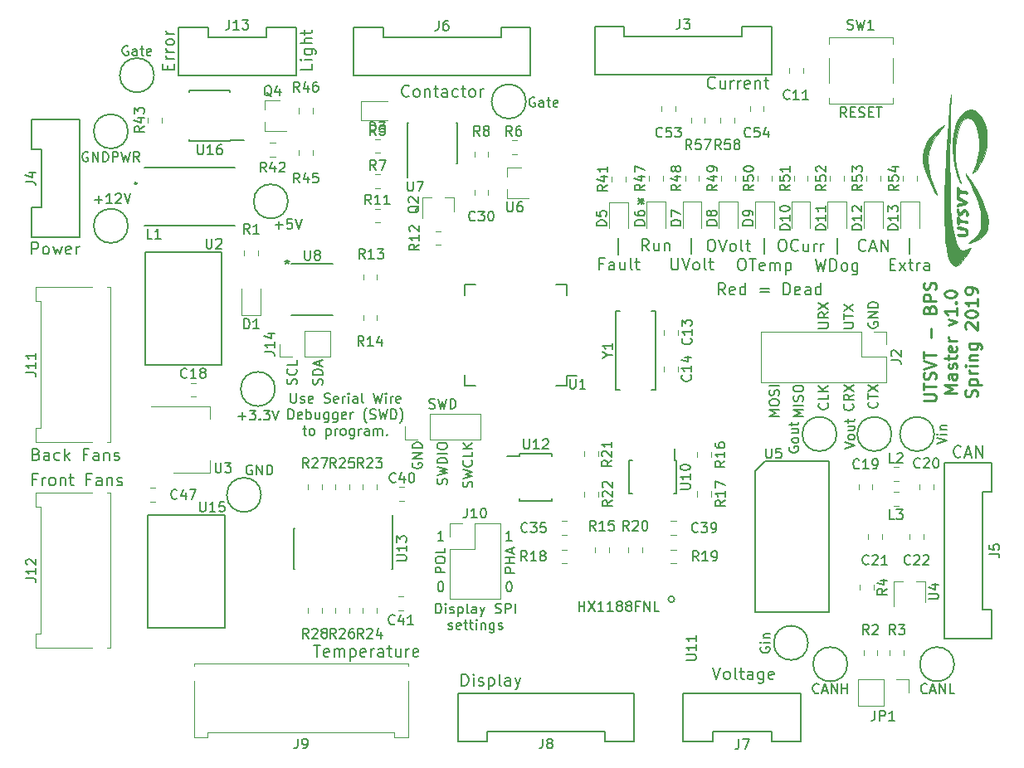
<source format=gbr>
%TF.GenerationSoftware,KiCad,Pcbnew,(5.0.0)*%
%TF.CreationDate,2019-02-19T13:28:46-06:00*%
%TF.ProjectId,BPSMaster,4250534D61737465722E6B696361645F,rev?*%
%TF.SameCoordinates,Original*%
%TF.FileFunction,Legend,Top*%
%TF.FilePolarity,Positive*%
%FSLAX46Y46*%
G04 Gerber Fmt 4.6, Leading zero omitted, Abs format (unit mm)*
G04 Created by KiCad (PCBNEW (5.0.0)) date 02/19/19 13:28:46*
%MOMM*%
%LPD*%
G01*
G04 APERTURE LIST*
%ADD10C,0.150000*%
%ADD11C,0.250000*%
%ADD12C,0.200000*%
%ADD13C,0.010000*%
%ADD14C,0.152400*%
%ADD15C,0.120000*%
%ADD16C,0.254000*%
%ADD17C,0.127000*%
G04 APERTURE END LIST*
D10*
X141594057Y-114958761D02*
X141736914Y-115006380D01*
X141975009Y-115006380D01*
X142070247Y-114958761D01*
X142117866Y-114911142D01*
X142165485Y-114815904D01*
X142165485Y-114720666D01*
X142117866Y-114625428D01*
X142070247Y-114577809D01*
X141975009Y-114530190D01*
X141784533Y-114482571D01*
X141689295Y-114434952D01*
X141641676Y-114387333D01*
X141594057Y-114292095D01*
X141594057Y-114196857D01*
X141641676Y-114101619D01*
X141689295Y-114054000D01*
X141784533Y-114006380D01*
X142022628Y-114006380D01*
X142165485Y-114054000D01*
X142498819Y-114006380D02*
X142736914Y-115006380D01*
X142927390Y-114292095D01*
X143117866Y-115006380D01*
X143355961Y-114006380D01*
X143736914Y-115006380D02*
X143736914Y-114006380D01*
X143975009Y-114006380D01*
X144117866Y-114054000D01*
X144213104Y-114149238D01*
X144260723Y-114244476D01*
X144308342Y-114434952D01*
X144308342Y-114577809D01*
X144260723Y-114768285D01*
X144213104Y-114863523D01*
X144117866Y-114958761D01*
X143975009Y-115006380D01*
X143736914Y-115006380D01*
X127449961Y-113423180D02*
X127449961Y-114232704D01*
X127497580Y-114327942D01*
X127545200Y-114375561D01*
X127640438Y-114423180D01*
X127830914Y-114423180D01*
X127926152Y-114375561D01*
X127973771Y-114327942D01*
X128021390Y-114232704D01*
X128021390Y-113423180D01*
X128449961Y-114375561D02*
X128545200Y-114423180D01*
X128735676Y-114423180D01*
X128830914Y-114375561D01*
X128878533Y-114280323D01*
X128878533Y-114232704D01*
X128830914Y-114137466D01*
X128735676Y-114089847D01*
X128592819Y-114089847D01*
X128497580Y-114042228D01*
X128449961Y-113946990D01*
X128449961Y-113899371D01*
X128497580Y-113804133D01*
X128592819Y-113756514D01*
X128735676Y-113756514D01*
X128830914Y-113804133D01*
X129688057Y-114375561D02*
X129592819Y-114423180D01*
X129402342Y-114423180D01*
X129307104Y-114375561D01*
X129259485Y-114280323D01*
X129259485Y-113899371D01*
X129307104Y-113804133D01*
X129402342Y-113756514D01*
X129592819Y-113756514D01*
X129688057Y-113804133D01*
X129735676Y-113899371D01*
X129735676Y-113994609D01*
X129259485Y-114089847D01*
X130878533Y-114375561D02*
X131021390Y-114423180D01*
X131259485Y-114423180D01*
X131354723Y-114375561D01*
X131402342Y-114327942D01*
X131449961Y-114232704D01*
X131449961Y-114137466D01*
X131402342Y-114042228D01*
X131354723Y-113994609D01*
X131259485Y-113946990D01*
X131069009Y-113899371D01*
X130973771Y-113851752D01*
X130926152Y-113804133D01*
X130878533Y-113708895D01*
X130878533Y-113613657D01*
X130926152Y-113518419D01*
X130973771Y-113470800D01*
X131069009Y-113423180D01*
X131307104Y-113423180D01*
X131449961Y-113470800D01*
X132259485Y-114375561D02*
X132164247Y-114423180D01*
X131973771Y-114423180D01*
X131878533Y-114375561D01*
X131830914Y-114280323D01*
X131830914Y-113899371D01*
X131878533Y-113804133D01*
X131973771Y-113756514D01*
X132164247Y-113756514D01*
X132259485Y-113804133D01*
X132307104Y-113899371D01*
X132307104Y-113994609D01*
X131830914Y-114089847D01*
X132735676Y-114423180D02*
X132735676Y-113756514D01*
X132735676Y-113946990D02*
X132783295Y-113851752D01*
X132830914Y-113804133D01*
X132926152Y-113756514D01*
X133021390Y-113756514D01*
X133354723Y-114423180D02*
X133354723Y-113756514D01*
X133354723Y-113423180D02*
X133307104Y-113470800D01*
X133354723Y-113518419D01*
X133402342Y-113470800D01*
X133354723Y-113423180D01*
X133354723Y-113518419D01*
X134259485Y-114423180D02*
X134259485Y-113899371D01*
X134211866Y-113804133D01*
X134116628Y-113756514D01*
X133926152Y-113756514D01*
X133830914Y-113804133D01*
X134259485Y-114375561D02*
X134164247Y-114423180D01*
X133926152Y-114423180D01*
X133830914Y-114375561D01*
X133783295Y-114280323D01*
X133783295Y-114185085D01*
X133830914Y-114089847D01*
X133926152Y-114042228D01*
X134164247Y-114042228D01*
X134259485Y-113994609D01*
X134878533Y-114423180D02*
X134783295Y-114375561D01*
X134735676Y-114280323D01*
X134735676Y-113423180D01*
X135926152Y-113423180D02*
X136164247Y-114423180D01*
X136354723Y-113708895D01*
X136545200Y-114423180D01*
X136783295Y-113423180D01*
X137164247Y-114423180D02*
X137164247Y-113756514D01*
X137164247Y-113423180D02*
X137116628Y-113470800D01*
X137164247Y-113518419D01*
X137211866Y-113470800D01*
X137164247Y-113423180D01*
X137164247Y-113518419D01*
X137640438Y-114423180D02*
X137640438Y-113756514D01*
X137640438Y-113946990D02*
X137688057Y-113851752D01*
X137735676Y-113804133D01*
X137830914Y-113756514D01*
X137926152Y-113756514D01*
X138640438Y-114375561D02*
X138545200Y-114423180D01*
X138354723Y-114423180D01*
X138259485Y-114375561D01*
X138211866Y-114280323D01*
X138211866Y-113899371D01*
X138259485Y-113804133D01*
X138354723Y-113756514D01*
X138545200Y-113756514D01*
X138640438Y-113804133D01*
X138688057Y-113899371D01*
X138688057Y-113994609D01*
X138211866Y-114089847D01*
X127211866Y-116073180D02*
X127211866Y-115073180D01*
X127449961Y-115073180D01*
X127592819Y-115120800D01*
X127688057Y-115216038D01*
X127735676Y-115311276D01*
X127783295Y-115501752D01*
X127783295Y-115644609D01*
X127735676Y-115835085D01*
X127688057Y-115930323D01*
X127592819Y-116025561D01*
X127449961Y-116073180D01*
X127211866Y-116073180D01*
X128592819Y-116025561D02*
X128497580Y-116073180D01*
X128307104Y-116073180D01*
X128211866Y-116025561D01*
X128164247Y-115930323D01*
X128164247Y-115549371D01*
X128211866Y-115454133D01*
X128307104Y-115406514D01*
X128497580Y-115406514D01*
X128592819Y-115454133D01*
X128640438Y-115549371D01*
X128640438Y-115644609D01*
X128164247Y-115739847D01*
X129069009Y-116073180D02*
X129069009Y-115073180D01*
X129069009Y-115454133D02*
X129164247Y-115406514D01*
X129354723Y-115406514D01*
X129449961Y-115454133D01*
X129497580Y-115501752D01*
X129545200Y-115596990D01*
X129545200Y-115882704D01*
X129497580Y-115977942D01*
X129449961Y-116025561D01*
X129354723Y-116073180D01*
X129164247Y-116073180D01*
X129069009Y-116025561D01*
X130402342Y-115406514D02*
X130402342Y-116073180D01*
X129973771Y-115406514D02*
X129973771Y-115930323D01*
X130021390Y-116025561D01*
X130116628Y-116073180D01*
X130259485Y-116073180D01*
X130354723Y-116025561D01*
X130402342Y-115977942D01*
X131307104Y-115406514D02*
X131307104Y-116216038D01*
X131259485Y-116311276D01*
X131211866Y-116358895D01*
X131116628Y-116406514D01*
X130973771Y-116406514D01*
X130878533Y-116358895D01*
X131307104Y-116025561D02*
X131211866Y-116073180D01*
X131021390Y-116073180D01*
X130926152Y-116025561D01*
X130878533Y-115977942D01*
X130830914Y-115882704D01*
X130830914Y-115596990D01*
X130878533Y-115501752D01*
X130926152Y-115454133D01*
X131021390Y-115406514D01*
X131211866Y-115406514D01*
X131307104Y-115454133D01*
X132211866Y-115406514D02*
X132211866Y-116216038D01*
X132164247Y-116311276D01*
X132116628Y-116358895D01*
X132021390Y-116406514D01*
X131878533Y-116406514D01*
X131783295Y-116358895D01*
X132211866Y-116025561D02*
X132116628Y-116073180D01*
X131926152Y-116073180D01*
X131830914Y-116025561D01*
X131783295Y-115977942D01*
X131735676Y-115882704D01*
X131735676Y-115596990D01*
X131783295Y-115501752D01*
X131830914Y-115454133D01*
X131926152Y-115406514D01*
X132116628Y-115406514D01*
X132211866Y-115454133D01*
X133069009Y-116025561D02*
X132973771Y-116073180D01*
X132783295Y-116073180D01*
X132688057Y-116025561D01*
X132640438Y-115930323D01*
X132640438Y-115549371D01*
X132688057Y-115454133D01*
X132783295Y-115406514D01*
X132973771Y-115406514D01*
X133069009Y-115454133D01*
X133116628Y-115549371D01*
X133116628Y-115644609D01*
X132640438Y-115739847D01*
X133545200Y-116073180D02*
X133545200Y-115406514D01*
X133545200Y-115596990D02*
X133592819Y-115501752D01*
X133640438Y-115454133D01*
X133735676Y-115406514D01*
X133830914Y-115406514D01*
X135211866Y-116454133D02*
X135164247Y-116406514D01*
X135069009Y-116263657D01*
X135021390Y-116168419D01*
X134973771Y-116025561D01*
X134926152Y-115787466D01*
X134926152Y-115596990D01*
X134973771Y-115358895D01*
X135021390Y-115216038D01*
X135069009Y-115120800D01*
X135164247Y-114977942D01*
X135211866Y-114930323D01*
X135545200Y-116025561D02*
X135688057Y-116073180D01*
X135926152Y-116073180D01*
X136021390Y-116025561D01*
X136069009Y-115977942D01*
X136116628Y-115882704D01*
X136116628Y-115787466D01*
X136069009Y-115692228D01*
X136021390Y-115644609D01*
X135926152Y-115596990D01*
X135735676Y-115549371D01*
X135640438Y-115501752D01*
X135592819Y-115454133D01*
X135545200Y-115358895D01*
X135545200Y-115263657D01*
X135592819Y-115168419D01*
X135640438Y-115120800D01*
X135735676Y-115073180D01*
X135973771Y-115073180D01*
X136116628Y-115120800D01*
X136449961Y-115073180D02*
X136688057Y-116073180D01*
X136878533Y-115358895D01*
X137069009Y-116073180D01*
X137307104Y-115073180D01*
X137688057Y-116073180D02*
X137688057Y-115073180D01*
X137926152Y-115073180D01*
X138069009Y-115120800D01*
X138164247Y-115216038D01*
X138211866Y-115311276D01*
X138259485Y-115501752D01*
X138259485Y-115644609D01*
X138211866Y-115835085D01*
X138164247Y-115930323D01*
X138069009Y-116025561D01*
X137926152Y-116073180D01*
X137688057Y-116073180D01*
X138592819Y-116454133D02*
X138640438Y-116406514D01*
X138735676Y-116263657D01*
X138783295Y-116168419D01*
X138830914Y-116025561D01*
X138878533Y-115787466D01*
X138878533Y-115596990D01*
X138830914Y-115358895D01*
X138783295Y-115216038D01*
X138735676Y-115120800D01*
X138640438Y-114977942D01*
X138592819Y-114930323D01*
X128688057Y-117056514D02*
X129069009Y-117056514D01*
X128830914Y-116723180D02*
X128830914Y-117580323D01*
X128878533Y-117675561D01*
X128973771Y-117723180D01*
X129069009Y-117723180D01*
X129545200Y-117723180D02*
X129449961Y-117675561D01*
X129402342Y-117627942D01*
X129354723Y-117532704D01*
X129354723Y-117246990D01*
X129402342Y-117151752D01*
X129449961Y-117104133D01*
X129545200Y-117056514D01*
X129688057Y-117056514D01*
X129783295Y-117104133D01*
X129830914Y-117151752D01*
X129878533Y-117246990D01*
X129878533Y-117532704D01*
X129830914Y-117627942D01*
X129783295Y-117675561D01*
X129688057Y-117723180D01*
X129545200Y-117723180D01*
X131069009Y-117056514D02*
X131069009Y-118056514D01*
X131069009Y-117104133D02*
X131164247Y-117056514D01*
X131354723Y-117056514D01*
X131449961Y-117104133D01*
X131497580Y-117151752D01*
X131545200Y-117246990D01*
X131545200Y-117532704D01*
X131497580Y-117627942D01*
X131449961Y-117675561D01*
X131354723Y-117723180D01*
X131164247Y-117723180D01*
X131069009Y-117675561D01*
X131973771Y-117723180D02*
X131973771Y-117056514D01*
X131973771Y-117246990D02*
X132021390Y-117151752D01*
X132069009Y-117104133D01*
X132164247Y-117056514D01*
X132259485Y-117056514D01*
X132735676Y-117723180D02*
X132640438Y-117675561D01*
X132592819Y-117627942D01*
X132545200Y-117532704D01*
X132545200Y-117246990D01*
X132592819Y-117151752D01*
X132640438Y-117104133D01*
X132735676Y-117056514D01*
X132878533Y-117056514D01*
X132973771Y-117104133D01*
X133021390Y-117151752D01*
X133069009Y-117246990D01*
X133069009Y-117532704D01*
X133021390Y-117627942D01*
X132973771Y-117675561D01*
X132878533Y-117723180D01*
X132735676Y-117723180D01*
X133926152Y-117056514D02*
X133926152Y-117866038D01*
X133878533Y-117961276D01*
X133830914Y-118008895D01*
X133735676Y-118056514D01*
X133592819Y-118056514D01*
X133497580Y-118008895D01*
X133926152Y-117675561D02*
X133830914Y-117723180D01*
X133640438Y-117723180D01*
X133545200Y-117675561D01*
X133497580Y-117627942D01*
X133449961Y-117532704D01*
X133449961Y-117246990D01*
X133497580Y-117151752D01*
X133545200Y-117104133D01*
X133640438Y-117056514D01*
X133830914Y-117056514D01*
X133926152Y-117104133D01*
X134402342Y-117723180D02*
X134402342Y-117056514D01*
X134402342Y-117246990D02*
X134449961Y-117151752D01*
X134497580Y-117104133D01*
X134592819Y-117056514D01*
X134688057Y-117056514D01*
X135449961Y-117723180D02*
X135449961Y-117199371D01*
X135402342Y-117104133D01*
X135307104Y-117056514D01*
X135116628Y-117056514D01*
X135021390Y-117104133D01*
X135449961Y-117675561D02*
X135354723Y-117723180D01*
X135116628Y-117723180D01*
X135021390Y-117675561D01*
X134973771Y-117580323D01*
X134973771Y-117485085D01*
X135021390Y-117389847D01*
X135116628Y-117342228D01*
X135354723Y-117342228D01*
X135449961Y-117294609D01*
X135926152Y-117723180D02*
X135926152Y-117056514D01*
X135926152Y-117151752D02*
X135973771Y-117104133D01*
X136069009Y-117056514D01*
X136211866Y-117056514D01*
X136307104Y-117104133D01*
X136354723Y-117199371D01*
X136354723Y-117723180D01*
X136354723Y-117199371D02*
X136402342Y-117104133D01*
X136497580Y-117056514D01*
X136640438Y-117056514D01*
X136735676Y-117104133D01*
X136783295Y-117199371D01*
X136783295Y-117723180D01*
X137259485Y-117627942D02*
X137307104Y-117675561D01*
X137259485Y-117723180D01*
X137211866Y-117675561D01*
X137259485Y-117627942D01*
X137259485Y-117723180D01*
X145946761Y-123013504D02*
X145994380Y-122870647D01*
X145994380Y-122632552D01*
X145946761Y-122537314D01*
X145899142Y-122489695D01*
X145803904Y-122442076D01*
X145708666Y-122442076D01*
X145613428Y-122489695D01*
X145565809Y-122537314D01*
X145518190Y-122632552D01*
X145470571Y-122823028D01*
X145422952Y-122918266D01*
X145375333Y-122965885D01*
X145280095Y-123013504D01*
X145184857Y-123013504D01*
X145089619Y-122965885D01*
X145042000Y-122918266D01*
X144994380Y-122823028D01*
X144994380Y-122584933D01*
X145042000Y-122442076D01*
X144994380Y-122108742D02*
X145994380Y-121870647D01*
X145280095Y-121680171D01*
X145994380Y-121489695D01*
X144994380Y-121251600D01*
X145899142Y-120299219D02*
X145946761Y-120346838D01*
X145994380Y-120489695D01*
X145994380Y-120584933D01*
X145946761Y-120727790D01*
X145851523Y-120823028D01*
X145756285Y-120870647D01*
X145565809Y-120918266D01*
X145422952Y-120918266D01*
X145232476Y-120870647D01*
X145137238Y-120823028D01*
X145042000Y-120727790D01*
X144994380Y-120584933D01*
X144994380Y-120489695D01*
X145042000Y-120346838D01*
X145089619Y-120299219D01*
X145994380Y-119394457D02*
X145994380Y-119870647D01*
X144994380Y-119870647D01*
X145994380Y-119061123D02*
X144994380Y-119061123D01*
X145994380Y-118489695D02*
X145422952Y-118918266D01*
X144994380Y-118489695D02*
X145565809Y-119061123D01*
X143355961Y-122718247D02*
X143403580Y-122575390D01*
X143403580Y-122337295D01*
X143355961Y-122242057D01*
X143308342Y-122194438D01*
X143213104Y-122146819D01*
X143117866Y-122146819D01*
X143022628Y-122194438D01*
X142975009Y-122242057D01*
X142927390Y-122337295D01*
X142879771Y-122527771D01*
X142832152Y-122623009D01*
X142784533Y-122670628D01*
X142689295Y-122718247D01*
X142594057Y-122718247D01*
X142498819Y-122670628D01*
X142451200Y-122623009D01*
X142403580Y-122527771D01*
X142403580Y-122289676D01*
X142451200Y-122146819D01*
X142403580Y-121813485D02*
X143403580Y-121575390D01*
X142689295Y-121384914D01*
X143403580Y-121194438D01*
X142403580Y-120956342D01*
X143403580Y-120575390D02*
X142403580Y-120575390D01*
X142403580Y-120337295D01*
X142451200Y-120194438D01*
X142546438Y-120099200D01*
X142641676Y-120051580D01*
X142832152Y-120003961D01*
X142975009Y-120003961D01*
X143165485Y-120051580D01*
X143260723Y-120099200D01*
X143355961Y-120194438D01*
X143403580Y-120337295D01*
X143403580Y-120575390D01*
X143403580Y-119575390D02*
X142403580Y-119575390D01*
X142403580Y-118908723D02*
X142403580Y-118718247D01*
X142451200Y-118623009D01*
X142546438Y-118527771D01*
X142736914Y-118480152D01*
X143070247Y-118480152D01*
X143260723Y-118527771D01*
X143355961Y-118623009D01*
X143403580Y-118718247D01*
X143403580Y-118908723D01*
X143355961Y-119003961D01*
X143260723Y-119099200D01*
X143070247Y-119146819D01*
X142736914Y-119146819D01*
X142546438Y-119099200D01*
X142451200Y-119003961D01*
X142403580Y-118908723D01*
X139911200Y-120548304D02*
X139863580Y-120643542D01*
X139863580Y-120786400D01*
X139911200Y-120929257D01*
X140006438Y-121024495D01*
X140101676Y-121072114D01*
X140292152Y-121119733D01*
X140435009Y-121119733D01*
X140625485Y-121072114D01*
X140720723Y-121024495D01*
X140815961Y-120929257D01*
X140863580Y-120786400D01*
X140863580Y-120691161D01*
X140815961Y-120548304D01*
X140768342Y-120500685D01*
X140435009Y-120500685D01*
X140435009Y-120691161D01*
X140863580Y-120072114D02*
X139863580Y-120072114D01*
X140863580Y-119500685D01*
X139863580Y-119500685D01*
X140863580Y-119024495D02*
X139863580Y-119024495D01*
X139863580Y-118786400D01*
X139911200Y-118643542D01*
X140006438Y-118548304D01*
X140101676Y-118500685D01*
X140292152Y-118453066D01*
X140435009Y-118453066D01*
X140625485Y-118500685D01*
X140720723Y-118548304D01*
X140815961Y-118643542D01*
X140863580Y-118786400D01*
X140863580Y-119024495D01*
X125864285Y-96271428D02*
X126626190Y-96271428D01*
X126245238Y-96652380D02*
X126245238Y-95890476D01*
X127578571Y-95652380D02*
X127102380Y-95652380D01*
X127054761Y-96128571D01*
X127102380Y-96080952D01*
X127197619Y-96033333D01*
X127435714Y-96033333D01*
X127530952Y-96080952D01*
X127578571Y-96128571D01*
X127626190Y-96223809D01*
X127626190Y-96461904D01*
X127578571Y-96557142D01*
X127530952Y-96604761D01*
X127435714Y-96652380D01*
X127197619Y-96652380D01*
X127102380Y-96604761D01*
X127054761Y-96557142D01*
X127911904Y-95652380D02*
X128245238Y-96652380D01*
X128578571Y-95652380D01*
X123494895Y-120810400D02*
X123399657Y-120762780D01*
X123256800Y-120762780D01*
X123113942Y-120810400D01*
X123018704Y-120905638D01*
X122971085Y-121000876D01*
X122923466Y-121191352D01*
X122923466Y-121334209D01*
X122971085Y-121524685D01*
X123018704Y-121619923D01*
X123113942Y-121715161D01*
X123256800Y-121762780D01*
X123352038Y-121762780D01*
X123494895Y-121715161D01*
X123542514Y-121667542D01*
X123542514Y-121334209D01*
X123352038Y-121334209D01*
X123971085Y-121762780D02*
X123971085Y-120762780D01*
X124542514Y-121762780D01*
X124542514Y-120762780D01*
X125018704Y-121762780D02*
X125018704Y-120762780D01*
X125256800Y-120762780D01*
X125399657Y-120810400D01*
X125494895Y-120905638D01*
X125542514Y-121000876D01*
X125590133Y-121191352D01*
X125590133Y-121334209D01*
X125542514Y-121524685D01*
X125494895Y-121619923D01*
X125399657Y-121715161D01*
X125256800Y-121762780D01*
X125018704Y-121762780D01*
X184147619Y-85252380D02*
X183814285Y-84776190D01*
X183576190Y-85252380D02*
X183576190Y-84252380D01*
X183957142Y-84252380D01*
X184052380Y-84300000D01*
X184100000Y-84347619D01*
X184147619Y-84442857D01*
X184147619Y-84585714D01*
X184100000Y-84680952D01*
X184052380Y-84728571D01*
X183957142Y-84776190D01*
X183576190Y-84776190D01*
X184576190Y-84728571D02*
X184909523Y-84728571D01*
X185052380Y-85252380D02*
X184576190Y-85252380D01*
X184576190Y-84252380D01*
X185052380Y-84252380D01*
X185433333Y-85204761D02*
X185576190Y-85252380D01*
X185814285Y-85252380D01*
X185909523Y-85204761D01*
X185957142Y-85157142D01*
X186004761Y-85061904D01*
X186004761Y-84966666D01*
X185957142Y-84871428D01*
X185909523Y-84823809D01*
X185814285Y-84776190D01*
X185623809Y-84728571D01*
X185528571Y-84680952D01*
X185480952Y-84633333D01*
X185433333Y-84538095D01*
X185433333Y-84442857D01*
X185480952Y-84347619D01*
X185528571Y-84300000D01*
X185623809Y-84252380D01*
X185861904Y-84252380D01*
X186004761Y-84300000D01*
X186433333Y-84728571D02*
X186766666Y-84728571D01*
X186909523Y-85252380D02*
X186433333Y-85252380D01*
X186433333Y-84252380D01*
X186909523Y-84252380D01*
X187195238Y-84252380D02*
X187766666Y-84252380D01*
X187480952Y-85252380D02*
X187480952Y-84252380D01*
X152345238Y-83250000D02*
X152250000Y-83202380D01*
X152107142Y-83202380D01*
X151964285Y-83250000D01*
X151869047Y-83345238D01*
X151821428Y-83440476D01*
X151773809Y-83630952D01*
X151773809Y-83773809D01*
X151821428Y-83964285D01*
X151869047Y-84059523D01*
X151964285Y-84154761D01*
X152107142Y-84202380D01*
X152202380Y-84202380D01*
X152345238Y-84154761D01*
X152392857Y-84107142D01*
X152392857Y-83773809D01*
X152202380Y-83773809D01*
X153250000Y-84202380D02*
X153250000Y-83678571D01*
X153202380Y-83583333D01*
X153107142Y-83535714D01*
X152916666Y-83535714D01*
X152821428Y-83583333D01*
X153250000Y-84154761D02*
X153154761Y-84202380D01*
X152916666Y-84202380D01*
X152821428Y-84154761D01*
X152773809Y-84059523D01*
X152773809Y-83964285D01*
X152821428Y-83869047D01*
X152916666Y-83821428D01*
X153154761Y-83821428D01*
X153250000Y-83773809D01*
X153583333Y-83535714D02*
X153964285Y-83535714D01*
X153726190Y-83202380D02*
X153726190Y-84059523D01*
X153773809Y-84154761D01*
X153869047Y-84202380D01*
X153964285Y-84202380D01*
X154678571Y-84154761D02*
X154583333Y-84202380D01*
X154392857Y-84202380D01*
X154297619Y-84154761D01*
X154250000Y-84059523D01*
X154250000Y-83678571D01*
X154297619Y-83583333D01*
X154392857Y-83535714D01*
X154583333Y-83535714D01*
X154678571Y-83583333D01*
X154726190Y-83678571D01*
X154726190Y-83773809D01*
X154250000Y-83869047D01*
X110845238Y-78000000D02*
X110750000Y-77952380D01*
X110607142Y-77952380D01*
X110464285Y-78000000D01*
X110369047Y-78095238D01*
X110321428Y-78190476D01*
X110273809Y-78380952D01*
X110273809Y-78523809D01*
X110321428Y-78714285D01*
X110369047Y-78809523D01*
X110464285Y-78904761D01*
X110607142Y-78952380D01*
X110702380Y-78952380D01*
X110845238Y-78904761D01*
X110892857Y-78857142D01*
X110892857Y-78523809D01*
X110702380Y-78523809D01*
X111750000Y-78952380D02*
X111750000Y-78428571D01*
X111702380Y-78333333D01*
X111607142Y-78285714D01*
X111416666Y-78285714D01*
X111321428Y-78333333D01*
X111750000Y-78904761D02*
X111654761Y-78952380D01*
X111416666Y-78952380D01*
X111321428Y-78904761D01*
X111273809Y-78809523D01*
X111273809Y-78714285D01*
X111321428Y-78619047D01*
X111416666Y-78571428D01*
X111654761Y-78571428D01*
X111750000Y-78523809D01*
X112083333Y-78285714D02*
X112464285Y-78285714D01*
X112226190Y-77952380D02*
X112226190Y-78809523D01*
X112273809Y-78904761D01*
X112369047Y-78952380D01*
X112464285Y-78952380D01*
X113178571Y-78904761D02*
X113083333Y-78952380D01*
X112892857Y-78952380D01*
X112797619Y-78904761D01*
X112750000Y-78809523D01*
X112750000Y-78428571D01*
X112797619Y-78333333D01*
X112892857Y-78285714D01*
X113083333Y-78285714D01*
X113178571Y-78333333D01*
X113226190Y-78428571D01*
X113226190Y-78523809D01*
X112750000Y-78619047D01*
X122104400Y-115793828D02*
X122866304Y-115793828D01*
X122485352Y-116174780D02*
X122485352Y-115412876D01*
X123247257Y-115174780D02*
X123866304Y-115174780D01*
X123532971Y-115555733D01*
X123675828Y-115555733D01*
X123771066Y-115603352D01*
X123818685Y-115650971D01*
X123866304Y-115746209D01*
X123866304Y-115984304D01*
X123818685Y-116079542D01*
X123771066Y-116127161D01*
X123675828Y-116174780D01*
X123390114Y-116174780D01*
X123294876Y-116127161D01*
X123247257Y-116079542D01*
X124294876Y-116079542D02*
X124342495Y-116127161D01*
X124294876Y-116174780D01*
X124247257Y-116127161D01*
X124294876Y-116079542D01*
X124294876Y-116174780D01*
X124675828Y-115174780D02*
X125294876Y-115174780D01*
X124961542Y-115555733D01*
X125104400Y-115555733D01*
X125199638Y-115603352D01*
X125247257Y-115650971D01*
X125294876Y-115746209D01*
X125294876Y-115984304D01*
X125247257Y-116079542D01*
X125199638Y-116127161D01*
X125104400Y-116174780D01*
X124818685Y-116174780D01*
X124723447Y-116127161D01*
X124675828Y-116079542D01*
X125580590Y-115174780D02*
X125913923Y-116174780D01*
X126247257Y-115174780D01*
X193381380Y-118625809D02*
X194381380Y-118292476D01*
X193381380Y-117959142D01*
X194381380Y-117625809D02*
X193714714Y-117625809D01*
X193381380Y-117625809D02*
X193429000Y-117673428D01*
X193476619Y-117625809D01*
X193429000Y-117578190D01*
X193381380Y-117625809D01*
X193476619Y-117625809D01*
X193714714Y-117149619D02*
X194381380Y-117149619D01*
X193809952Y-117149619D02*
X193762333Y-117102000D01*
X193714714Y-117006761D01*
X193714714Y-116863904D01*
X193762333Y-116768666D01*
X193857571Y-116721047D01*
X194381380Y-116721047D01*
X183983380Y-119125809D02*
X184983380Y-118792476D01*
X183983380Y-118459142D01*
X184983380Y-117982952D02*
X184935761Y-118078190D01*
X184888142Y-118125809D01*
X184792904Y-118173428D01*
X184507190Y-118173428D01*
X184411952Y-118125809D01*
X184364333Y-118078190D01*
X184316714Y-117982952D01*
X184316714Y-117840095D01*
X184364333Y-117744857D01*
X184411952Y-117697238D01*
X184507190Y-117649619D01*
X184792904Y-117649619D01*
X184888142Y-117697238D01*
X184935761Y-117744857D01*
X184983380Y-117840095D01*
X184983380Y-117982952D01*
X184316714Y-116792476D02*
X184983380Y-116792476D01*
X184316714Y-117221047D02*
X184840523Y-117221047D01*
X184935761Y-117173428D01*
X184983380Y-117078190D01*
X184983380Y-116935333D01*
X184935761Y-116840095D01*
X184888142Y-116792476D01*
X184316714Y-116459142D02*
X184316714Y-116078190D01*
X183983380Y-116316285D02*
X184840523Y-116316285D01*
X184935761Y-116268666D01*
X184983380Y-116173428D01*
X184983380Y-116078190D01*
X178316000Y-118911571D02*
X178268380Y-119006809D01*
X178268380Y-119149666D01*
X178316000Y-119292523D01*
X178411238Y-119387761D01*
X178506476Y-119435380D01*
X178696952Y-119483000D01*
X178839809Y-119483000D01*
X179030285Y-119435380D01*
X179125523Y-119387761D01*
X179220761Y-119292523D01*
X179268380Y-119149666D01*
X179268380Y-119054428D01*
X179220761Y-118911571D01*
X179173142Y-118863952D01*
X178839809Y-118863952D01*
X178839809Y-119054428D01*
X179268380Y-118292523D02*
X179220761Y-118387761D01*
X179173142Y-118435380D01*
X179077904Y-118483000D01*
X178792190Y-118483000D01*
X178696952Y-118435380D01*
X178649333Y-118387761D01*
X178601714Y-118292523D01*
X178601714Y-118149666D01*
X178649333Y-118054428D01*
X178696952Y-118006809D01*
X178792190Y-117959190D01*
X179077904Y-117959190D01*
X179173142Y-118006809D01*
X179220761Y-118054428D01*
X179268380Y-118149666D01*
X179268380Y-118292523D01*
X178601714Y-117102047D02*
X179268380Y-117102047D01*
X178601714Y-117530619D02*
X179125523Y-117530619D01*
X179220761Y-117483000D01*
X179268380Y-117387761D01*
X179268380Y-117244904D01*
X179220761Y-117149666D01*
X179173142Y-117102047D01*
X178601714Y-116768714D02*
X178601714Y-116387761D01*
X178268380Y-116625857D02*
X179125523Y-116625857D01*
X179220761Y-116578238D01*
X179268380Y-116483000D01*
X179268380Y-116387761D01*
X175395000Y-139366571D02*
X175347380Y-139461809D01*
X175347380Y-139604666D01*
X175395000Y-139747523D01*
X175490238Y-139842761D01*
X175585476Y-139890380D01*
X175775952Y-139938000D01*
X175918809Y-139938000D01*
X176109285Y-139890380D01*
X176204523Y-139842761D01*
X176299761Y-139747523D01*
X176347380Y-139604666D01*
X176347380Y-139509428D01*
X176299761Y-139366571D01*
X176252142Y-139318952D01*
X175918809Y-139318952D01*
X175918809Y-139509428D01*
X176347380Y-138890380D02*
X175680714Y-138890380D01*
X175347380Y-138890380D02*
X175395000Y-138938000D01*
X175442619Y-138890380D01*
X175395000Y-138842761D01*
X175347380Y-138890380D01*
X175442619Y-138890380D01*
X175680714Y-138414190D02*
X176347380Y-138414190D01*
X175775952Y-138414190D02*
X175728333Y-138366571D01*
X175680714Y-138271333D01*
X175680714Y-138128476D01*
X175728333Y-138033238D01*
X175823571Y-137985619D01*
X176347380Y-137985619D01*
D11*
X192008476Y-114215904D02*
X193020380Y-114215904D01*
X193139428Y-114156380D01*
X193198952Y-114096857D01*
X193258476Y-113977809D01*
X193258476Y-113739714D01*
X193198952Y-113620666D01*
X193139428Y-113561142D01*
X193020380Y-113501619D01*
X192008476Y-113501619D01*
X192008476Y-113084952D02*
X192008476Y-112370666D01*
X193258476Y-112727809D02*
X192008476Y-112727809D01*
X193198952Y-112013523D02*
X193258476Y-111834952D01*
X193258476Y-111537333D01*
X193198952Y-111418285D01*
X193139428Y-111358761D01*
X193020380Y-111299238D01*
X192901333Y-111299238D01*
X192782285Y-111358761D01*
X192722761Y-111418285D01*
X192663238Y-111537333D01*
X192603714Y-111775428D01*
X192544190Y-111894476D01*
X192484666Y-111954000D01*
X192365619Y-112013523D01*
X192246571Y-112013523D01*
X192127523Y-111954000D01*
X192068000Y-111894476D01*
X192008476Y-111775428D01*
X192008476Y-111477809D01*
X192068000Y-111299238D01*
X192008476Y-110942095D02*
X193258476Y-110525428D01*
X192008476Y-110108761D01*
X192008476Y-109870666D02*
X192008476Y-109156380D01*
X193258476Y-109513523D02*
X192008476Y-109513523D01*
X192782285Y-107787333D02*
X192782285Y-106834952D01*
X192603714Y-104870666D02*
X192663238Y-104692095D01*
X192722761Y-104632571D01*
X192841809Y-104573047D01*
X193020380Y-104573047D01*
X193139428Y-104632571D01*
X193198952Y-104692095D01*
X193258476Y-104811142D01*
X193258476Y-105287333D01*
X192008476Y-105287333D01*
X192008476Y-104870666D01*
X192068000Y-104751619D01*
X192127523Y-104692095D01*
X192246571Y-104632571D01*
X192365619Y-104632571D01*
X192484666Y-104692095D01*
X192544190Y-104751619D01*
X192603714Y-104870666D01*
X192603714Y-105287333D01*
X193258476Y-104037333D02*
X192008476Y-104037333D01*
X192008476Y-103561142D01*
X192068000Y-103442095D01*
X192127523Y-103382571D01*
X192246571Y-103323047D01*
X192425142Y-103323047D01*
X192544190Y-103382571D01*
X192603714Y-103442095D01*
X192663238Y-103561142D01*
X192663238Y-104037333D01*
X193198952Y-102846857D02*
X193258476Y-102668285D01*
X193258476Y-102370666D01*
X193198952Y-102251619D01*
X193139428Y-102192095D01*
X193020380Y-102132571D01*
X192901333Y-102132571D01*
X192782285Y-102192095D01*
X192722761Y-102251619D01*
X192663238Y-102370666D01*
X192603714Y-102608761D01*
X192544190Y-102727809D01*
X192484666Y-102787333D01*
X192365619Y-102846857D01*
X192246571Y-102846857D01*
X192127523Y-102787333D01*
X192068000Y-102727809D01*
X192008476Y-102608761D01*
X192008476Y-102311142D01*
X192068000Y-102132571D01*
X195383476Y-113412333D02*
X194133476Y-113412333D01*
X195026333Y-112995666D01*
X194133476Y-112579000D01*
X195383476Y-112579000D01*
X195383476Y-111448047D02*
X194728714Y-111448047D01*
X194609666Y-111507571D01*
X194550142Y-111626619D01*
X194550142Y-111864714D01*
X194609666Y-111983761D01*
X195323952Y-111448047D02*
X195383476Y-111567095D01*
X195383476Y-111864714D01*
X195323952Y-111983761D01*
X195204904Y-112043285D01*
X195085857Y-112043285D01*
X194966809Y-111983761D01*
X194907285Y-111864714D01*
X194907285Y-111567095D01*
X194847761Y-111448047D01*
X195323952Y-110912333D02*
X195383476Y-110793285D01*
X195383476Y-110555190D01*
X195323952Y-110436142D01*
X195204904Y-110376619D01*
X195145380Y-110376619D01*
X195026333Y-110436142D01*
X194966809Y-110555190D01*
X194966809Y-110733761D01*
X194907285Y-110852809D01*
X194788238Y-110912333D01*
X194728714Y-110912333D01*
X194609666Y-110852809D01*
X194550142Y-110733761D01*
X194550142Y-110555190D01*
X194609666Y-110436142D01*
X194550142Y-110019476D02*
X194550142Y-109543285D01*
X194133476Y-109840904D02*
X195204904Y-109840904D01*
X195323952Y-109781380D01*
X195383476Y-109662333D01*
X195383476Y-109543285D01*
X195323952Y-108650428D02*
X195383476Y-108769476D01*
X195383476Y-109007571D01*
X195323952Y-109126619D01*
X195204904Y-109186142D01*
X194728714Y-109186142D01*
X194609666Y-109126619D01*
X194550142Y-109007571D01*
X194550142Y-108769476D01*
X194609666Y-108650428D01*
X194728714Y-108590904D01*
X194847761Y-108590904D01*
X194966809Y-109186142D01*
X195383476Y-108055190D02*
X194550142Y-108055190D01*
X194788238Y-108055190D02*
X194669190Y-107995666D01*
X194609666Y-107936142D01*
X194550142Y-107817095D01*
X194550142Y-107698047D01*
X194550142Y-106448047D02*
X195383476Y-106150428D01*
X194550142Y-105852809D01*
X195383476Y-104721857D02*
X195383476Y-105436142D01*
X195383476Y-105079000D02*
X194133476Y-105079000D01*
X194312047Y-105198047D01*
X194431095Y-105317095D01*
X194490619Y-105436142D01*
X195264428Y-104186142D02*
X195323952Y-104126619D01*
X195383476Y-104186142D01*
X195323952Y-104245666D01*
X195264428Y-104186142D01*
X195383476Y-104186142D01*
X194133476Y-103352809D02*
X194133476Y-103233761D01*
X194193000Y-103114714D01*
X194252523Y-103055190D01*
X194371571Y-102995666D01*
X194609666Y-102936142D01*
X194907285Y-102936142D01*
X195145380Y-102995666D01*
X195264428Y-103055190D01*
X195323952Y-103114714D01*
X195383476Y-103233761D01*
X195383476Y-103352809D01*
X195323952Y-103471857D01*
X195264428Y-103531380D01*
X195145380Y-103590904D01*
X194907285Y-103650428D01*
X194609666Y-103650428D01*
X194371571Y-103590904D01*
X194252523Y-103531380D01*
X194193000Y-103471857D01*
X194133476Y-103352809D01*
X197448952Y-113799238D02*
X197508476Y-113620666D01*
X197508476Y-113323047D01*
X197448952Y-113204000D01*
X197389428Y-113144476D01*
X197270380Y-113084952D01*
X197151333Y-113084952D01*
X197032285Y-113144476D01*
X196972761Y-113204000D01*
X196913238Y-113323047D01*
X196853714Y-113561142D01*
X196794190Y-113680190D01*
X196734666Y-113739714D01*
X196615619Y-113799238D01*
X196496571Y-113799238D01*
X196377523Y-113739714D01*
X196318000Y-113680190D01*
X196258476Y-113561142D01*
X196258476Y-113263523D01*
X196318000Y-113084952D01*
X196675142Y-112549238D02*
X197925142Y-112549238D01*
X196734666Y-112549238D02*
X196675142Y-112430190D01*
X196675142Y-112192095D01*
X196734666Y-112073047D01*
X196794190Y-112013523D01*
X196913238Y-111954000D01*
X197270380Y-111954000D01*
X197389428Y-112013523D01*
X197448952Y-112073047D01*
X197508476Y-112192095D01*
X197508476Y-112430190D01*
X197448952Y-112549238D01*
X197508476Y-111418285D02*
X196675142Y-111418285D01*
X196913238Y-111418285D02*
X196794190Y-111358761D01*
X196734666Y-111299238D01*
X196675142Y-111180190D01*
X196675142Y-111061142D01*
X197508476Y-110644476D02*
X196675142Y-110644476D01*
X196258476Y-110644476D02*
X196318000Y-110704000D01*
X196377523Y-110644476D01*
X196318000Y-110584952D01*
X196258476Y-110644476D01*
X196377523Y-110644476D01*
X196675142Y-110049238D02*
X197508476Y-110049238D01*
X196794190Y-110049238D02*
X196734666Y-109989714D01*
X196675142Y-109870666D01*
X196675142Y-109692095D01*
X196734666Y-109573047D01*
X196853714Y-109513523D01*
X197508476Y-109513523D01*
X196675142Y-108382571D02*
X197687047Y-108382571D01*
X197806095Y-108442095D01*
X197865619Y-108501619D01*
X197925142Y-108620666D01*
X197925142Y-108799238D01*
X197865619Y-108918285D01*
X197448952Y-108382571D02*
X197508476Y-108501619D01*
X197508476Y-108739714D01*
X197448952Y-108858761D01*
X197389428Y-108918285D01*
X197270380Y-108977809D01*
X196913238Y-108977809D01*
X196794190Y-108918285D01*
X196734666Y-108858761D01*
X196675142Y-108739714D01*
X196675142Y-108501619D01*
X196734666Y-108382571D01*
X196377523Y-106894476D02*
X196318000Y-106834952D01*
X196258476Y-106715904D01*
X196258476Y-106418285D01*
X196318000Y-106299238D01*
X196377523Y-106239714D01*
X196496571Y-106180190D01*
X196615619Y-106180190D01*
X196794190Y-106239714D01*
X197508476Y-106954000D01*
X197508476Y-106180190D01*
X196258476Y-105406380D02*
X196258476Y-105287333D01*
X196318000Y-105168285D01*
X196377523Y-105108761D01*
X196496571Y-105049238D01*
X196734666Y-104989714D01*
X197032285Y-104989714D01*
X197270380Y-105049238D01*
X197389428Y-105108761D01*
X197448952Y-105168285D01*
X197508476Y-105287333D01*
X197508476Y-105406380D01*
X197448952Y-105525428D01*
X197389428Y-105584952D01*
X197270380Y-105644476D01*
X197032285Y-105704000D01*
X196734666Y-105704000D01*
X196496571Y-105644476D01*
X196377523Y-105584952D01*
X196318000Y-105525428D01*
X196258476Y-105406380D01*
X197508476Y-103799238D02*
X197508476Y-104513523D01*
X197508476Y-104156380D02*
X196258476Y-104156380D01*
X196437047Y-104275428D01*
X196556095Y-104394476D01*
X196615619Y-104513523D01*
X197508476Y-103204000D02*
X197508476Y-102965904D01*
X197448952Y-102846857D01*
X197389428Y-102787333D01*
X197210857Y-102668285D01*
X196972761Y-102608761D01*
X196496571Y-102608761D01*
X196377523Y-102668285D01*
X196318000Y-102727809D01*
X196258476Y-102846857D01*
X196258476Y-103084952D01*
X196318000Y-103204000D01*
X196377523Y-103263523D01*
X196496571Y-103323047D01*
X196794190Y-103323047D01*
X196913238Y-103263523D01*
X196972761Y-103204000D01*
X197032285Y-103084952D01*
X197032285Y-102846857D01*
X196972761Y-102727809D01*
X196913238Y-102668285D01*
X196794190Y-102608761D01*
D10*
X192373380Y-143994142D02*
X192325761Y-144041761D01*
X192182904Y-144089380D01*
X192087666Y-144089380D01*
X191944809Y-144041761D01*
X191849571Y-143946523D01*
X191801952Y-143851285D01*
X191754333Y-143660809D01*
X191754333Y-143517952D01*
X191801952Y-143327476D01*
X191849571Y-143232238D01*
X191944809Y-143137000D01*
X192087666Y-143089380D01*
X192182904Y-143089380D01*
X192325761Y-143137000D01*
X192373380Y-143184619D01*
X192754333Y-143803666D02*
X193230523Y-143803666D01*
X192659095Y-144089380D02*
X192992428Y-143089380D01*
X193325761Y-144089380D01*
X193659095Y-144089380D02*
X193659095Y-143089380D01*
X194230523Y-144089380D01*
X194230523Y-143089380D01*
X195182904Y-144089380D02*
X194706714Y-144089380D01*
X194706714Y-143089380D01*
X181332333Y-143994142D02*
X181284714Y-144041761D01*
X181141857Y-144089380D01*
X181046619Y-144089380D01*
X180903761Y-144041761D01*
X180808523Y-143946523D01*
X180760904Y-143851285D01*
X180713285Y-143660809D01*
X180713285Y-143517952D01*
X180760904Y-143327476D01*
X180808523Y-143232238D01*
X180903761Y-143137000D01*
X181046619Y-143089380D01*
X181141857Y-143089380D01*
X181284714Y-143137000D01*
X181332333Y-143184619D01*
X181713285Y-143803666D02*
X182189476Y-143803666D01*
X181618047Y-144089380D02*
X181951380Y-143089380D01*
X182284714Y-144089380D01*
X182618047Y-144089380D02*
X182618047Y-143089380D01*
X183189476Y-144089380D01*
X183189476Y-143089380D01*
X183665666Y-144089380D02*
X183665666Y-143089380D01*
X183665666Y-143565571D02*
X184237095Y-143565571D01*
X184237095Y-144089380D02*
X184237095Y-143089380D01*
X106759666Y-88850000D02*
X106664428Y-88802380D01*
X106521571Y-88802380D01*
X106378714Y-88850000D01*
X106283476Y-88945238D01*
X106235857Y-89040476D01*
X106188238Y-89230952D01*
X106188238Y-89373809D01*
X106235857Y-89564285D01*
X106283476Y-89659523D01*
X106378714Y-89754761D01*
X106521571Y-89802380D01*
X106616809Y-89802380D01*
X106759666Y-89754761D01*
X106807285Y-89707142D01*
X106807285Y-89373809D01*
X106616809Y-89373809D01*
X107235857Y-89802380D02*
X107235857Y-88802380D01*
X107807285Y-89802380D01*
X107807285Y-88802380D01*
X108283476Y-89802380D02*
X108283476Y-88802380D01*
X108521571Y-88802380D01*
X108664428Y-88850000D01*
X108759666Y-88945238D01*
X108807285Y-89040476D01*
X108854904Y-89230952D01*
X108854904Y-89373809D01*
X108807285Y-89564285D01*
X108759666Y-89659523D01*
X108664428Y-89754761D01*
X108521571Y-89802380D01*
X108283476Y-89802380D01*
X109283476Y-89802380D02*
X109283476Y-88802380D01*
X109664428Y-88802380D01*
X109759666Y-88850000D01*
X109807285Y-88897619D01*
X109854904Y-88992857D01*
X109854904Y-89135714D01*
X109807285Y-89230952D01*
X109759666Y-89278571D01*
X109664428Y-89326190D01*
X109283476Y-89326190D01*
X110188238Y-88802380D02*
X110426333Y-89802380D01*
X110616809Y-89088095D01*
X110807285Y-89802380D01*
X111045380Y-88802380D01*
X111997761Y-89802380D02*
X111664428Y-89326190D01*
X111426333Y-89802380D02*
X111426333Y-88802380D01*
X111807285Y-88802380D01*
X111902523Y-88850000D01*
X111950142Y-88897619D01*
X111997761Y-88992857D01*
X111997761Y-89135714D01*
X111950142Y-89230952D01*
X111902523Y-89278571D01*
X111807285Y-89326190D01*
X111426333Y-89326190D01*
X107458095Y-93671428D02*
X108220000Y-93671428D01*
X107839047Y-94052380D02*
X107839047Y-93290476D01*
X109220000Y-94052380D02*
X108648571Y-94052380D01*
X108934285Y-94052380D02*
X108934285Y-93052380D01*
X108839047Y-93195238D01*
X108743809Y-93290476D01*
X108648571Y-93338095D01*
X109600952Y-93147619D02*
X109648571Y-93100000D01*
X109743809Y-93052380D01*
X109981904Y-93052380D01*
X110077142Y-93100000D01*
X110124761Y-93147619D01*
X110172380Y-93242857D01*
X110172380Y-93338095D01*
X110124761Y-93480952D01*
X109553333Y-94052380D01*
X110172380Y-94052380D01*
X110458095Y-93052380D02*
X110791428Y-94052380D01*
X111124761Y-93052380D01*
X142256380Y-135898380D02*
X142256380Y-134898380D01*
X142494476Y-134898380D01*
X142637333Y-134946000D01*
X142732571Y-135041238D01*
X142780190Y-135136476D01*
X142827809Y-135326952D01*
X142827809Y-135469809D01*
X142780190Y-135660285D01*
X142732571Y-135755523D01*
X142637333Y-135850761D01*
X142494476Y-135898380D01*
X142256380Y-135898380D01*
X143256380Y-135898380D02*
X143256380Y-135231714D01*
X143256380Y-134898380D02*
X143208761Y-134946000D01*
X143256380Y-134993619D01*
X143304000Y-134946000D01*
X143256380Y-134898380D01*
X143256380Y-134993619D01*
X143684952Y-135850761D02*
X143780190Y-135898380D01*
X143970666Y-135898380D01*
X144065904Y-135850761D01*
X144113523Y-135755523D01*
X144113523Y-135707904D01*
X144065904Y-135612666D01*
X143970666Y-135565047D01*
X143827809Y-135565047D01*
X143732571Y-135517428D01*
X143684952Y-135422190D01*
X143684952Y-135374571D01*
X143732571Y-135279333D01*
X143827809Y-135231714D01*
X143970666Y-135231714D01*
X144065904Y-135279333D01*
X144542095Y-135231714D02*
X144542095Y-136231714D01*
X144542095Y-135279333D02*
X144637333Y-135231714D01*
X144827809Y-135231714D01*
X144923047Y-135279333D01*
X144970666Y-135326952D01*
X145018285Y-135422190D01*
X145018285Y-135707904D01*
X144970666Y-135803142D01*
X144923047Y-135850761D01*
X144827809Y-135898380D01*
X144637333Y-135898380D01*
X144542095Y-135850761D01*
X145589714Y-135898380D02*
X145494476Y-135850761D01*
X145446857Y-135755523D01*
X145446857Y-134898380D01*
X146399238Y-135898380D02*
X146399238Y-135374571D01*
X146351619Y-135279333D01*
X146256380Y-135231714D01*
X146065904Y-135231714D01*
X145970666Y-135279333D01*
X146399238Y-135850761D02*
X146304000Y-135898380D01*
X146065904Y-135898380D01*
X145970666Y-135850761D01*
X145923047Y-135755523D01*
X145923047Y-135660285D01*
X145970666Y-135565047D01*
X146065904Y-135517428D01*
X146304000Y-135517428D01*
X146399238Y-135469809D01*
X146780190Y-135231714D02*
X147018285Y-135898380D01*
X147256380Y-135231714D02*
X147018285Y-135898380D01*
X146923047Y-136136476D01*
X146875428Y-136184095D01*
X146780190Y-136231714D01*
X148351619Y-135850761D02*
X148494476Y-135898380D01*
X148732571Y-135898380D01*
X148827809Y-135850761D01*
X148875428Y-135803142D01*
X148923047Y-135707904D01*
X148923047Y-135612666D01*
X148875428Y-135517428D01*
X148827809Y-135469809D01*
X148732571Y-135422190D01*
X148542095Y-135374571D01*
X148446857Y-135326952D01*
X148399238Y-135279333D01*
X148351619Y-135184095D01*
X148351619Y-135088857D01*
X148399238Y-134993619D01*
X148446857Y-134946000D01*
X148542095Y-134898380D01*
X148780190Y-134898380D01*
X148923047Y-134946000D01*
X149351619Y-135898380D02*
X149351619Y-134898380D01*
X149732571Y-134898380D01*
X149827809Y-134946000D01*
X149875428Y-134993619D01*
X149923047Y-135088857D01*
X149923047Y-135231714D01*
X149875428Y-135326952D01*
X149827809Y-135374571D01*
X149732571Y-135422190D01*
X149351619Y-135422190D01*
X150351619Y-135898380D02*
X150351619Y-134898380D01*
X143542095Y-137500761D02*
X143637333Y-137548380D01*
X143827809Y-137548380D01*
X143923047Y-137500761D01*
X143970666Y-137405523D01*
X143970666Y-137357904D01*
X143923047Y-137262666D01*
X143827809Y-137215047D01*
X143684952Y-137215047D01*
X143589714Y-137167428D01*
X143542095Y-137072190D01*
X143542095Y-137024571D01*
X143589714Y-136929333D01*
X143684952Y-136881714D01*
X143827809Y-136881714D01*
X143923047Y-136929333D01*
X144780190Y-137500761D02*
X144684952Y-137548380D01*
X144494476Y-137548380D01*
X144399238Y-137500761D01*
X144351619Y-137405523D01*
X144351619Y-137024571D01*
X144399238Y-136929333D01*
X144494476Y-136881714D01*
X144684952Y-136881714D01*
X144780190Y-136929333D01*
X144827809Y-137024571D01*
X144827809Y-137119809D01*
X144351619Y-137215047D01*
X145113523Y-136881714D02*
X145494476Y-136881714D01*
X145256380Y-136548380D02*
X145256380Y-137405523D01*
X145304000Y-137500761D01*
X145399238Y-137548380D01*
X145494476Y-137548380D01*
X145684952Y-136881714D02*
X146065904Y-136881714D01*
X145827809Y-136548380D02*
X145827809Y-137405523D01*
X145875428Y-137500761D01*
X145970666Y-137548380D01*
X146065904Y-137548380D01*
X146399238Y-137548380D02*
X146399238Y-136881714D01*
X146399238Y-136548380D02*
X146351619Y-136596000D01*
X146399238Y-136643619D01*
X146446857Y-136596000D01*
X146399238Y-136548380D01*
X146399238Y-136643619D01*
X146875428Y-136881714D02*
X146875428Y-137548380D01*
X146875428Y-136976952D02*
X146923047Y-136929333D01*
X147018285Y-136881714D01*
X147161142Y-136881714D01*
X147256380Y-136929333D01*
X147304000Y-137024571D01*
X147304000Y-137548380D01*
X148208761Y-136881714D02*
X148208761Y-137691238D01*
X148161142Y-137786476D01*
X148113523Y-137834095D01*
X148018285Y-137881714D01*
X147875428Y-137881714D01*
X147780190Y-137834095D01*
X148208761Y-137500761D02*
X148113523Y-137548380D01*
X147923047Y-137548380D01*
X147827809Y-137500761D01*
X147780190Y-137453142D01*
X147732571Y-137357904D01*
X147732571Y-137072190D01*
X147780190Y-136976952D01*
X147827809Y-136929333D01*
X147923047Y-136881714D01*
X148113523Y-136881714D01*
X148208761Y-136929333D01*
X148637333Y-137500761D02*
X148732571Y-137548380D01*
X148923047Y-137548380D01*
X149018285Y-137500761D01*
X149065904Y-137405523D01*
X149065904Y-137357904D01*
X149018285Y-137262666D01*
X148923047Y-137215047D01*
X148780190Y-137215047D01*
X148684952Y-137167428D01*
X148637333Y-137072190D01*
X148637333Y-137024571D01*
X148684952Y-136929333D01*
X148780190Y-136881714D01*
X148923047Y-136881714D01*
X149018285Y-136929333D01*
X150312380Y-131770285D02*
X149312380Y-131770285D01*
X149312380Y-131389333D01*
X149360000Y-131294095D01*
X149407619Y-131246476D01*
X149502857Y-131198857D01*
X149645714Y-131198857D01*
X149740952Y-131246476D01*
X149788571Y-131294095D01*
X149836190Y-131389333D01*
X149836190Y-131770285D01*
X150312380Y-130770285D02*
X149312380Y-130770285D01*
X149788571Y-130770285D02*
X149788571Y-130198857D01*
X150312380Y-130198857D02*
X149312380Y-130198857D01*
X150026666Y-129770285D02*
X150026666Y-129294095D01*
X150312380Y-129865523D02*
X149312380Y-129532190D01*
X150312380Y-129198857D01*
X143200380Y-131746476D02*
X142200380Y-131746476D01*
X142200380Y-131365523D01*
X142248000Y-131270285D01*
X142295619Y-131222666D01*
X142390857Y-131175047D01*
X142533714Y-131175047D01*
X142628952Y-131222666D01*
X142676571Y-131270285D01*
X142724190Y-131365523D01*
X142724190Y-131746476D01*
X142200380Y-130556000D02*
X142200380Y-130365523D01*
X142248000Y-130270285D01*
X142343238Y-130175047D01*
X142533714Y-130127428D01*
X142867047Y-130127428D01*
X143057523Y-130175047D01*
X143152761Y-130270285D01*
X143200380Y-130365523D01*
X143200380Y-130556000D01*
X143152761Y-130651238D01*
X143057523Y-130746476D01*
X142867047Y-130794095D01*
X142533714Y-130794095D01*
X142343238Y-130746476D01*
X142248000Y-130651238D01*
X142200380Y-130556000D01*
X143200380Y-129222666D02*
X143200380Y-129698857D01*
X142200380Y-129698857D01*
X149685380Y-132675380D02*
X149780619Y-132675380D01*
X149875857Y-132723000D01*
X149923476Y-132770619D01*
X149971095Y-132865857D01*
X150018714Y-133056333D01*
X150018714Y-133294428D01*
X149971095Y-133484904D01*
X149923476Y-133580142D01*
X149875857Y-133627761D01*
X149780619Y-133675380D01*
X149685380Y-133675380D01*
X149590142Y-133627761D01*
X149542523Y-133580142D01*
X149494904Y-133484904D01*
X149447285Y-133294428D01*
X149447285Y-133056333D01*
X149494904Y-132865857D01*
X149542523Y-132770619D01*
X149590142Y-132723000D01*
X149685380Y-132675380D01*
X142700380Y-132675380D02*
X142795619Y-132675380D01*
X142890857Y-132723000D01*
X142938476Y-132770619D01*
X142986095Y-132865857D01*
X143033714Y-133056333D01*
X143033714Y-133294428D01*
X142986095Y-133484904D01*
X142938476Y-133580142D01*
X142890857Y-133627761D01*
X142795619Y-133675380D01*
X142700380Y-133675380D01*
X142605142Y-133627761D01*
X142557523Y-133580142D01*
X142509904Y-133484904D01*
X142462285Y-133294428D01*
X142462285Y-133056333D01*
X142509904Y-132865857D01*
X142557523Y-132770619D01*
X142605142Y-132723000D01*
X142700380Y-132675380D01*
X150018714Y-128468380D02*
X149447285Y-128468380D01*
X149733000Y-128468380D02*
X149733000Y-127468380D01*
X149637761Y-127611238D01*
X149542523Y-127706476D01*
X149447285Y-127754095D01*
X143033714Y-128468380D02*
X142462285Y-128468380D01*
X142748000Y-128468380D02*
X142748000Y-127468380D01*
X142652761Y-127611238D01*
X142557523Y-127706476D01*
X142462285Y-127754095D01*
X130655961Y-112537405D02*
X130703580Y-112394548D01*
X130703580Y-112156453D01*
X130655961Y-112061215D01*
X130608342Y-112013596D01*
X130513104Y-111965977D01*
X130417866Y-111965977D01*
X130322628Y-112013596D01*
X130275009Y-112061215D01*
X130227390Y-112156453D01*
X130179771Y-112346929D01*
X130132152Y-112442167D01*
X130084533Y-112489786D01*
X129989295Y-112537405D01*
X129894057Y-112537405D01*
X129798819Y-112489786D01*
X129751200Y-112442167D01*
X129703580Y-112346929D01*
X129703580Y-112108834D01*
X129751200Y-111965977D01*
X130703580Y-111537405D02*
X129703580Y-111537405D01*
X129703580Y-111299310D01*
X129751200Y-111156453D01*
X129846438Y-111061215D01*
X129941676Y-111013596D01*
X130132152Y-110965977D01*
X130275009Y-110965977D01*
X130465485Y-111013596D01*
X130560723Y-111061215D01*
X130655961Y-111156453D01*
X130703580Y-111299310D01*
X130703580Y-111537405D01*
X130417866Y-110585024D02*
X130417866Y-110108834D01*
X130703580Y-110680262D02*
X129703580Y-110346929D01*
X130703580Y-110013596D01*
X128024521Y-112533916D02*
X128072140Y-112391059D01*
X128072140Y-112152963D01*
X128024521Y-112057725D01*
X127976902Y-112010106D01*
X127881664Y-111962487D01*
X127786426Y-111962487D01*
X127691188Y-112010106D01*
X127643569Y-112057725D01*
X127595950Y-112152963D01*
X127548331Y-112343440D01*
X127500712Y-112438678D01*
X127453093Y-112486297D01*
X127357855Y-112533916D01*
X127262617Y-112533916D01*
X127167379Y-112486297D01*
X127119760Y-112438678D01*
X127072140Y-112343440D01*
X127072140Y-112105344D01*
X127119760Y-111962487D01*
X127976902Y-110962487D02*
X128024521Y-111010106D01*
X128072140Y-111152963D01*
X128072140Y-111248201D01*
X128024521Y-111391059D01*
X127929283Y-111486297D01*
X127834045Y-111533916D01*
X127643569Y-111581535D01*
X127500712Y-111581535D01*
X127310236Y-111533916D01*
X127214998Y-111486297D01*
X127119760Y-111391059D01*
X127072140Y-111248201D01*
X127072140Y-111152963D01*
X127119760Y-111010106D01*
X127167379Y-110962487D01*
X128072140Y-110057725D02*
X128072140Y-110533916D01*
X127072140Y-110533916D01*
X181306220Y-106783664D02*
X182115744Y-106783664D01*
X182210982Y-106736045D01*
X182258601Y-106688426D01*
X182306220Y-106593188D01*
X182306220Y-106402712D01*
X182258601Y-106307474D01*
X182210982Y-106259855D01*
X182115744Y-106212236D01*
X181306220Y-106212236D01*
X182306220Y-105164617D02*
X181830030Y-105497950D01*
X182306220Y-105736045D02*
X181306220Y-105736045D01*
X181306220Y-105355093D01*
X181353840Y-105259855D01*
X181401459Y-105212236D01*
X181496697Y-105164617D01*
X181639554Y-105164617D01*
X181734792Y-105212236D01*
X181782411Y-105259855D01*
X181830030Y-105355093D01*
X181830030Y-105736045D01*
X181306220Y-104831283D02*
X182306220Y-104164617D01*
X181306220Y-104164617D02*
X182306220Y-104831283D01*
X186428760Y-106212544D02*
X186381140Y-106307782D01*
X186381140Y-106450640D01*
X186428760Y-106593497D01*
X186523998Y-106688735D01*
X186619236Y-106736354D01*
X186809712Y-106783973D01*
X186952569Y-106783973D01*
X187143045Y-106736354D01*
X187238283Y-106688735D01*
X187333521Y-106593497D01*
X187381140Y-106450640D01*
X187381140Y-106355401D01*
X187333521Y-106212544D01*
X187285902Y-106164925D01*
X186952569Y-106164925D01*
X186952569Y-106355401D01*
X187381140Y-105736354D02*
X186381140Y-105736354D01*
X187381140Y-105164925D01*
X186381140Y-105164925D01*
X187381140Y-104688735D02*
X186381140Y-104688735D01*
X186381140Y-104450640D01*
X186428760Y-104307782D01*
X186523998Y-104212544D01*
X186619236Y-104164925D01*
X186809712Y-104117306D01*
X186952569Y-104117306D01*
X187143045Y-104164925D01*
X187238283Y-104212544D01*
X187333521Y-104307782D01*
X187381140Y-104450640D01*
X187381140Y-104688735D01*
X183866540Y-106781457D02*
X184676064Y-106781457D01*
X184771302Y-106733838D01*
X184818921Y-106686219D01*
X184866540Y-106590980D01*
X184866540Y-106400504D01*
X184818921Y-106305266D01*
X184771302Y-106257647D01*
X184676064Y-106210028D01*
X183866540Y-106210028D01*
X183866540Y-105876695D02*
X183866540Y-105305266D01*
X184866540Y-105590980D02*
X183866540Y-105590980D01*
X183866540Y-105067171D02*
X184866540Y-104400504D01*
X183866540Y-104400504D02*
X184866540Y-105067171D01*
X177271940Y-115815548D02*
X176271940Y-115815548D01*
X176986226Y-115482215D01*
X176271940Y-115148881D01*
X177271940Y-115148881D01*
X176271940Y-114482215D02*
X176271940Y-114291739D01*
X176319560Y-114196500D01*
X176414798Y-114101262D01*
X176605274Y-114053643D01*
X176938607Y-114053643D01*
X177129083Y-114101262D01*
X177224321Y-114196500D01*
X177271940Y-114291739D01*
X177271940Y-114482215D01*
X177224321Y-114577453D01*
X177129083Y-114672691D01*
X176938607Y-114720310D01*
X176605274Y-114720310D01*
X176414798Y-114672691D01*
X176319560Y-114577453D01*
X176271940Y-114482215D01*
X177224321Y-113672691D02*
X177271940Y-113529834D01*
X177271940Y-113291739D01*
X177224321Y-113196500D01*
X177176702Y-113148881D01*
X177081464Y-113101262D01*
X176986226Y-113101262D01*
X176890988Y-113148881D01*
X176843369Y-113196500D01*
X176795750Y-113291739D01*
X176748131Y-113482215D01*
X176700512Y-113577453D01*
X176652893Y-113625072D01*
X176557655Y-113672691D01*
X176462417Y-113672691D01*
X176367179Y-113625072D01*
X176319560Y-113577453D01*
X176271940Y-113482215D01*
X176271940Y-113244120D01*
X176319560Y-113101262D01*
X177271940Y-112672691D02*
X176271940Y-112672691D01*
X179745900Y-115815548D02*
X178745900Y-115815548D01*
X179460186Y-115482215D01*
X178745900Y-115148881D01*
X179745900Y-115148881D01*
X179745900Y-114672691D02*
X178745900Y-114672691D01*
X179698281Y-114244120D02*
X179745900Y-114101262D01*
X179745900Y-113863167D01*
X179698281Y-113767929D01*
X179650662Y-113720310D01*
X179555424Y-113672691D01*
X179460186Y-113672691D01*
X179364948Y-113720310D01*
X179317329Y-113767929D01*
X179269710Y-113863167D01*
X179222091Y-114053643D01*
X179174472Y-114148881D01*
X179126853Y-114196500D01*
X179031615Y-114244120D01*
X178936377Y-114244120D01*
X178841139Y-114196500D01*
X178793520Y-114148881D01*
X178745900Y-114053643D01*
X178745900Y-113815548D01*
X178793520Y-113672691D01*
X178745900Y-113053643D02*
X178745900Y-112863167D01*
X178793520Y-112767929D01*
X178888758Y-112672691D01*
X179079234Y-112625072D01*
X179412567Y-112625072D01*
X179603043Y-112672691D01*
X179698281Y-112767929D01*
X179745900Y-112863167D01*
X179745900Y-113053643D01*
X179698281Y-113148881D01*
X179603043Y-113244120D01*
X179412567Y-113291739D01*
X179079234Y-113291739D01*
X178888758Y-113244120D01*
X178793520Y-113148881D01*
X178745900Y-113053643D01*
X182210982Y-114463438D02*
X182258601Y-114511057D01*
X182306220Y-114653914D01*
X182306220Y-114749152D01*
X182258601Y-114892009D01*
X182163363Y-114987247D01*
X182068125Y-115034866D01*
X181877649Y-115082485D01*
X181734792Y-115082485D01*
X181544316Y-115034866D01*
X181449078Y-114987247D01*
X181353840Y-114892009D01*
X181306220Y-114749152D01*
X181306220Y-114653914D01*
X181353840Y-114511057D01*
X181401459Y-114463438D01*
X182306220Y-113558676D02*
X182306220Y-114034866D01*
X181306220Y-114034866D01*
X182306220Y-113225342D02*
X181306220Y-113225342D01*
X182306220Y-112653914D02*
X181734792Y-113082485D01*
X181306220Y-112653914D02*
X181877649Y-113225342D01*
X184776382Y-114555186D02*
X184824001Y-114602805D01*
X184871620Y-114745662D01*
X184871620Y-114840900D01*
X184824001Y-114983758D01*
X184728763Y-115078996D01*
X184633525Y-115126615D01*
X184443049Y-115174234D01*
X184300192Y-115174234D01*
X184109716Y-115126615D01*
X184014478Y-115078996D01*
X183919240Y-114983758D01*
X183871620Y-114840900D01*
X183871620Y-114745662D01*
X183919240Y-114602805D01*
X183966859Y-114555186D01*
X184871620Y-113555186D02*
X184395430Y-113888520D01*
X184871620Y-114126615D02*
X183871620Y-114126615D01*
X183871620Y-113745662D01*
X183919240Y-113650424D01*
X183966859Y-113602805D01*
X184062097Y-113555186D01*
X184204954Y-113555186D01*
X184300192Y-113602805D01*
X184347811Y-113650424D01*
X184395430Y-113745662D01*
X184395430Y-114126615D01*
X183871620Y-113221853D02*
X184871620Y-112555186D01*
X183871620Y-112555186D02*
X184871620Y-113221853D01*
X187265582Y-114314219D02*
X187313201Y-114361838D01*
X187360820Y-114504695D01*
X187360820Y-114599933D01*
X187313201Y-114742790D01*
X187217963Y-114838028D01*
X187122725Y-114885647D01*
X186932249Y-114933266D01*
X186789392Y-114933266D01*
X186598916Y-114885647D01*
X186503678Y-114838028D01*
X186408440Y-114742790D01*
X186360820Y-114599933D01*
X186360820Y-114504695D01*
X186408440Y-114361838D01*
X186456059Y-114314219D01*
X186360820Y-114028504D02*
X186360820Y-113457076D01*
X187360820Y-113742790D02*
X186360820Y-113742790D01*
X186360820Y-113218980D02*
X187360820Y-112552314D01*
X186360820Y-112552314D02*
X187360820Y-113218980D01*
D12*
X163500000Y-93500000D02*
X162900000Y-94100000D01*
X162900000Y-93500000D02*
X163500000Y-94100000D01*
X162900000Y-93800000D02*
X163500000Y-93800000D01*
X163200000Y-93500000D02*
X163200000Y-94100000D01*
X195828571Y-119878571D02*
X195771428Y-119935714D01*
X195600000Y-119992857D01*
X195485714Y-119992857D01*
X195314285Y-119935714D01*
X195200000Y-119821428D01*
X195142857Y-119707142D01*
X195085714Y-119478571D01*
X195085714Y-119307142D01*
X195142857Y-119078571D01*
X195200000Y-118964285D01*
X195314285Y-118850000D01*
X195485714Y-118792857D01*
X195600000Y-118792857D01*
X195771428Y-118850000D01*
X195828571Y-118907142D01*
X196285714Y-119650000D02*
X196857142Y-119650000D01*
X196171428Y-119992857D02*
X196571428Y-118792857D01*
X196971428Y-119992857D01*
X197371428Y-119992857D02*
X197371428Y-118792857D01*
X198057142Y-119992857D01*
X198057142Y-118792857D01*
X170500000Y-141442857D02*
X170900000Y-142642857D01*
X171300000Y-141442857D01*
X171871428Y-142642857D02*
X171757142Y-142585714D01*
X171700000Y-142528571D01*
X171642857Y-142414285D01*
X171642857Y-142071428D01*
X171700000Y-141957142D01*
X171757142Y-141900000D01*
X171871428Y-141842857D01*
X172042857Y-141842857D01*
X172157142Y-141900000D01*
X172214285Y-141957142D01*
X172271428Y-142071428D01*
X172271428Y-142414285D01*
X172214285Y-142528571D01*
X172157142Y-142585714D01*
X172042857Y-142642857D01*
X171871428Y-142642857D01*
X172957142Y-142642857D02*
X172842857Y-142585714D01*
X172785714Y-142471428D01*
X172785714Y-141442857D01*
X173242857Y-141842857D02*
X173700000Y-141842857D01*
X173414285Y-141442857D02*
X173414285Y-142471428D01*
X173471428Y-142585714D01*
X173585714Y-142642857D01*
X173700000Y-142642857D01*
X174614285Y-142642857D02*
X174614285Y-142014285D01*
X174557142Y-141900000D01*
X174442857Y-141842857D01*
X174214285Y-141842857D01*
X174100000Y-141900000D01*
X174614285Y-142585714D02*
X174500000Y-142642857D01*
X174214285Y-142642857D01*
X174100000Y-142585714D01*
X174042857Y-142471428D01*
X174042857Y-142357142D01*
X174100000Y-142242857D01*
X174214285Y-142185714D01*
X174500000Y-142185714D01*
X174614285Y-142128571D01*
X175700000Y-141842857D02*
X175700000Y-142814285D01*
X175642857Y-142928571D01*
X175585714Y-142985714D01*
X175471428Y-143042857D01*
X175300000Y-143042857D01*
X175185714Y-142985714D01*
X175700000Y-142585714D02*
X175585714Y-142642857D01*
X175357142Y-142642857D01*
X175242857Y-142585714D01*
X175185714Y-142528571D01*
X175128571Y-142414285D01*
X175128571Y-142071428D01*
X175185714Y-141957142D01*
X175242857Y-141900000D01*
X175357142Y-141842857D01*
X175585714Y-141842857D01*
X175700000Y-141900000D01*
X176728571Y-142585714D02*
X176614285Y-142642857D01*
X176385714Y-142642857D01*
X176271428Y-142585714D01*
X176214285Y-142471428D01*
X176214285Y-142014285D01*
X176271428Y-141900000D01*
X176385714Y-141842857D01*
X176614285Y-141842857D01*
X176728571Y-141900000D01*
X176785714Y-142014285D01*
X176785714Y-142128571D01*
X176214285Y-142242857D01*
X144907142Y-143292857D02*
X144907142Y-142092857D01*
X145192857Y-142092857D01*
X145364285Y-142150000D01*
X145478571Y-142264285D01*
X145535714Y-142378571D01*
X145592857Y-142607142D01*
X145592857Y-142778571D01*
X145535714Y-143007142D01*
X145478571Y-143121428D01*
X145364285Y-143235714D01*
X145192857Y-143292857D01*
X144907142Y-143292857D01*
X146107142Y-143292857D02*
X146107142Y-142492857D01*
X146107142Y-142092857D02*
X146050000Y-142150000D01*
X146107142Y-142207142D01*
X146164285Y-142150000D01*
X146107142Y-142092857D01*
X146107142Y-142207142D01*
X146621428Y-143235714D02*
X146735714Y-143292857D01*
X146964285Y-143292857D01*
X147078571Y-143235714D01*
X147135714Y-143121428D01*
X147135714Y-143064285D01*
X147078571Y-142950000D01*
X146964285Y-142892857D01*
X146792857Y-142892857D01*
X146678571Y-142835714D01*
X146621428Y-142721428D01*
X146621428Y-142664285D01*
X146678571Y-142550000D01*
X146792857Y-142492857D01*
X146964285Y-142492857D01*
X147078571Y-142550000D01*
X147650000Y-142492857D02*
X147650000Y-143692857D01*
X147650000Y-142550000D02*
X147764285Y-142492857D01*
X147992857Y-142492857D01*
X148107142Y-142550000D01*
X148164285Y-142607142D01*
X148221428Y-142721428D01*
X148221428Y-143064285D01*
X148164285Y-143178571D01*
X148107142Y-143235714D01*
X147992857Y-143292857D01*
X147764285Y-143292857D01*
X147650000Y-143235714D01*
X148907142Y-143292857D02*
X148792857Y-143235714D01*
X148735714Y-143121428D01*
X148735714Y-142092857D01*
X149878571Y-143292857D02*
X149878571Y-142664285D01*
X149821428Y-142550000D01*
X149707142Y-142492857D01*
X149478571Y-142492857D01*
X149364285Y-142550000D01*
X149878571Y-143235714D02*
X149764285Y-143292857D01*
X149478571Y-143292857D01*
X149364285Y-143235714D01*
X149307142Y-143121428D01*
X149307142Y-143007142D01*
X149364285Y-142892857D01*
X149478571Y-142835714D01*
X149764285Y-142835714D01*
X149878571Y-142778571D01*
X150335714Y-142492857D02*
X150621428Y-143292857D01*
X150907142Y-142492857D02*
X150621428Y-143292857D01*
X150507142Y-143578571D01*
X150450000Y-143635714D01*
X150335714Y-143692857D01*
X129800000Y-139142857D02*
X130485714Y-139142857D01*
X130142857Y-140342857D02*
X130142857Y-139142857D01*
X131342857Y-140285714D02*
X131228571Y-140342857D01*
X131000000Y-140342857D01*
X130885714Y-140285714D01*
X130828571Y-140171428D01*
X130828571Y-139714285D01*
X130885714Y-139600000D01*
X131000000Y-139542857D01*
X131228571Y-139542857D01*
X131342857Y-139600000D01*
X131400000Y-139714285D01*
X131400000Y-139828571D01*
X130828571Y-139942857D01*
X131914285Y-140342857D02*
X131914285Y-139542857D01*
X131914285Y-139657142D02*
X131971428Y-139600000D01*
X132085714Y-139542857D01*
X132257142Y-139542857D01*
X132371428Y-139600000D01*
X132428571Y-139714285D01*
X132428571Y-140342857D01*
X132428571Y-139714285D02*
X132485714Y-139600000D01*
X132600000Y-139542857D01*
X132771428Y-139542857D01*
X132885714Y-139600000D01*
X132942857Y-139714285D01*
X132942857Y-140342857D01*
X133514285Y-139542857D02*
X133514285Y-140742857D01*
X133514285Y-139600000D02*
X133628571Y-139542857D01*
X133857142Y-139542857D01*
X133971428Y-139600000D01*
X134028571Y-139657142D01*
X134085714Y-139771428D01*
X134085714Y-140114285D01*
X134028571Y-140228571D01*
X133971428Y-140285714D01*
X133857142Y-140342857D01*
X133628571Y-140342857D01*
X133514285Y-140285714D01*
X135057142Y-140285714D02*
X134942857Y-140342857D01*
X134714285Y-140342857D01*
X134600000Y-140285714D01*
X134542857Y-140171428D01*
X134542857Y-139714285D01*
X134600000Y-139600000D01*
X134714285Y-139542857D01*
X134942857Y-139542857D01*
X135057142Y-139600000D01*
X135114285Y-139714285D01*
X135114285Y-139828571D01*
X134542857Y-139942857D01*
X135628571Y-140342857D02*
X135628571Y-139542857D01*
X135628571Y-139771428D02*
X135685714Y-139657142D01*
X135742857Y-139600000D01*
X135857142Y-139542857D01*
X135971428Y-139542857D01*
X136885714Y-140342857D02*
X136885714Y-139714285D01*
X136828571Y-139600000D01*
X136714285Y-139542857D01*
X136485714Y-139542857D01*
X136371428Y-139600000D01*
X136885714Y-140285714D02*
X136771428Y-140342857D01*
X136485714Y-140342857D01*
X136371428Y-140285714D01*
X136314285Y-140171428D01*
X136314285Y-140057142D01*
X136371428Y-139942857D01*
X136485714Y-139885714D01*
X136771428Y-139885714D01*
X136885714Y-139828571D01*
X137285714Y-139542857D02*
X137742857Y-139542857D01*
X137457142Y-139142857D02*
X137457142Y-140171428D01*
X137514285Y-140285714D01*
X137628571Y-140342857D01*
X137742857Y-140342857D01*
X138657142Y-139542857D02*
X138657142Y-140342857D01*
X138142857Y-139542857D02*
X138142857Y-140171428D01*
X138200000Y-140285714D01*
X138314285Y-140342857D01*
X138485714Y-140342857D01*
X138600000Y-140285714D01*
X138657142Y-140228571D01*
X139228571Y-140342857D02*
X139228571Y-139542857D01*
X139228571Y-139771428D02*
X139285714Y-139657142D01*
X139342857Y-139600000D01*
X139457142Y-139542857D01*
X139571428Y-139542857D01*
X140428571Y-140285714D02*
X140314285Y-140342857D01*
X140085714Y-140342857D01*
X139971428Y-140285714D01*
X139914285Y-140171428D01*
X139914285Y-139714285D01*
X139971428Y-139600000D01*
X140085714Y-139542857D01*
X140314285Y-139542857D01*
X140428571Y-139600000D01*
X140485714Y-139714285D01*
X140485714Y-139828571D01*
X139914285Y-139942857D01*
X170735714Y-82228571D02*
X170678571Y-82285714D01*
X170507142Y-82342857D01*
X170392857Y-82342857D01*
X170221428Y-82285714D01*
X170107142Y-82171428D01*
X170050000Y-82057142D01*
X169992857Y-81828571D01*
X169992857Y-81657142D01*
X170050000Y-81428571D01*
X170107142Y-81314285D01*
X170221428Y-81200000D01*
X170392857Y-81142857D01*
X170507142Y-81142857D01*
X170678571Y-81200000D01*
X170735714Y-81257142D01*
X171764285Y-81542857D02*
X171764285Y-82342857D01*
X171250000Y-81542857D02*
X171250000Y-82171428D01*
X171307142Y-82285714D01*
X171421428Y-82342857D01*
X171592857Y-82342857D01*
X171707142Y-82285714D01*
X171764285Y-82228571D01*
X172335714Y-82342857D02*
X172335714Y-81542857D01*
X172335714Y-81771428D02*
X172392857Y-81657142D01*
X172450000Y-81600000D01*
X172564285Y-81542857D01*
X172678571Y-81542857D01*
X173078571Y-82342857D02*
X173078571Y-81542857D01*
X173078571Y-81771428D02*
X173135714Y-81657142D01*
X173192857Y-81600000D01*
X173307142Y-81542857D01*
X173421428Y-81542857D01*
X174278571Y-82285714D02*
X174164285Y-82342857D01*
X173935714Y-82342857D01*
X173821428Y-82285714D01*
X173764285Y-82171428D01*
X173764285Y-81714285D01*
X173821428Y-81600000D01*
X173935714Y-81542857D01*
X174164285Y-81542857D01*
X174278571Y-81600000D01*
X174335714Y-81714285D01*
X174335714Y-81828571D01*
X173764285Y-81942857D01*
X174850000Y-81542857D02*
X174850000Y-82342857D01*
X174850000Y-81657142D02*
X174907142Y-81600000D01*
X175021428Y-81542857D01*
X175192857Y-81542857D01*
X175307142Y-81600000D01*
X175364285Y-81714285D01*
X175364285Y-82342857D01*
X175764285Y-81542857D02*
X176221428Y-81542857D01*
X175935714Y-81142857D02*
X175935714Y-82171428D01*
X175992857Y-82285714D01*
X176107142Y-82342857D01*
X176221428Y-82342857D01*
X139528571Y-83078571D02*
X139471428Y-83135714D01*
X139300000Y-83192857D01*
X139185714Y-83192857D01*
X139014285Y-83135714D01*
X138900000Y-83021428D01*
X138842857Y-82907142D01*
X138785714Y-82678571D01*
X138785714Y-82507142D01*
X138842857Y-82278571D01*
X138900000Y-82164285D01*
X139014285Y-82050000D01*
X139185714Y-81992857D01*
X139300000Y-81992857D01*
X139471428Y-82050000D01*
X139528571Y-82107142D01*
X140214285Y-83192857D02*
X140100000Y-83135714D01*
X140042857Y-83078571D01*
X139985714Y-82964285D01*
X139985714Y-82621428D01*
X140042857Y-82507142D01*
X140100000Y-82450000D01*
X140214285Y-82392857D01*
X140385714Y-82392857D01*
X140500000Y-82450000D01*
X140557142Y-82507142D01*
X140614285Y-82621428D01*
X140614285Y-82964285D01*
X140557142Y-83078571D01*
X140500000Y-83135714D01*
X140385714Y-83192857D01*
X140214285Y-83192857D01*
X141128571Y-82392857D02*
X141128571Y-83192857D01*
X141128571Y-82507142D02*
X141185714Y-82450000D01*
X141300000Y-82392857D01*
X141471428Y-82392857D01*
X141585714Y-82450000D01*
X141642857Y-82564285D01*
X141642857Y-83192857D01*
X142042857Y-82392857D02*
X142500000Y-82392857D01*
X142214285Y-81992857D02*
X142214285Y-83021428D01*
X142271428Y-83135714D01*
X142385714Y-83192857D01*
X142500000Y-83192857D01*
X143414285Y-83192857D02*
X143414285Y-82564285D01*
X143357142Y-82450000D01*
X143242857Y-82392857D01*
X143014285Y-82392857D01*
X142900000Y-82450000D01*
X143414285Y-83135714D02*
X143300000Y-83192857D01*
X143014285Y-83192857D01*
X142900000Y-83135714D01*
X142842857Y-83021428D01*
X142842857Y-82907142D01*
X142900000Y-82792857D01*
X143014285Y-82735714D01*
X143300000Y-82735714D01*
X143414285Y-82678571D01*
X144500000Y-83135714D02*
X144385714Y-83192857D01*
X144157142Y-83192857D01*
X144042857Y-83135714D01*
X143985714Y-83078571D01*
X143928571Y-82964285D01*
X143928571Y-82621428D01*
X143985714Y-82507142D01*
X144042857Y-82450000D01*
X144157142Y-82392857D01*
X144385714Y-82392857D01*
X144500000Y-82450000D01*
X144842857Y-82392857D02*
X145300000Y-82392857D01*
X145014285Y-81992857D02*
X145014285Y-83021428D01*
X145071428Y-83135714D01*
X145185714Y-83192857D01*
X145300000Y-83192857D01*
X145871428Y-83192857D02*
X145757142Y-83135714D01*
X145700000Y-83078571D01*
X145642857Y-82964285D01*
X145642857Y-82621428D01*
X145700000Y-82507142D01*
X145757142Y-82450000D01*
X145871428Y-82392857D01*
X146042857Y-82392857D01*
X146157142Y-82450000D01*
X146214285Y-82507142D01*
X146271428Y-82621428D01*
X146271428Y-82964285D01*
X146214285Y-83078571D01*
X146157142Y-83135714D01*
X146042857Y-83192857D01*
X145871428Y-83192857D01*
X146785714Y-83192857D02*
X146785714Y-82392857D01*
X146785714Y-82621428D02*
X146842857Y-82507142D01*
X146900000Y-82450000D01*
X147014285Y-82392857D01*
X147128571Y-82392857D01*
X129642857Y-79792857D02*
X129642857Y-80364285D01*
X128442857Y-80364285D01*
X129642857Y-79392857D02*
X128842857Y-79392857D01*
X128442857Y-79392857D02*
X128500000Y-79450000D01*
X128557142Y-79392857D01*
X128500000Y-79335714D01*
X128442857Y-79392857D01*
X128557142Y-79392857D01*
X128842857Y-78307142D02*
X129814285Y-78307142D01*
X129928571Y-78364285D01*
X129985714Y-78421428D01*
X130042857Y-78535714D01*
X130042857Y-78707142D01*
X129985714Y-78821428D01*
X129585714Y-78307142D02*
X129642857Y-78421428D01*
X129642857Y-78650000D01*
X129585714Y-78764285D01*
X129528571Y-78821428D01*
X129414285Y-78878571D01*
X129071428Y-78878571D01*
X128957142Y-78821428D01*
X128900000Y-78764285D01*
X128842857Y-78650000D01*
X128842857Y-78421428D01*
X128900000Y-78307142D01*
X129642857Y-77735714D02*
X128442857Y-77735714D01*
X129642857Y-77221428D02*
X129014285Y-77221428D01*
X128900000Y-77278571D01*
X128842857Y-77392857D01*
X128842857Y-77564285D01*
X128900000Y-77678571D01*
X128957142Y-77735714D01*
X128842857Y-76821428D02*
X128842857Y-76364285D01*
X128442857Y-76650000D02*
X129471428Y-76650000D01*
X129585714Y-76592857D01*
X129642857Y-76478571D01*
X129642857Y-76364285D01*
X114914285Y-80414285D02*
X114914285Y-80014285D01*
X115542857Y-79842857D02*
X115542857Y-80414285D01*
X114342857Y-80414285D01*
X114342857Y-79842857D01*
X115542857Y-79328571D02*
X114742857Y-79328571D01*
X114971428Y-79328571D02*
X114857142Y-79271428D01*
X114800000Y-79214285D01*
X114742857Y-79100000D01*
X114742857Y-78985714D01*
X115542857Y-78585714D02*
X114742857Y-78585714D01*
X114971428Y-78585714D02*
X114857142Y-78528571D01*
X114800000Y-78471428D01*
X114742857Y-78357142D01*
X114742857Y-78242857D01*
X115542857Y-77671428D02*
X115485714Y-77785714D01*
X115428571Y-77842857D01*
X115314285Y-77900000D01*
X114971428Y-77900000D01*
X114857142Y-77842857D01*
X114800000Y-77785714D01*
X114742857Y-77671428D01*
X114742857Y-77500000D01*
X114800000Y-77385714D01*
X114857142Y-77328571D01*
X114971428Y-77271428D01*
X115314285Y-77271428D01*
X115428571Y-77328571D01*
X115485714Y-77385714D01*
X115542857Y-77500000D01*
X115542857Y-77671428D01*
X115542857Y-76757142D02*
X114742857Y-76757142D01*
X114971428Y-76757142D02*
X114857142Y-76700000D01*
X114800000Y-76642857D01*
X114742857Y-76528571D01*
X114742857Y-76414285D01*
X101028571Y-99242857D02*
X101028571Y-98042857D01*
X101485714Y-98042857D01*
X101600000Y-98100000D01*
X101657142Y-98157142D01*
X101714285Y-98271428D01*
X101714285Y-98442857D01*
X101657142Y-98557142D01*
X101600000Y-98614285D01*
X101485714Y-98671428D01*
X101028571Y-98671428D01*
X102400000Y-99242857D02*
X102285714Y-99185714D01*
X102228571Y-99128571D01*
X102171428Y-99014285D01*
X102171428Y-98671428D01*
X102228571Y-98557142D01*
X102285714Y-98500000D01*
X102400000Y-98442857D01*
X102571428Y-98442857D01*
X102685714Y-98500000D01*
X102742857Y-98557142D01*
X102800000Y-98671428D01*
X102800000Y-99014285D01*
X102742857Y-99128571D01*
X102685714Y-99185714D01*
X102571428Y-99242857D01*
X102400000Y-99242857D01*
X103200000Y-98442857D02*
X103428571Y-99242857D01*
X103657142Y-98671428D01*
X103885714Y-99242857D01*
X104114285Y-98442857D01*
X105028571Y-99185714D02*
X104914285Y-99242857D01*
X104685714Y-99242857D01*
X104571428Y-99185714D01*
X104514285Y-99071428D01*
X104514285Y-98614285D01*
X104571428Y-98500000D01*
X104685714Y-98442857D01*
X104914285Y-98442857D01*
X105028571Y-98500000D01*
X105085714Y-98614285D01*
X105085714Y-98728571D01*
X104514285Y-98842857D01*
X105600000Y-99242857D02*
X105600000Y-98442857D01*
X105600000Y-98671428D02*
X105657142Y-98557142D01*
X105714285Y-98500000D01*
X105828571Y-98442857D01*
X105942857Y-98442857D01*
X101500000Y-119664285D02*
X101671428Y-119721428D01*
X101728571Y-119778571D01*
X101785714Y-119892857D01*
X101785714Y-120064285D01*
X101728571Y-120178571D01*
X101671428Y-120235714D01*
X101557142Y-120292857D01*
X101100000Y-120292857D01*
X101100000Y-119092857D01*
X101500000Y-119092857D01*
X101614285Y-119150000D01*
X101671428Y-119207142D01*
X101728571Y-119321428D01*
X101728571Y-119435714D01*
X101671428Y-119550000D01*
X101614285Y-119607142D01*
X101500000Y-119664285D01*
X101100000Y-119664285D01*
X102814285Y-120292857D02*
X102814285Y-119664285D01*
X102757142Y-119550000D01*
X102642857Y-119492857D01*
X102414285Y-119492857D01*
X102300000Y-119550000D01*
X102814285Y-120235714D02*
X102700000Y-120292857D01*
X102414285Y-120292857D01*
X102300000Y-120235714D01*
X102242857Y-120121428D01*
X102242857Y-120007142D01*
X102300000Y-119892857D01*
X102414285Y-119835714D01*
X102700000Y-119835714D01*
X102814285Y-119778571D01*
X103900000Y-120235714D02*
X103785714Y-120292857D01*
X103557142Y-120292857D01*
X103442857Y-120235714D01*
X103385714Y-120178571D01*
X103328571Y-120064285D01*
X103328571Y-119721428D01*
X103385714Y-119607142D01*
X103442857Y-119550000D01*
X103557142Y-119492857D01*
X103785714Y-119492857D01*
X103900000Y-119550000D01*
X104414285Y-120292857D02*
X104414285Y-119092857D01*
X104528571Y-119835714D02*
X104871428Y-120292857D01*
X104871428Y-119492857D02*
X104414285Y-119950000D01*
X106700000Y-119664285D02*
X106300000Y-119664285D01*
X106300000Y-120292857D02*
X106300000Y-119092857D01*
X106871428Y-119092857D01*
X107842857Y-120292857D02*
X107842857Y-119664285D01*
X107785714Y-119550000D01*
X107671428Y-119492857D01*
X107442857Y-119492857D01*
X107328571Y-119550000D01*
X107842857Y-120235714D02*
X107728571Y-120292857D01*
X107442857Y-120292857D01*
X107328571Y-120235714D01*
X107271428Y-120121428D01*
X107271428Y-120007142D01*
X107328571Y-119892857D01*
X107442857Y-119835714D01*
X107728571Y-119835714D01*
X107842857Y-119778571D01*
X108414285Y-119492857D02*
X108414285Y-120292857D01*
X108414285Y-119607142D02*
X108471428Y-119550000D01*
X108585714Y-119492857D01*
X108757142Y-119492857D01*
X108871428Y-119550000D01*
X108928571Y-119664285D01*
X108928571Y-120292857D01*
X109442857Y-120235714D02*
X109557142Y-120292857D01*
X109785714Y-120292857D01*
X109900000Y-120235714D01*
X109957142Y-120121428D01*
X109957142Y-120064285D01*
X109900000Y-119950000D01*
X109785714Y-119892857D01*
X109614285Y-119892857D01*
X109500000Y-119835714D01*
X109442857Y-119721428D01*
X109442857Y-119664285D01*
X109500000Y-119550000D01*
X109614285Y-119492857D01*
X109785714Y-119492857D01*
X109900000Y-119550000D01*
X101478571Y-122214285D02*
X101078571Y-122214285D01*
X101078571Y-122842857D02*
X101078571Y-121642857D01*
X101650000Y-121642857D01*
X102107142Y-122842857D02*
X102107142Y-122042857D01*
X102107142Y-122271428D02*
X102164285Y-122157142D01*
X102221428Y-122100000D01*
X102335714Y-122042857D01*
X102450000Y-122042857D01*
X103021428Y-122842857D02*
X102907142Y-122785714D01*
X102850000Y-122728571D01*
X102792857Y-122614285D01*
X102792857Y-122271428D01*
X102850000Y-122157142D01*
X102907142Y-122100000D01*
X103021428Y-122042857D01*
X103192857Y-122042857D01*
X103307142Y-122100000D01*
X103364285Y-122157142D01*
X103421428Y-122271428D01*
X103421428Y-122614285D01*
X103364285Y-122728571D01*
X103307142Y-122785714D01*
X103192857Y-122842857D01*
X103021428Y-122842857D01*
X103935714Y-122042857D02*
X103935714Y-122842857D01*
X103935714Y-122157142D02*
X103992857Y-122100000D01*
X104107142Y-122042857D01*
X104278571Y-122042857D01*
X104392857Y-122100000D01*
X104450000Y-122214285D01*
X104450000Y-122842857D01*
X104850000Y-122042857D02*
X105307142Y-122042857D01*
X105021428Y-121642857D02*
X105021428Y-122671428D01*
X105078571Y-122785714D01*
X105192857Y-122842857D01*
X105307142Y-122842857D01*
X107021428Y-122214285D02*
X106621428Y-122214285D01*
X106621428Y-122842857D02*
X106621428Y-121642857D01*
X107192857Y-121642857D01*
X108164285Y-122842857D02*
X108164285Y-122214285D01*
X108107142Y-122100000D01*
X107992857Y-122042857D01*
X107764285Y-122042857D01*
X107650000Y-122100000D01*
X108164285Y-122785714D02*
X108050000Y-122842857D01*
X107764285Y-122842857D01*
X107650000Y-122785714D01*
X107592857Y-122671428D01*
X107592857Y-122557142D01*
X107650000Y-122442857D01*
X107764285Y-122385714D01*
X108050000Y-122385714D01*
X108164285Y-122328571D01*
X108735714Y-122042857D02*
X108735714Y-122842857D01*
X108735714Y-122157142D02*
X108792857Y-122100000D01*
X108907142Y-122042857D01*
X109078571Y-122042857D01*
X109192857Y-122100000D01*
X109250000Y-122214285D01*
X109250000Y-122842857D01*
X109764285Y-122785714D02*
X109878571Y-122842857D01*
X110107142Y-122842857D01*
X110221428Y-122785714D01*
X110278571Y-122671428D01*
X110278571Y-122614285D01*
X110221428Y-122500000D01*
X110107142Y-122442857D01*
X109935714Y-122442857D01*
X109821428Y-122385714D01*
X109764285Y-122271428D01*
X109764285Y-122214285D01*
X109821428Y-122100000D01*
X109935714Y-122042857D01*
X110107142Y-122042857D01*
X110221428Y-122100000D01*
X188600000Y-100264285D02*
X189000000Y-100264285D01*
X189171428Y-100892857D02*
X188600000Y-100892857D01*
X188600000Y-99692857D01*
X189171428Y-99692857D01*
X189571428Y-100892857D02*
X190200000Y-100092857D01*
X189571428Y-100092857D02*
X190200000Y-100892857D01*
X190485714Y-100092857D02*
X190942857Y-100092857D01*
X190657142Y-99692857D02*
X190657142Y-100721428D01*
X190714285Y-100835714D01*
X190828571Y-100892857D01*
X190942857Y-100892857D01*
X191342857Y-100892857D02*
X191342857Y-100092857D01*
X191342857Y-100321428D02*
X191400000Y-100207142D01*
X191457142Y-100150000D01*
X191571428Y-100092857D01*
X191685714Y-100092857D01*
X192600000Y-100892857D02*
X192600000Y-100264285D01*
X192542857Y-100150000D01*
X192428571Y-100092857D01*
X192200000Y-100092857D01*
X192085714Y-100150000D01*
X192600000Y-100835714D02*
X192485714Y-100892857D01*
X192200000Y-100892857D01*
X192085714Y-100835714D01*
X192028571Y-100721428D01*
X192028571Y-100607142D01*
X192085714Y-100492857D01*
X192200000Y-100435714D01*
X192485714Y-100435714D01*
X192600000Y-100378571D01*
X190600000Y-97550000D02*
X190600000Y-99200000D01*
X171789022Y-103372217D02*
X171389022Y-102800788D01*
X171103308Y-103372217D02*
X171103308Y-102172217D01*
X171560451Y-102172217D01*
X171674737Y-102229360D01*
X171731880Y-102286502D01*
X171789022Y-102400788D01*
X171789022Y-102572217D01*
X171731880Y-102686502D01*
X171674737Y-102743645D01*
X171560451Y-102800788D01*
X171103308Y-102800788D01*
X172760451Y-103315074D02*
X172646165Y-103372217D01*
X172417594Y-103372217D01*
X172303308Y-103315074D01*
X172246165Y-103200788D01*
X172246165Y-102743645D01*
X172303308Y-102629360D01*
X172417594Y-102572217D01*
X172646165Y-102572217D01*
X172760451Y-102629360D01*
X172817594Y-102743645D01*
X172817594Y-102857931D01*
X172246165Y-102972217D01*
X173846165Y-103372217D02*
X173846165Y-102172217D01*
X173846165Y-103315074D02*
X173731880Y-103372217D01*
X173503308Y-103372217D01*
X173389022Y-103315074D01*
X173331880Y-103257931D01*
X173274737Y-103143645D01*
X173274737Y-102800788D01*
X173331880Y-102686502D01*
X173389022Y-102629360D01*
X173503308Y-102572217D01*
X173731880Y-102572217D01*
X173846165Y-102629360D01*
X175331880Y-102743645D02*
X176246165Y-102743645D01*
X176246165Y-103086502D02*
X175331880Y-103086502D01*
X177731880Y-103372217D02*
X177731880Y-102172217D01*
X178017594Y-102172217D01*
X178189022Y-102229360D01*
X178303308Y-102343645D01*
X178360451Y-102457931D01*
X178417594Y-102686502D01*
X178417594Y-102857931D01*
X178360451Y-103086502D01*
X178303308Y-103200788D01*
X178189022Y-103315074D01*
X178017594Y-103372217D01*
X177731880Y-103372217D01*
X179389022Y-103315074D02*
X179274737Y-103372217D01*
X179046165Y-103372217D01*
X178931880Y-103315074D01*
X178874737Y-103200788D01*
X178874737Y-102743645D01*
X178931880Y-102629360D01*
X179046165Y-102572217D01*
X179274737Y-102572217D01*
X179389022Y-102629360D01*
X179446165Y-102743645D01*
X179446165Y-102857931D01*
X178874737Y-102972217D01*
X180474737Y-103372217D02*
X180474737Y-102743645D01*
X180417594Y-102629360D01*
X180303308Y-102572217D01*
X180074737Y-102572217D01*
X179960451Y-102629360D01*
X180474737Y-103315074D02*
X180360451Y-103372217D01*
X180074737Y-103372217D01*
X179960451Y-103315074D01*
X179903308Y-103200788D01*
X179903308Y-103086502D01*
X179960451Y-102972217D01*
X180074737Y-102915074D01*
X180360451Y-102915074D01*
X180474737Y-102857931D01*
X181560451Y-103372217D02*
X181560451Y-102172217D01*
X181560451Y-103315074D02*
X181446165Y-103372217D01*
X181217594Y-103372217D01*
X181103308Y-103315074D01*
X181046165Y-103257931D01*
X180989022Y-103143645D01*
X180989022Y-102800788D01*
X181046165Y-102686502D01*
X181103308Y-102629360D01*
X181217594Y-102572217D01*
X181446165Y-102572217D01*
X181560451Y-102629360D01*
X159328571Y-100214285D02*
X158928571Y-100214285D01*
X158928571Y-100842857D02*
X158928571Y-99642857D01*
X159500000Y-99642857D01*
X160471428Y-100842857D02*
X160471428Y-100214285D01*
X160414285Y-100100000D01*
X160300000Y-100042857D01*
X160071428Y-100042857D01*
X159957142Y-100100000D01*
X160471428Y-100785714D02*
X160357142Y-100842857D01*
X160071428Y-100842857D01*
X159957142Y-100785714D01*
X159900000Y-100671428D01*
X159900000Y-100557142D01*
X159957142Y-100442857D01*
X160071428Y-100385714D01*
X160357142Y-100385714D01*
X160471428Y-100328571D01*
X161557142Y-100042857D02*
X161557142Y-100842857D01*
X161042857Y-100042857D02*
X161042857Y-100671428D01*
X161100000Y-100785714D01*
X161214285Y-100842857D01*
X161385714Y-100842857D01*
X161500000Y-100785714D01*
X161557142Y-100728571D01*
X162300000Y-100842857D02*
X162185714Y-100785714D01*
X162128571Y-100671428D01*
X162128571Y-99642857D01*
X162585714Y-100042857D02*
X163042857Y-100042857D01*
X162757142Y-99642857D02*
X162757142Y-100671428D01*
X162814285Y-100785714D01*
X162928571Y-100842857D01*
X163042857Y-100842857D01*
X160900000Y-97600000D02*
X160900000Y-99250000D01*
X163985714Y-98892857D02*
X163585714Y-98321428D01*
X163300000Y-98892857D02*
X163300000Y-97692857D01*
X163757142Y-97692857D01*
X163871428Y-97750000D01*
X163928571Y-97807142D01*
X163985714Y-97921428D01*
X163985714Y-98092857D01*
X163928571Y-98207142D01*
X163871428Y-98264285D01*
X163757142Y-98321428D01*
X163300000Y-98321428D01*
X165014285Y-98092857D02*
X165014285Y-98892857D01*
X164500000Y-98092857D02*
X164500000Y-98721428D01*
X164557142Y-98835714D01*
X164671428Y-98892857D01*
X164842857Y-98892857D01*
X164957142Y-98835714D01*
X165014285Y-98778571D01*
X165585714Y-98092857D02*
X165585714Y-98892857D01*
X165585714Y-98207142D02*
X165642857Y-98150000D01*
X165757142Y-98092857D01*
X165928571Y-98092857D01*
X166042857Y-98150000D01*
X166100000Y-98264285D01*
X166100000Y-98892857D01*
X166292857Y-99642857D02*
X166292857Y-100614285D01*
X166350000Y-100728571D01*
X166407142Y-100785714D01*
X166521428Y-100842857D01*
X166750000Y-100842857D01*
X166864285Y-100785714D01*
X166921428Y-100728571D01*
X166978571Y-100614285D01*
X166978571Y-99642857D01*
X167378571Y-99642857D02*
X167778571Y-100842857D01*
X168178571Y-99642857D01*
X168750000Y-100842857D02*
X168635714Y-100785714D01*
X168578571Y-100728571D01*
X168521428Y-100614285D01*
X168521428Y-100271428D01*
X168578571Y-100157142D01*
X168635714Y-100100000D01*
X168750000Y-100042857D01*
X168921428Y-100042857D01*
X169035714Y-100100000D01*
X169092857Y-100157142D01*
X169150000Y-100271428D01*
X169150000Y-100614285D01*
X169092857Y-100728571D01*
X169035714Y-100785714D01*
X168921428Y-100842857D01*
X168750000Y-100842857D01*
X169835714Y-100842857D02*
X169721428Y-100785714D01*
X169664285Y-100671428D01*
X169664285Y-99642857D01*
X170121428Y-100042857D02*
X170578571Y-100042857D01*
X170292857Y-99642857D02*
X170292857Y-100671428D01*
X170350000Y-100785714D01*
X170464285Y-100842857D01*
X170578571Y-100842857D01*
X168350000Y-97550000D02*
X168350000Y-99200000D01*
X170271428Y-97742857D02*
X170500000Y-97742857D01*
X170614285Y-97800000D01*
X170728571Y-97914285D01*
X170785714Y-98142857D01*
X170785714Y-98542857D01*
X170728571Y-98771428D01*
X170614285Y-98885714D01*
X170500000Y-98942857D01*
X170271428Y-98942857D01*
X170157142Y-98885714D01*
X170042857Y-98771428D01*
X169985714Y-98542857D01*
X169985714Y-98142857D01*
X170042857Y-97914285D01*
X170157142Y-97800000D01*
X170271428Y-97742857D01*
X171128571Y-97742857D02*
X171528571Y-98942857D01*
X171928571Y-97742857D01*
X172500000Y-98942857D02*
X172385714Y-98885714D01*
X172328571Y-98828571D01*
X172271428Y-98714285D01*
X172271428Y-98371428D01*
X172328571Y-98257142D01*
X172385714Y-98200000D01*
X172500000Y-98142857D01*
X172671428Y-98142857D01*
X172785714Y-98200000D01*
X172842857Y-98257142D01*
X172900000Y-98371428D01*
X172900000Y-98714285D01*
X172842857Y-98828571D01*
X172785714Y-98885714D01*
X172671428Y-98942857D01*
X172500000Y-98942857D01*
X173585714Y-98942857D02*
X173471428Y-98885714D01*
X173414285Y-98771428D01*
X173414285Y-97742857D01*
X173871428Y-98142857D02*
X174328571Y-98142857D01*
X174042857Y-97742857D02*
X174042857Y-98771428D01*
X174100000Y-98885714D01*
X174214285Y-98942857D01*
X174328571Y-98942857D01*
X173371428Y-99692857D02*
X173600000Y-99692857D01*
X173714285Y-99750000D01*
X173828571Y-99864285D01*
X173885714Y-100092857D01*
X173885714Y-100492857D01*
X173828571Y-100721428D01*
X173714285Y-100835714D01*
X173600000Y-100892857D01*
X173371428Y-100892857D01*
X173257142Y-100835714D01*
X173142857Y-100721428D01*
X173085714Y-100492857D01*
X173085714Y-100092857D01*
X173142857Y-99864285D01*
X173257142Y-99750000D01*
X173371428Y-99692857D01*
X174228571Y-99692857D02*
X174914285Y-99692857D01*
X174571428Y-100892857D02*
X174571428Y-99692857D01*
X175771428Y-100835714D02*
X175657142Y-100892857D01*
X175428571Y-100892857D01*
X175314285Y-100835714D01*
X175257142Y-100721428D01*
X175257142Y-100264285D01*
X175314285Y-100150000D01*
X175428571Y-100092857D01*
X175657142Y-100092857D01*
X175771428Y-100150000D01*
X175828571Y-100264285D01*
X175828571Y-100378571D01*
X175257142Y-100492857D01*
X176342857Y-100892857D02*
X176342857Y-100092857D01*
X176342857Y-100207142D02*
X176400000Y-100150000D01*
X176514285Y-100092857D01*
X176685714Y-100092857D01*
X176800000Y-100150000D01*
X176857142Y-100264285D01*
X176857142Y-100892857D01*
X176857142Y-100264285D02*
X176914285Y-100150000D01*
X177028571Y-100092857D01*
X177200000Y-100092857D01*
X177314285Y-100150000D01*
X177371428Y-100264285D01*
X177371428Y-100892857D01*
X177942857Y-100092857D02*
X177942857Y-101292857D01*
X177942857Y-100150000D02*
X178057142Y-100092857D01*
X178285714Y-100092857D01*
X178400000Y-100150000D01*
X178457142Y-100207142D01*
X178514285Y-100321428D01*
X178514285Y-100664285D01*
X178457142Y-100778571D01*
X178400000Y-100835714D01*
X178285714Y-100892857D01*
X178057142Y-100892857D01*
X177942857Y-100835714D01*
X175800000Y-97550000D02*
X175800000Y-99200000D01*
X183200000Y-97550000D02*
X183200000Y-99200000D01*
X177500000Y-97742857D02*
X177728571Y-97742857D01*
X177842857Y-97800000D01*
X177957142Y-97914285D01*
X178014285Y-98142857D01*
X178014285Y-98542857D01*
X177957142Y-98771428D01*
X177842857Y-98885714D01*
X177728571Y-98942857D01*
X177500000Y-98942857D01*
X177385714Y-98885714D01*
X177271428Y-98771428D01*
X177214285Y-98542857D01*
X177214285Y-98142857D01*
X177271428Y-97914285D01*
X177385714Y-97800000D01*
X177500000Y-97742857D01*
X179214285Y-98828571D02*
X179157142Y-98885714D01*
X178985714Y-98942857D01*
X178871428Y-98942857D01*
X178700000Y-98885714D01*
X178585714Y-98771428D01*
X178528571Y-98657142D01*
X178471428Y-98428571D01*
X178471428Y-98257142D01*
X178528571Y-98028571D01*
X178585714Y-97914285D01*
X178700000Y-97800000D01*
X178871428Y-97742857D01*
X178985714Y-97742857D01*
X179157142Y-97800000D01*
X179214285Y-97857142D01*
X180242857Y-98142857D02*
X180242857Y-98942857D01*
X179728571Y-98142857D02*
X179728571Y-98771428D01*
X179785714Y-98885714D01*
X179900000Y-98942857D01*
X180071428Y-98942857D01*
X180185714Y-98885714D01*
X180242857Y-98828571D01*
X180814285Y-98942857D02*
X180814285Y-98142857D01*
X180814285Y-98371428D02*
X180871428Y-98257142D01*
X180928571Y-98200000D01*
X181042857Y-98142857D01*
X181157142Y-98142857D01*
X181557142Y-98942857D02*
X181557142Y-98142857D01*
X181557142Y-98371428D02*
X181614285Y-98257142D01*
X181671428Y-98200000D01*
X181785714Y-98142857D01*
X181900000Y-98142857D01*
X181000000Y-99742857D02*
X181285714Y-100942857D01*
X181514285Y-100085714D01*
X181742857Y-100942857D01*
X182028571Y-99742857D01*
X182485714Y-100942857D02*
X182485714Y-99742857D01*
X182771428Y-99742857D01*
X182942857Y-99800000D01*
X183057142Y-99914285D01*
X183114285Y-100028571D01*
X183171428Y-100257142D01*
X183171428Y-100428571D01*
X183114285Y-100657142D01*
X183057142Y-100771428D01*
X182942857Y-100885714D01*
X182771428Y-100942857D01*
X182485714Y-100942857D01*
X183857142Y-100942857D02*
X183742857Y-100885714D01*
X183685714Y-100828571D01*
X183628571Y-100714285D01*
X183628571Y-100371428D01*
X183685714Y-100257142D01*
X183742857Y-100200000D01*
X183857142Y-100142857D01*
X184028571Y-100142857D01*
X184142857Y-100200000D01*
X184200000Y-100257142D01*
X184257142Y-100371428D01*
X184257142Y-100714285D01*
X184200000Y-100828571D01*
X184142857Y-100885714D01*
X184028571Y-100942857D01*
X183857142Y-100942857D01*
X185285714Y-100142857D02*
X185285714Y-101114285D01*
X185228571Y-101228571D01*
X185171428Y-101285714D01*
X185057142Y-101342857D01*
X184885714Y-101342857D01*
X184771428Y-101285714D01*
X185285714Y-100885714D02*
X185171428Y-100942857D01*
X184942857Y-100942857D01*
X184828571Y-100885714D01*
X184771428Y-100828571D01*
X184714285Y-100714285D01*
X184714285Y-100371428D01*
X184771428Y-100257142D01*
X184828571Y-100200000D01*
X184942857Y-100142857D01*
X185171428Y-100142857D01*
X185285714Y-100200000D01*
X186128571Y-98828571D02*
X186071428Y-98885714D01*
X185900000Y-98942857D01*
X185785714Y-98942857D01*
X185614285Y-98885714D01*
X185500000Y-98771428D01*
X185442857Y-98657142D01*
X185385714Y-98428571D01*
X185385714Y-98257142D01*
X185442857Y-98028571D01*
X185500000Y-97914285D01*
X185614285Y-97800000D01*
X185785714Y-97742857D01*
X185900000Y-97742857D01*
X186071428Y-97800000D01*
X186128571Y-97857142D01*
X186585714Y-98600000D02*
X187157142Y-98600000D01*
X186471428Y-98942857D02*
X186871428Y-97742857D01*
X187271428Y-98942857D01*
X187671428Y-98942857D02*
X187671428Y-97742857D01*
X188357142Y-98942857D01*
X188357142Y-97742857D01*
D13*
G36*
X192027039Y-88724978D02*
X192109318Y-88417332D01*
X192383482Y-87790758D01*
X192803275Y-87186490D01*
X193345341Y-86637655D01*
X193391975Y-86598230D01*
X193657321Y-86385568D01*
X193889225Y-86215188D01*
X194057853Y-86107457D01*
X194133370Y-86082740D01*
X194134302Y-86091521D01*
X194080987Y-86162702D01*
X193944039Y-86331084D01*
X193749479Y-86564831D01*
X193677442Y-86650441D01*
X193148873Y-87362867D01*
X192768433Y-88080105D01*
X192534838Y-88816574D01*
X192446807Y-89586691D01*
X192503057Y-90404873D01*
X192702308Y-91285537D01*
X193043276Y-92243103D01*
X193156400Y-92509686D01*
X193311373Y-92878483D01*
X193392557Y-93103585D01*
X193405023Y-93191145D01*
X193353842Y-93147317D01*
X193244085Y-92978254D01*
X193080824Y-92690110D01*
X192869130Y-92289038D01*
X192701458Y-91957666D01*
X192344603Y-91178536D01*
X192103189Y-90492342D01*
X191972760Y-89872445D01*
X191948863Y-89292203D01*
X192027039Y-88724978D01*
X192027039Y-88724978D01*
G37*
X192027039Y-88724978D02*
X192109318Y-88417332D01*
X192383482Y-87790758D01*
X192803275Y-87186490D01*
X193345341Y-86637655D01*
X193391975Y-86598230D01*
X193657321Y-86385568D01*
X193889225Y-86215188D01*
X194057853Y-86107457D01*
X194133370Y-86082740D01*
X194134302Y-86091521D01*
X194080987Y-86162702D01*
X193944039Y-86331084D01*
X193749479Y-86564831D01*
X193677442Y-86650441D01*
X193148873Y-87362867D01*
X192768433Y-88080105D01*
X192534838Y-88816574D01*
X192446807Y-89586691D01*
X192503057Y-90404873D01*
X192702308Y-91285537D01*
X193043276Y-92243103D01*
X193156400Y-92509686D01*
X193311373Y-92878483D01*
X193392557Y-93103585D01*
X193405023Y-93191145D01*
X193353842Y-93147317D01*
X193244085Y-92978254D01*
X193080824Y-92690110D01*
X192869130Y-92289038D01*
X192701458Y-91957666D01*
X192344603Y-91178536D01*
X192103189Y-90492342D01*
X191972760Y-89872445D01*
X191948863Y-89292203D01*
X192027039Y-88724978D01*
G36*
X195418171Y-92612000D02*
X195445224Y-92421456D01*
X195494973Y-92357025D01*
X195515834Y-92359409D01*
X195611847Y-92462111D01*
X195648722Y-92578132D01*
X195720816Y-92721636D01*
X195902722Y-92763156D01*
X196217587Y-92792487D01*
X196431292Y-92868927D01*
X196510663Y-92980568D01*
X196510667Y-92981425D01*
X196485620Y-93041787D01*
X196390418Y-93063041D01*
X196194973Y-93044963D01*
X195869193Y-92987327D01*
X195812167Y-92976225D01*
X195687742Y-93008456D01*
X195664000Y-93101537D01*
X195618815Y-93247642D01*
X195568517Y-93287716D01*
X195588527Y-93338831D01*
X195730276Y-93443855D01*
X195963984Y-93581098D01*
X195991851Y-93596070D01*
X196250806Y-93749682D01*
X196436760Y-93889732D01*
X196510593Y-93986620D01*
X196510667Y-93988624D01*
X196433915Y-94078170D01*
X196229296Y-94178572D01*
X196053136Y-94237659D01*
X195730851Y-94326341D01*
X195537502Y-94361640D01*
X195441449Y-94343933D01*
X195411054Y-94273594D01*
X195410000Y-94245280D01*
X195482943Y-94138358D01*
X195642834Y-94068875D01*
X195912998Y-94002079D01*
X196024036Y-93942903D01*
X195983914Y-93871520D01*
X195800599Y-93768103D01*
X195769834Y-93752833D01*
X195410000Y-93575306D01*
X195410000Y-92949931D01*
X195418171Y-92612000D01*
X195418171Y-92612000D01*
G37*
X195418171Y-92612000D02*
X195445224Y-92421456D01*
X195494973Y-92357025D01*
X195515834Y-92359409D01*
X195611847Y-92462111D01*
X195648722Y-92578132D01*
X195720816Y-92721636D01*
X195902722Y-92763156D01*
X196217587Y-92792487D01*
X196431292Y-92868927D01*
X196510663Y-92980568D01*
X196510667Y-92981425D01*
X196485620Y-93041787D01*
X196390418Y-93063041D01*
X196194973Y-93044963D01*
X195869193Y-92987327D01*
X195812167Y-92976225D01*
X195687742Y-93008456D01*
X195664000Y-93101537D01*
X195618815Y-93247642D01*
X195568517Y-93287716D01*
X195588527Y-93338831D01*
X195730276Y-93443855D01*
X195963984Y-93581098D01*
X195991851Y-93596070D01*
X196250806Y-93749682D01*
X196436760Y-93889732D01*
X196510593Y-93986620D01*
X196510667Y-93988624D01*
X196433915Y-94078170D01*
X196229296Y-94178572D01*
X196053136Y-94237659D01*
X195730851Y-94326341D01*
X195537502Y-94361640D01*
X195441449Y-94343933D01*
X195411054Y-94273594D01*
X195410000Y-94245280D01*
X195482943Y-94138358D01*
X195642834Y-94068875D01*
X195912998Y-94002079D01*
X196024036Y-93942903D01*
X195983914Y-93871520D01*
X195800599Y-93768103D01*
X195769834Y-93752833D01*
X195410000Y-93575306D01*
X195410000Y-92949931D01*
X195418171Y-92612000D01*
G36*
X195423596Y-95543781D02*
X195470668Y-95413756D01*
X195537000Y-95386666D01*
X195640509Y-95456950D01*
X195664000Y-95553084D01*
X195695175Y-95658805D01*
X195814676Y-95725004D01*
X196061465Y-95772166D01*
X196087334Y-95775658D01*
X196373175Y-95835134D01*
X196501210Y-95918818D01*
X196510667Y-95955852D01*
X196478698Y-96026747D01*
X196358218Y-96047907D01*
X196112366Y-96025064D01*
X196087334Y-96021666D01*
X195833201Y-95995050D01*
X195705507Y-96010819D01*
X195665076Y-96076074D01*
X195664000Y-96098388D01*
X195599644Y-96215657D01*
X195537000Y-96233333D01*
X195457135Y-96188014D01*
X195418127Y-96031106D01*
X195410000Y-95810000D01*
X195423596Y-95543781D01*
X195423596Y-95543781D01*
G37*
X195423596Y-95543781D02*
X195470668Y-95413756D01*
X195537000Y-95386666D01*
X195640509Y-95456950D01*
X195664000Y-95553084D01*
X195695175Y-95658805D01*
X195814676Y-95725004D01*
X196061465Y-95772166D01*
X196087334Y-95775658D01*
X196373175Y-95835134D01*
X196501210Y-95918818D01*
X196510667Y-95955852D01*
X196478698Y-96026747D01*
X196358218Y-96047907D01*
X196112366Y-96025064D01*
X196087334Y-96021666D01*
X195833201Y-95995050D01*
X195705507Y-96010819D01*
X195665076Y-96076074D01*
X195664000Y-96098388D01*
X195599644Y-96215657D01*
X195537000Y-96233333D01*
X195457135Y-96188014D01*
X195418127Y-96031106D01*
X195410000Y-95810000D01*
X195423596Y-95543781D01*
G36*
X195453696Y-94582865D02*
X195515834Y-94561588D01*
X195598619Y-94664029D01*
X195621667Y-94794000D01*
X195661982Y-94976081D01*
X195758427Y-95010729D01*
X195874247Y-94892099D01*
X195901596Y-94838526D01*
X196049319Y-94664391D01*
X196238490Y-94639657D01*
X196427372Y-94766231D01*
X196463533Y-94812839D01*
X196577544Y-95023917D01*
X196569270Y-95195081D01*
X196518836Y-95291680D01*
X196417447Y-95372317D01*
X196337410Y-95317074D01*
X196311665Y-95159008D01*
X196320225Y-95092354D01*
X196310631Y-94924282D01*
X196225169Y-94878118D01*
X196109420Y-94957770D01*
X196043910Y-95068672D01*
X195894940Y-95244951D01*
X195694311Y-95287567D01*
X195532933Y-95213958D01*
X195454772Y-95085162D01*
X195414491Y-94898073D01*
X195413621Y-94711153D01*
X195453696Y-94582865D01*
X195453696Y-94582865D01*
G37*
X195453696Y-94582865D02*
X195515834Y-94561588D01*
X195598619Y-94664029D01*
X195621667Y-94794000D01*
X195661982Y-94976081D01*
X195758427Y-95010729D01*
X195874247Y-94892099D01*
X195901596Y-94838526D01*
X196049319Y-94664391D01*
X196238490Y-94639657D01*
X196427372Y-94766231D01*
X196463533Y-94812839D01*
X196577544Y-95023917D01*
X196569270Y-95195081D01*
X196518836Y-95291680D01*
X196417447Y-95372317D01*
X196337410Y-95317074D01*
X196311665Y-95159008D01*
X196320225Y-95092354D01*
X196310631Y-94924282D01*
X196225169Y-94878118D01*
X196109420Y-94957770D01*
X196043910Y-95068672D01*
X195894940Y-95244951D01*
X195694311Y-95287567D01*
X195532933Y-95213958D01*
X195454772Y-95085162D01*
X195414491Y-94898073D01*
X195413621Y-94711153D01*
X195453696Y-94582865D01*
G36*
X195479315Y-96421383D02*
X195558167Y-96404686D01*
X195772794Y-96428444D01*
X196032471Y-96483594D01*
X196270123Y-96552892D01*
X196418676Y-96619093D01*
X196430361Y-96628918D01*
X196525001Y-96818991D01*
X196553677Y-97067669D01*
X196505932Y-97270500D01*
X196370585Y-97369141D01*
X196146812Y-97419599D01*
X195886811Y-97424653D01*
X195642782Y-97387081D01*
X195466923Y-97309665D01*
X195410000Y-97212142D01*
X195468109Y-97152474D01*
X195656093Y-97135290D01*
X195883009Y-97147627D01*
X196150789Y-97165826D01*
X196288448Y-97153735D01*
X196334415Y-97097317D01*
X196327509Y-96985260D01*
X196285283Y-96861007D01*
X196173762Y-96782779D01*
X195949613Y-96725202D01*
X195854500Y-96708259D01*
X195568155Y-96638605D01*
X195423690Y-96554235D01*
X195410000Y-96517759D01*
X195479315Y-96421383D01*
X195479315Y-96421383D01*
G37*
X195479315Y-96421383D02*
X195558167Y-96404686D01*
X195772794Y-96428444D01*
X196032471Y-96483594D01*
X196270123Y-96552892D01*
X196418676Y-96619093D01*
X196430361Y-96628918D01*
X196525001Y-96818991D01*
X196553677Y-97067669D01*
X196505932Y-97270500D01*
X196370585Y-97369141D01*
X196146812Y-97419599D01*
X195886811Y-97424653D01*
X195642782Y-97387081D01*
X195466923Y-97309665D01*
X195410000Y-97212142D01*
X195468109Y-97152474D01*
X195656093Y-97135290D01*
X195883009Y-97147627D01*
X196150789Y-97165826D01*
X196288448Y-97153735D01*
X196334415Y-97097317D01*
X196327509Y-96985260D01*
X196285283Y-96861007D01*
X196173762Y-96782779D01*
X195949613Y-96725202D01*
X195854500Y-96708259D01*
X195568155Y-96638605D01*
X195423690Y-96554235D01*
X195410000Y-96517759D01*
X195479315Y-96421383D01*
G36*
X194165662Y-92996057D02*
X194219837Y-91381699D01*
X194305813Y-89613779D01*
X194423673Y-87693471D01*
X194441663Y-87428000D01*
X194487680Y-86775054D01*
X194538602Y-86084444D01*
X194590553Y-85406667D01*
X194639655Y-84792222D01*
X194682030Y-84291607D01*
X194685458Y-84253000D01*
X194798801Y-82983000D01*
X194744567Y-84888000D01*
X194724732Y-85704920D01*
X194709324Y-86590947D01*
X194698234Y-87526118D01*
X194691357Y-88490473D01*
X194688585Y-89464050D01*
X194689811Y-90426887D01*
X194694927Y-91359022D01*
X194703828Y-92240493D01*
X194716404Y-93051340D01*
X194732551Y-93771599D01*
X194752159Y-94381310D01*
X194775123Y-94860511D01*
X194799767Y-95175000D01*
X194919425Y-96149560D01*
X195052204Y-96962254D01*
X195200644Y-97620220D01*
X195367283Y-98130594D01*
X195554661Y-98500513D01*
X195765318Y-98737114D01*
X196001793Y-98847533D01*
X196110189Y-98858000D01*
X196352824Y-98808075D01*
X196596887Y-98687500D01*
X196603430Y-98682901D01*
X196755554Y-98584737D01*
X196823634Y-98574275D01*
X196805003Y-98664724D01*
X196696997Y-98869295D01*
X196499745Y-99196666D01*
X196209938Y-99625374D01*
X195915182Y-99989208D01*
X195639932Y-100261715D01*
X195408643Y-100416441D01*
X195354878Y-100435108D01*
X195095570Y-100421021D01*
X194867240Y-100241618D01*
X194669968Y-99898074D01*
X194503839Y-99391565D01*
X194368934Y-98723266D01*
X194265336Y-97894353D01*
X194193127Y-96906000D01*
X194152390Y-95759382D01*
X194143208Y-94455677D01*
X194165662Y-92996057D01*
X194165662Y-92996057D01*
G37*
X194165662Y-92996057D02*
X194219837Y-91381699D01*
X194305813Y-89613779D01*
X194423673Y-87693471D01*
X194441663Y-87428000D01*
X194487680Y-86775054D01*
X194538602Y-86084444D01*
X194590553Y-85406667D01*
X194639655Y-84792222D01*
X194682030Y-84291607D01*
X194685458Y-84253000D01*
X194798801Y-82983000D01*
X194744567Y-84888000D01*
X194724732Y-85704920D01*
X194709324Y-86590947D01*
X194698234Y-87526118D01*
X194691357Y-88490473D01*
X194688585Y-89464050D01*
X194689811Y-90426887D01*
X194694927Y-91359022D01*
X194703828Y-92240493D01*
X194716404Y-93051340D01*
X194732551Y-93771599D01*
X194752159Y-94381310D01*
X194775123Y-94860511D01*
X194799767Y-95175000D01*
X194919425Y-96149560D01*
X195052204Y-96962254D01*
X195200644Y-97620220D01*
X195367283Y-98130594D01*
X195554661Y-98500513D01*
X195765318Y-98737114D01*
X196001793Y-98847533D01*
X196110189Y-98858000D01*
X196352824Y-98808075D01*
X196596887Y-98687500D01*
X196603430Y-98682901D01*
X196755554Y-98584737D01*
X196823634Y-98574275D01*
X196805003Y-98664724D01*
X196696997Y-98869295D01*
X196499745Y-99196666D01*
X196209938Y-99625374D01*
X195915182Y-99989208D01*
X195639932Y-100261715D01*
X195408643Y-100416441D01*
X195354878Y-100435108D01*
X195095570Y-100421021D01*
X194867240Y-100241618D01*
X194669968Y-99898074D01*
X194503839Y-99391565D01*
X194368934Y-98723266D01*
X194265336Y-97894353D01*
X194193127Y-96906000D01*
X194152390Y-95759382D01*
X194143208Y-94455677D01*
X194165662Y-92996057D01*
G36*
X195004884Y-87773384D02*
X195086699Y-87006905D01*
X195231139Y-86335679D01*
X195272989Y-86200333D01*
X195529973Y-85563721D01*
X195827975Y-85068334D01*
X196158364Y-84718625D01*
X196512511Y-84519048D01*
X196881786Y-84474056D01*
X197257560Y-84588103D01*
X197631203Y-84865643D01*
X197707501Y-84943941D01*
X198029800Y-85403294D01*
X198271745Y-85985672D01*
X198426518Y-86661566D01*
X198487305Y-87401469D01*
X198449577Y-88156278D01*
X198385619Y-88548741D01*
X198290150Y-88954886D01*
X198204726Y-89226958D01*
X198040908Y-89595756D01*
X197821585Y-89997258D01*
X197578294Y-90380836D01*
X197342570Y-90695862D01*
X197189358Y-90857000D01*
X196995501Y-91026333D01*
X197124686Y-90772333D01*
X197387412Y-90117245D01*
X197567303Y-89373870D01*
X197662579Y-88584552D01*
X197671459Y-87791634D01*
X197592163Y-87037458D01*
X197422909Y-86364368D01*
X197320870Y-86107861D01*
X197078059Y-85681482D01*
X196818225Y-85419786D01*
X196549425Y-85319991D01*
X196279717Y-85379314D01*
X196017160Y-85594973D01*
X195769810Y-85964185D01*
X195545726Y-86484169D01*
X195459350Y-86750666D01*
X195285229Y-87566797D01*
X195212743Y-88469602D01*
X195240587Y-89411306D01*
X195367453Y-90344134D01*
X195580601Y-91185111D01*
X195683953Y-91517390D01*
X195759913Y-91782869D01*
X195798382Y-91945026D01*
X195799647Y-91977242D01*
X195745450Y-91934995D01*
X195658737Y-91761425D01*
X195550844Y-91488765D01*
X195433111Y-91149248D01*
X195316876Y-90775106D01*
X195213478Y-90398572D01*
X195151034Y-90133343D01*
X195035467Y-89387703D01*
X194987279Y-88584017D01*
X195004884Y-87773384D01*
X195004884Y-87773384D01*
G37*
X195004884Y-87773384D02*
X195086699Y-87006905D01*
X195231139Y-86335679D01*
X195272989Y-86200333D01*
X195529973Y-85563721D01*
X195827975Y-85068334D01*
X196158364Y-84718625D01*
X196512511Y-84519048D01*
X196881786Y-84474056D01*
X197257560Y-84588103D01*
X197631203Y-84865643D01*
X197707501Y-84943941D01*
X198029800Y-85403294D01*
X198271745Y-85985672D01*
X198426518Y-86661566D01*
X198487305Y-87401469D01*
X198449577Y-88156278D01*
X198385619Y-88548741D01*
X198290150Y-88954886D01*
X198204726Y-89226958D01*
X198040908Y-89595756D01*
X197821585Y-89997258D01*
X197578294Y-90380836D01*
X197342570Y-90695862D01*
X197189358Y-90857000D01*
X196995501Y-91026333D01*
X197124686Y-90772333D01*
X197387412Y-90117245D01*
X197567303Y-89373870D01*
X197662579Y-88584552D01*
X197671459Y-87791634D01*
X197592163Y-87037458D01*
X197422909Y-86364368D01*
X197320870Y-86107861D01*
X197078059Y-85681482D01*
X196818225Y-85419786D01*
X196549425Y-85319991D01*
X196279717Y-85379314D01*
X196017160Y-85594973D01*
X195769810Y-85964185D01*
X195545726Y-86484169D01*
X195459350Y-86750666D01*
X195285229Y-87566797D01*
X195212743Y-88469602D01*
X195240587Y-89411306D01*
X195367453Y-90344134D01*
X195580601Y-91185111D01*
X195683953Y-91517390D01*
X195759913Y-91782869D01*
X195798382Y-91945026D01*
X195799647Y-91977242D01*
X195745450Y-91934995D01*
X195658737Y-91761425D01*
X195550844Y-91488765D01*
X195433111Y-91149248D01*
X195316876Y-90775106D01*
X195213478Y-90398572D01*
X195151034Y-90133343D01*
X195035467Y-89387703D01*
X194987279Y-88584017D01*
X195004884Y-87773384D01*
G36*
X196369313Y-91051583D02*
X196503627Y-91235010D01*
X196688048Y-91505292D01*
X196903760Y-91833442D01*
X197131948Y-92190474D01*
X197353795Y-92547401D01*
X197550486Y-92875235D01*
X197685489Y-93112379D01*
X198052640Y-93859592D01*
X198331038Y-94589034D01*
X198515144Y-95277050D01*
X198599424Y-95899988D01*
X198578339Y-96434193D01*
X198520469Y-96679657D01*
X198274277Y-97163131D01*
X197882205Y-97564541D01*
X197410429Y-97850449D01*
X197143420Y-97965497D01*
X196907845Y-98048173D01*
X196728973Y-98094075D01*
X196632074Y-98098801D01*
X196642418Y-98057950D01*
X196785274Y-97967121D01*
X196807000Y-97955551D01*
X197270842Y-97622360D01*
X197644930Y-97173612D01*
X197724921Y-97037666D01*
X197806448Y-96864575D01*
X197859418Y-96679985D01*
X197889376Y-96442995D01*
X197901869Y-96112704D01*
X197902887Y-95725333D01*
X197895070Y-95263087D01*
X197870514Y-94907723D01*
X197819661Y-94596941D01*
X197732955Y-94268442D01*
X197630125Y-93947333D01*
X197484784Y-93554308D01*
X197284941Y-93072265D01*
X197056511Y-92561207D01*
X196825408Y-92081137D01*
X196816512Y-92063500D01*
X196624671Y-91679660D01*
X196467028Y-91355966D01*
X196356240Y-91119073D01*
X196304964Y-90995636D01*
X196303923Y-90984000D01*
X196369313Y-91051583D01*
X196369313Y-91051583D01*
G37*
X196369313Y-91051583D02*
X196503627Y-91235010D01*
X196688048Y-91505292D01*
X196903760Y-91833442D01*
X197131948Y-92190474D01*
X197353795Y-92547401D01*
X197550486Y-92875235D01*
X197685489Y-93112379D01*
X198052640Y-93859592D01*
X198331038Y-94589034D01*
X198515144Y-95277050D01*
X198599424Y-95899988D01*
X198578339Y-96434193D01*
X198520469Y-96679657D01*
X198274277Y-97163131D01*
X197882205Y-97564541D01*
X197410429Y-97850449D01*
X197143420Y-97965497D01*
X196907845Y-98048173D01*
X196728973Y-98094075D01*
X196632074Y-98098801D01*
X196642418Y-98057950D01*
X196785274Y-97967121D01*
X196807000Y-97955551D01*
X197270842Y-97622360D01*
X197644930Y-97173612D01*
X197724921Y-97037666D01*
X197806448Y-96864575D01*
X197859418Y-96679985D01*
X197889376Y-96442995D01*
X197901869Y-96112704D01*
X197902887Y-95725333D01*
X197895070Y-95263087D01*
X197870514Y-94907723D01*
X197819661Y-94596941D01*
X197732955Y-94268442D01*
X197630125Y-93947333D01*
X197484784Y-93554308D01*
X197284941Y-93072265D01*
X197056511Y-92561207D01*
X196825408Y-92081137D01*
X196816512Y-92063500D01*
X196624671Y-91679660D01*
X196467028Y-91355966D01*
X196356240Y-91119073D01*
X196304964Y-90995636D01*
X196303923Y-90984000D01*
X196369313Y-91051583D01*
D14*
X127516400Y-105478900D02*
X131783600Y-105478900D01*
X131783600Y-100221100D02*
X127516400Y-100221100D01*
D15*
X114310000Y-85808578D02*
X114310000Y-85291422D01*
X112890000Y-85808578D02*
X112890000Y-85291422D01*
X113091422Y-124510000D02*
X113608578Y-124510000D01*
X113091422Y-123090000D02*
X113608578Y-123090000D01*
D16*
X111745000Y-92007000D02*
G75*
G03X111745000Y-92007000I-91000J0D01*
G01*
D12*
X121740000Y-96360000D02*
X112540000Y-96360000D01*
X112540000Y-90360000D02*
X121740000Y-90360000D01*
D17*
X166615000Y-134460000D02*
G75*
G03X166615000Y-134460000I-317500J0D01*
G01*
D15*
X175428600Y-107122920D02*
X175428600Y-112322920D01*
X185648600Y-107122920D02*
X175428600Y-107122920D01*
X188248600Y-112322920D02*
X175428600Y-112322920D01*
X185648600Y-107122920D02*
X185648600Y-109722920D01*
X185648600Y-109722920D02*
X188248600Y-109722920D01*
X188248600Y-109722920D02*
X188248600Y-112322920D01*
X186918600Y-107122920D02*
X188248600Y-107122920D01*
X188248600Y-107122920D02*
X188248600Y-108452920D01*
X131499920Y-109732120D02*
X131499920Y-107072120D01*
X128899920Y-109732120D02*
X131499920Y-109732120D01*
X128899920Y-107072120D02*
X131499920Y-107072120D01*
X128899920Y-109732120D02*
X128899920Y-107072120D01*
X127629920Y-109732120D02*
X126299920Y-109732120D01*
X126299920Y-109732120D02*
X126299920Y-108402120D01*
X124840000Y-83520000D02*
X126300000Y-83520000D01*
X124840000Y-86680000D02*
X127000000Y-86680000D01*
X124840000Y-86680000D02*
X124840000Y-85750000D01*
X124840000Y-83520000D02*
X124840000Y-84450000D01*
D10*
X151450000Y-83650000D02*
G75*
G03X151450000Y-83650000I-1750000J0D01*
G01*
X113510000Y-80970000D02*
G75*
G03X113510000Y-80970000I-1750000J0D01*
G01*
X110850000Y-86700000D02*
G75*
G03X110850000Y-86700000I-1750000J0D01*
G01*
X110850000Y-96350000D02*
G75*
G03X110850000Y-96350000I-1750000J0D01*
G01*
D15*
X191560000Y-96550000D02*
X191560000Y-93865000D01*
X191560000Y-93865000D02*
X189640000Y-93865000D01*
X189640000Y-93865000D02*
X189640000Y-96550000D01*
X166710000Y-84608578D02*
X166710000Y-84091422D01*
X165290000Y-84608578D02*
X165290000Y-84091422D01*
X174290000Y-84608578D02*
X174290000Y-84091422D01*
X175710000Y-84608578D02*
X175710000Y-84091422D01*
X168290000Y-85341422D02*
X168290000Y-85858578D01*
X169710000Y-85341422D02*
X169710000Y-85858578D01*
X172710000Y-85333922D02*
X172710000Y-85851078D01*
X171290000Y-85333922D02*
X171290000Y-85851078D01*
X178290000Y-80758578D02*
X178290000Y-80241422D01*
X179710000Y-80758578D02*
X179710000Y-80241422D01*
X165548736Y-106948073D02*
X165548736Y-107465229D01*
X166968736Y-106948073D02*
X166968736Y-107465229D01*
X165548736Y-111194633D02*
X165548736Y-110677477D01*
X166968736Y-111194633D02*
X166968736Y-110677477D01*
X117768578Y-112370000D02*
X117251422Y-112370000D01*
X117768578Y-113790000D02*
X117251422Y-113790000D01*
X186810000Y-122741422D02*
X186810000Y-123258578D01*
X185390000Y-122741422D02*
X185390000Y-123258578D01*
X191590000Y-122741422D02*
X191590000Y-123258578D01*
X193010000Y-122741422D02*
X193010000Y-123258578D01*
X187760000Y-127841422D02*
X187760000Y-128358578D01*
X186340000Y-127841422D02*
X186340000Y-128358578D01*
X190590000Y-127841422D02*
X190590000Y-128358578D01*
X192010000Y-127841422D02*
X192010000Y-128358578D01*
X147610000Y-92691422D02*
X147610000Y-93208578D01*
X146190000Y-92691422D02*
X146190000Y-93208578D01*
X155646078Y-127910000D02*
X155128922Y-127910000D01*
X155646078Y-126490000D02*
X155128922Y-126490000D01*
X166241422Y-126490000D02*
X166758578Y-126490000D01*
X166241422Y-127910000D02*
X166758578Y-127910000D01*
X139058578Y-124410000D02*
X138541422Y-124410000D01*
X139058578Y-122990000D02*
X138541422Y-122990000D01*
X138958578Y-134190000D02*
X138441422Y-134190000D01*
X138958578Y-135610000D02*
X138441422Y-135610000D01*
X124390000Y-105475000D02*
X124390000Y-102790000D01*
X122470000Y-105475000D02*
X124390000Y-105475000D01*
X122470000Y-102790000D02*
X122470000Y-105475000D01*
X134616480Y-85560000D02*
X137301480Y-85560000D01*
X134616480Y-83640000D02*
X134616480Y-85560000D01*
X137301480Y-83640000D02*
X134616480Y-83640000D01*
X159935000Y-93915000D02*
X159935000Y-96600000D01*
X161855000Y-93915000D02*
X159935000Y-93915000D01*
X161855000Y-96600000D02*
X161855000Y-93915000D01*
X163740000Y-93865000D02*
X163740000Y-96550000D01*
X165660000Y-93865000D02*
X163740000Y-93865000D01*
X165660000Y-96550000D02*
X165660000Y-93865000D01*
X169360000Y-96562500D02*
X169360000Y-93877500D01*
X169360000Y-93877500D02*
X167440000Y-93877500D01*
X167440000Y-93877500D02*
X167440000Y-96562500D01*
X171140000Y-93865000D02*
X171140000Y-96550000D01*
X173060000Y-93865000D02*
X171140000Y-93865000D01*
X173060000Y-96550000D02*
X173060000Y-93865000D01*
X176760000Y-96550000D02*
X176760000Y-93865000D01*
X176760000Y-93865000D02*
X174840000Y-93865000D01*
X174840000Y-93865000D02*
X174840000Y-96550000D01*
X178540000Y-93865000D02*
X178540000Y-96550000D01*
X180460000Y-93865000D02*
X178540000Y-93865000D01*
X180460000Y-96550000D02*
X180460000Y-93865000D01*
X184160000Y-96550000D02*
X184160000Y-93865000D01*
X184160000Y-93865000D02*
X182240000Y-93865000D01*
X182240000Y-93865000D02*
X182240000Y-96550000D01*
X187860000Y-96550000D02*
X187860000Y-93865000D01*
X187860000Y-93865000D02*
X185940000Y-93865000D01*
X185940000Y-93865000D02*
X185940000Y-96550000D01*
X146820000Y-118180000D02*
X146820000Y-115520000D01*
X141680000Y-118180000D02*
X146820000Y-118180000D01*
X141680000Y-115520000D02*
X146820000Y-115520000D01*
X141680000Y-118180000D02*
X141680000Y-115520000D01*
X140410000Y-118180000D02*
X139080000Y-118180000D01*
X139080000Y-118180000D02*
X139080000Y-116850000D01*
D10*
X158500000Y-80900000D02*
X158500000Y-76000000D01*
X176500000Y-80900000D02*
X158500000Y-80900000D01*
X176500000Y-76000000D02*
X176500000Y-80900000D01*
X173500000Y-76000000D02*
X176500000Y-76000000D01*
X173500000Y-77000000D02*
X173500000Y-76000000D01*
X161500000Y-77000000D02*
X173500000Y-77000000D01*
X161500000Y-76000000D02*
X161500000Y-77000000D01*
X158500000Y-76000000D02*
X161500000Y-76000000D01*
X101000000Y-97500000D02*
X101000000Y-94500000D01*
X101000000Y-94500000D02*
X102000000Y-94500000D01*
X102000000Y-94500000D02*
X102000000Y-88500000D01*
X102000000Y-88500000D02*
X101000000Y-88500000D01*
X101000000Y-88500000D02*
X101000000Y-85500000D01*
X101000000Y-85500000D02*
X105900000Y-85500000D01*
X105900000Y-85500000D02*
X105900000Y-97500000D01*
X105900000Y-97500000D02*
X101000000Y-97500000D01*
X199000000Y-120500000D02*
X199000000Y-123500000D01*
X199000000Y-123500000D02*
X198000000Y-123500000D01*
X198000000Y-123500000D02*
X198000000Y-135500000D01*
X198000000Y-135500000D02*
X199000000Y-135500000D01*
X199000000Y-135500000D02*
X199000000Y-138500000D01*
X199000000Y-138500000D02*
X194100000Y-138500000D01*
X194100000Y-138500000D02*
X194100000Y-120500000D01*
X194100000Y-120500000D02*
X199000000Y-120500000D01*
X133900000Y-81000000D02*
X133900000Y-76100000D01*
X151900000Y-81000000D02*
X133900000Y-81000000D01*
X151900000Y-76100000D02*
X151900000Y-81000000D01*
X148900000Y-76100000D02*
X151900000Y-76100000D01*
X148900000Y-77100000D02*
X148900000Y-76100000D01*
X136900000Y-77100000D02*
X148900000Y-77100000D01*
X136900000Y-76100000D02*
X136900000Y-77100000D01*
X133900000Y-76100000D02*
X136900000Y-76100000D01*
X179500000Y-149000000D02*
X176500000Y-149000000D01*
X176500000Y-149000000D02*
X176500000Y-148000000D01*
X176500000Y-148000000D02*
X170500000Y-148000000D01*
X170500000Y-148000000D02*
X170500000Y-149000000D01*
X170500000Y-149000000D02*
X167500000Y-149000000D01*
X167500000Y-149000000D02*
X167500000Y-144100000D01*
X167500000Y-144100000D02*
X179500000Y-144100000D01*
X179500000Y-144100000D02*
X179500000Y-149000000D01*
X162500000Y-149000000D02*
X159500000Y-149000000D01*
X159500000Y-149000000D02*
X159500000Y-148000000D01*
X159500000Y-148000000D02*
X147500000Y-148000000D01*
X147500000Y-148000000D02*
X147500000Y-149000000D01*
X147500000Y-149000000D02*
X144500000Y-149000000D01*
X144500000Y-149000000D02*
X144500000Y-144100000D01*
X144500000Y-144100000D02*
X162500000Y-144100000D01*
X162500000Y-144100000D02*
X162500000Y-149000000D01*
D15*
X117565000Y-148580000D02*
X117565000Y-142820000D01*
X118985000Y-148580000D02*
X117565000Y-148580000D01*
X118985000Y-148080000D02*
X118985000Y-148580000D01*
X138015000Y-148080000D02*
X118985000Y-148080000D01*
X138015000Y-148580000D02*
X138015000Y-148080000D01*
X139435000Y-148580000D02*
X138015000Y-148580000D01*
X139435000Y-142820000D02*
X139435000Y-148580000D01*
X117565000Y-140990000D02*
X117565000Y-141300000D01*
X139435000Y-140990000D02*
X117565000Y-140990000D01*
X139435000Y-141300000D02*
X139435000Y-140990000D01*
X143645000Y-134450000D02*
X148845000Y-134450000D01*
X143645000Y-129310000D02*
X143645000Y-134450000D01*
X148845000Y-126710000D02*
X148845000Y-134450000D01*
X143645000Y-129310000D02*
X146245000Y-129310000D01*
X146245000Y-129310000D02*
X146245000Y-126710000D01*
X146245000Y-126710000D02*
X148845000Y-126710000D01*
X143645000Y-128040000D02*
X143645000Y-126710000D01*
X143645000Y-126710000D02*
X144975000Y-126710000D01*
D10*
X116000000Y-81000000D02*
X116000000Y-76100000D01*
X128000000Y-81000000D02*
X116000000Y-81000000D01*
X128000000Y-76100000D02*
X128000000Y-81000000D01*
X125000000Y-76100000D02*
X128000000Y-76100000D01*
X125000000Y-77100000D02*
X125000000Y-76100000D01*
X119000000Y-77100000D02*
X125000000Y-77100000D01*
X119000000Y-76100000D02*
X119000000Y-77100000D01*
X116000000Y-76100000D02*
X119000000Y-76100000D01*
D15*
X189458578Y-122410000D02*
X188941422Y-122410000D01*
X189458578Y-120990000D02*
X188941422Y-120990000D01*
X189458578Y-123490000D02*
X188941422Y-123490000D01*
X189458578Y-124910000D02*
X188941422Y-124910000D01*
X144080000Y-93440000D02*
X144080000Y-94900000D01*
X140920000Y-93440000D02*
X140920000Y-95600000D01*
X140920000Y-93440000D02*
X141850000Y-93440000D01*
X144080000Y-93440000D02*
X143150000Y-93440000D01*
X122720000Y-98831422D02*
X122720000Y-99348578D01*
X124140000Y-98831422D02*
X124140000Y-99348578D01*
X187310000Y-140158578D02*
X187310000Y-139641422D01*
X185890000Y-140158578D02*
X185890000Y-139641422D01*
X190010000Y-140158578D02*
X190010000Y-139641422D01*
X188590000Y-140158578D02*
X188590000Y-139641422D01*
X185490000Y-132966422D02*
X185490000Y-133483578D01*
X186910000Y-132966422D02*
X186910000Y-133483578D01*
X136041422Y-88910000D02*
X136558578Y-88910000D01*
X136041422Y-87490000D02*
X136558578Y-87490000D01*
X149991422Y-87640000D02*
X150508578Y-87640000D01*
X149991422Y-89060000D02*
X150508578Y-89060000D01*
X136558578Y-91090000D02*
X136041422Y-91090000D01*
X136558578Y-92510000D02*
X136041422Y-92510000D01*
X147610000Y-89308578D02*
X147610000Y-88791422D01*
X146190000Y-89308578D02*
X146190000Y-88791422D01*
X136558578Y-94590000D02*
X136041422Y-94590000D01*
X136558578Y-96010000D02*
X136041422Y-96010000D01*
X142241422Y-96890000D02*
X142758578Y-96890000D01*
X142241422Y-98310000D02*
X142758578Y-98310000D01*
X134840000Y-101291422D02*
X134840000Y-101808578D01*
X136260000Y-101291422D02*
X136260000Y-101808578D01*
X136260000Y-106008578D02*
X136260000Y-105491422D01*
X134840000Y-106008578D02*
X134840000Y-105491422D01*
X158490000Y-129658578D02*
X158490000Y-129141422D01*
X159910000Y-129658578D02*
X159910000Y-129141422D01*
X168890000Y-119968578D02*
X168890000Y-119451422D01*
X170310000Y-119968578D02*
X170310000Y-119451422D01*
X170310000Y-123968578D02*
X170310000Y-123451422D01*
X168890000Y-123968578D02*
X168890000Y-123451422D01*
X155658578Y-129390000D02*
X155141422Y-129390000D01*
X155658578Y-130810000D02*
X155141422Y-130810000D01*
X166241422Y-129390000D02*
X166758578Y-129390000D01*
X166241422Y-130810000D02*
X166758578Y-130810000D01*
X163310000Y-129658578D02*
X163310000Y-129141422D01*
X161890000Y-129658578D02*
X161890000Y-129141422D01*
X157380000Y-119898578D02*
X157380000Y-119381422D01*
X158800000Y-119898578D02*
X158800000Y-119381422D01*
X158800000Y-123998578D02*
X158800000Y-123481422D01*
X157380000Y-123998578D02*
X157380000Y-123481422D01*
X134790000Y-123258578D02*
X134790000Y-122741422D01*
X136210000Y-123258578D02*
X136210000Y-122741422D01*
X136210000Y-135341422D02*
X136210000Y-135858578D01*
X134790000Y-135341422D02*
X134790000Y-135858578D01*
X133410000Y-123258578D02*
X133410000Y-122741422D01*
X131990000Y-123258578D02*
X131990000Y-122741422D01*
X133410000Y-135341422D02*
X133410000Y-135858578D01*
X131990000Y-135341422D02*
X131990000Y-135858578D01*
X129190000Y-123258578D02*
X129190000Y-122741422D01*
X130610000Y-123258578D02*
X130610000Y-122741422D01*
X130610000Y-135341422D02*
X130610000Y-135858578D01*
X129190000Y-135341422D02*
X129190000Y-135858578D01*
X161610000Y-91808578D02*
X161610000Y-91291422D01*
X160190000Y-91808578D02*
X160190000Y-91291422D01*
X125341422Y-87890000D02*
X125858578Y-87890000D01*
X125341422Y-89310000D02*
X125858578Y-89310000D01*
X129710000Y-88641422D02*
X129710000Y-89158578D01*
X128290000Y-88641422D02*
X128290000Y-89158578D01*
X128290000Y-84858578D02*
X128290000Y-84341422D01*
X129710000Y-84858578D02*
X129710000Y-84341422D01*
X163990000Y-91758578D02*
X163990000Y-91241422D01*
X165410000Y-91758578D02*
X165410000Y-91241422D01*
X167690000Y-91758578D02*
X167690000Y-91241422D01*
X169110000Y-91758578D02*
X169110000Y-91241422D01*
X171390000Y-91758578D02*
X171390000Y-91241422D01*
X172810000Y-91758578D02*
X172810000Y-91241422D01*
X175090000Y-91758578D02*
X175090000Y-91241422D01*
X176510000Y-91758578D02*
X176510000Y-91241422D01*
X180210000Y-91758578D02*
X180210000Y-91241422D01*
X178790000Y-91758578D02*
X178790000Y-91241422D01*
X183910000Y-91758578D02*
X183910000Y-91241422D01*
X182490000Y-91758578D02*
X182490000Y-91241422D01*
X186190000Y-91758578D02*
X186190000Y-91241422D01*
X187610000Y-91758578D02*
X187610000Y-91241422D01*
X191310000Y-91758578D02*
X191310000Y-91241422D01*
X189890000Y-91758578D02*
X189890000Y-91241422D01*
X182350000Y-77750000D02*
X182350000Y-77100000D01*
X182350000Y-77100000D02*
X188850000Y-77100000D01*
X188850000Y-77100000D02*
X188850000Y-77750000D01*
X182350000Y-83250000D02*
X182350000Y-83900000D01*
X182350000Y-83900000D02*
X188850000Y-83900000D01*
X188850000Y-83900000D02*
X188850000Y-83250000D01*
X182350000Y-81750000D02*
X182350000Y-79250000D01*
X188850000Y-81750000D02*
X188850000Y-79250000D01*
D10*
X127170000Y-93850000D02*
G75*
G03X127170000Y-93850000I-1750000J0D01*
G01*
X124430000Y-123810000D02*
G75*
G03X124430000Y-123810000I-1750000J0D01*
G01*
X125850000Y-113000000D02*
G75*
G03X125850000Y-113000000I-1750000J0D01*
G01*
X188750000Y-117600000D02*
G75*
G03X188750000Y-117600000I-1750000J0D01*
G01*
X193105980Y-117596920D02*
G75*
G03X193105980Y-117596920I-1750000J0D01*
G01*
X180235800Y-138917680D02*
G75*
G03X180235800Y-138917680I-1750000J0D01*
G01*
X183151720Y-117599460D02*
G75*
G03X183151720Y-117599460I-1750000J0D01*
G01*
X184250000Y-141100000D02*
G75*
G03X184250000Y-141100000I-1750000J0D01*
G01*
X195150000Y-141100000D02*
G75*
G03X195150000Y-141100000I-1750000J0D01*
G01*
X155587936Y-112668588D02*
X155587936Y-111668588D01*
X145237936Y-112668588D02*
X145237936Y-111593588D01*
X145237936Y-102318588D02*
X145237936Y-103393588D01*
X155587936Y-102318588D02*
X155587936Y-103393588D01*
X155587936Y-112668588D02*
X154512936Y-112668588D01*
X155587936Y-102318588D02*
X154512936Y-102318588D01*
X145237936Y-102318588D02*
X146312936Y-102318588D01*
X145237936Y-112668588D02*
X146312936Y-112668588D01*
X155587936Y-111668588D02*
X156612936Y-111668588D01*
X120435000Y-99005000D02*
X120435000Y-110505000D01*
X120435000Y-110505000D02*
X112575000Y-110505000D01*
X112575000Y-110505000D02*
X112575000Y-99005000D01*
X112575000Y-99005000D02*
X120435000Y-99005000D01*
D15*
X119210000Y-121570000D02*
X119210000Y-120310000D01*
X119210000Y-114750000D02*
X119210000Y-116010000D01*
X115450000Y-121570000D02*
X119210000Y-121570000D01*
X113200000Y-114750000D02*
X119210000Y-114750000D01*
D10*
X174850000Y-121400000D02*
X175850000Y-120400000D01*
X174850000Y-135800000D02*
X174850000Y-121400000D01*
X182350000Y-135800000D02*
X174850000Y-135800000D01*
X182350000Y-120400000D02*
X182350000Y-135800000D01*
X175850000Y-120400000D02*
X182350000Y-120400000D01*
D15*
X149540000Y-90370000D02*
X149540000Y-91300000D01*
X149540000Y-93530000D02*
X149540000Y-92600000D01*
X149540000Y-93530000D02*
X151700000Y-93530000D01*
X149540000Y-90370000D02*
X151000000Y-90370000D01*
D10*
X139375000Y-89975000D02*
X139375000Y-91375000D01*
X144475000Y-89975000D02*
X144475000Y-85825000D01*
X139325000Y-89975000D02*
X139325000Y-85825000D01*
X144475000Y-89975000D02*
X144330000Y-89975000D01*
X144475000Y-85825000D02*
X144330000Y-85825000D01*
X139325000Y-85825000D02*
X139470000Y-85825000D01*
X139325000Y-89975000D02*
X139375000Y-89975000D01*
X166825000Y-120325000D02*
X166600000Y-120325000D01*
X166825000Y-123675000D02*
X166525000Y-123675000D01*
X161975000Y-123675000D02*
X162275000Y-123675000D01*
X161975000Y-120325000D02*
X162275000Y-120325000D01*
X166825000Y-120325000D02*
X166825000Y-123675000D01*
X161975000Y-120325000D02*
X161975000Y-123675000D01*
X166600000Y-120325000D02*
X166600000Y-119100000D01*
X150775000Y-119820000D02*
X149550000Y-119820000D01*
X150775000Y-124445000D02*
X154125000Y-124445000D01*
X150775000Y-119595000D02*
X154125000Y-119595000D01*
X150775000Y-124445000D02*
X150775000Y-124145000D01*
X154125000Y-124445000D02*
X154125000Y-124145000D01*
X154125000Y-119595000D02*
X154125000Y-119895000D01*
X150775000Y-119595000D02*
X150775000Y-119820000D01*
X137875000Y-127225000D02*
X137850000Y-127225000D01*
X137875000Y-131375000D02*
X137770000Y-131375000D01*
X127725000Y-131375000D02*
X127830000Y-131375000D01*
X127725000Y-127225000D02*
X127830000Y-127225000D01*
X137875000Y-127225000D02*
X137875000Y-131375000D01*
X127725000Y-127225000D02*
X127725000Y-131375000D01*
X137850000Y-127225000D02*
X137850000Y-125850000D01*
X112900000Y-125900000D02*
X120760000Y-125900000D01*
X112900000Y-137400000D02*
X112900000Y-125900000D01*
X120760000Y-137400000D02*
X112900000Y-137400000D01*
X120760000Y-125900000D02*
X120760000Y-137400000D01*
X121275000Y-87625000D02*
X122675000Y-87625000D01*
X121275000Y-82525000D02*
X117125000Y-82525000D01*
X121275000Y-87675000D02*
X117125000Y-87675000D01*
X121275000Y-82525000D02*
X121275000Y-82670000D01*
X117125000Y-82525000D02*
X117125000Y-82670000D01*
X117125000Y-87675000D02*
X117125000Y-87530000D01*
X121275000Y-87675000D02*
X121275000Y-87625000D01*
X164649867Y-105055288D02*
X164649867Y-113055290D01*
X160649867Y-105055288D02*
X160649867Y-113055290D01*
X160649867Y-105055288D02*
X161049867Y-105055289D01*
X160649867Y-113055290D02*
X161049867Y-113055289D01*
X164649867Y-113055290D02*
X164249867Y-113055289D01*
X164649867Y-105055288D02*
X164249867Y-105055289D01*
D15*
X108700000Y-118435000D02*
X109010000Y-118435000D01*
X109010000Y-118435000D02*
X109010000Y-102565000D01*
X109010000Y-102565000D02*
X108700000Y-102565000D01*
X107180000Y-118435000D02*
X101420000Y-118435000D01*
X101420000Y-118435000D02*
X101420000Y-117015000D01*
X101420000Y-117015000D02*
X101920000Y-117015000D01*
X101920000Y-117015000D02*
X101920000Y-103985000D01*
X101920000Y-103985000D02*
X101420000Y-103985000D01*
X101420000Y-103985000D02*
X101420000Y-102565000D01*
X101420000Y-102565000D02*
X107180000Y-102565000D01*
X101420000Y-123565000D02*
X107180000Y-123565000D01*
X101420000Y-124985000D02*
X101420000Y-123565000D01*
X101920000Y-124985000D02*
X101420000Y-124985000D01*
X101920000Y-138015000D02*
X101920000Y-124985000D01*
X101420000Y-138015000D02*
X101920000Y-138015000D01*
X101420000Y-139435000D02*
X101420000Y-138015000D01*
X107180000Y-139435000D02*
X101420000Y-139435000D01*
X109010000Y-123565000D02*
X108700000Y-123565000D01*
X109010000Y-139435000D02*
X109010000Y-123565000D01*
X108700000Y-139435000D02*
X109010000Y-139435000D01*
X188990000Y-132625000D02*
X189900000Y-132625000D01*
X191300000Y-132625000D02*
X192210000Y-132625000D01*
X188990000Y-135200000D02*
X188990000Y-132625000D01*
X192210000Y-134775000D02*
X192210000Y-132625000D01*
X185330000Y-142670000D02*
X185330000Y-145330000D01*
X187930000Y-142670000D02*
X185330000Y-142670000D01*
X187930000Y-145330000D02*
X185330000Y-145330000D01*
X187930000Y-142670000D02*
X187930000Y-145330000D01*
X189200000Y-142670000D02*
X190530000Y-142670000D01*
X190530000Y-142670000D02*
X190530000Y-144000000D01*
D10*
X128888095Y-98852380D02*
X128888095Y-99661904D01*
X128935714Y-99757142D01*
X128983333Y-99804761D01*
X129078571Y-99852380D01*
X129269047Y-99852380D01*
X129364285Y-99804761D01*
X129411904Y-99757142D01*
X129459523Y-99661904D01*
X129459523Y-98852380D01*
X130078571Y-99280952D02*
X129983333Y-99233333D01*
X129935714Y-99185714D01*
X129888095Y-99090476D01*
X129888095Y-99042857D01*
X129935714Y-98947619D01*
X129983333Y-98900000D01*
X130078571Y-98852380D01*
X130269047Y-98852380D01*
X130364285Y-98900000D01*
X130411904Y-98947619D01*
X130459523Y-99042857D01*
X130459523Y-99090476D01*
X130411904Y-99185714D01*
X130364285Y-99233333D01*
X130269047Y-99280952D01*
X130078571Y-99280952D01*
X129983333Y-99328571D01*
X129935714Y-99376190D01*
X129888095Y-99471428D01*
X129888095Y-99661904D01*
X129935714Y-99757142D01*
X129983333Y-99804761D01*
X130078571Y-99852380D01*
X130269047Y-99852380D01*
X130364285Y-99804761D01*
X130411904Y-99757142D01*
X130459523Y-99661904D01*
X130459523Y-99471428D01*
X130411904Y-99376190D01*
X130364285Y-99328571D01*
X130269047Y-99280952D01*
X127100000Y-99802380D02*
X127100000Y-100040476D01*
X126861904Y-99945238D02*
X127100000Y-100040476D01*
X127338095Y-99945238D01*
X126957142Y-100230952D02*
X127100000Y-100040476D01*
X127242857Y-100230952D01*
X112492380Y-86192857D02*
X112016190Y-86526190D01*
X112492380Y-86764285D02*
X111492380Y-86764285D01*
X111492380Y-86383333D01*
X111540000Y-86288095D01*
X111587619Y-86240476D01*
X111682857Y-86192857D01*
X111825714Y-86192857D01*
X111920952Y-86240476D01*
X111968571Y-86288095D01*
X112016190Y-86383333D01*
X112016190Y-86764285D01*
X111825714Y-85335714D02*
X112492380Y-85335714D01*
X111444761Y-85573809D02*
X112159047Y-85811904D01*
X112159047Y-85192857D01*
X111492380Y-84907142D02*
X111492380Y-84288095D01*
X111873333Y-84621428D01*
X111873333Y-84478571D01*
X111920952Y-84383333D01*
X111968571Y-84335714D01*
X112063809Y-84288095D01*
X112301904Y-84288095D01*
X112397142Y-84335714D01*
X112444761Y-84383333D01*
X112492380Y-84478571D01*
X112492380Y-84764285D01*
X112444761Y-84859523D01*
X112397142Y-84907142D01*
X115857142Y-124157142D02*
X115809523Y-124204761D01*
X115666666Y-124252380D01*
X115571428Y-124252380D01*
X115428571Y-124204761D01*
X115333333Y-124109523D01*
X115285714Y-124014285D01*
X115238095Y-123823809D01*
X115238095Y-123680952D01*
X115285714Y-123490476D01*
X115333333Y-123395238D01*
X115428571Y-123300000D01*
X115571428Y-123252380D01*
X115666666Y-123252380D01*
X115809523Y-123300000D01*
X115857142Y-123347619D01*
X116714285Y-123585714D02*
X116714285Y-124252380D01*
X116476190Y-123204761D02*
X116238095Y-123919047D01*
X116857142Y-123919047D01*
X117142857Y-123252380D02*
X117809523Y-123252380D01*
X117380952Y-124252380D01*
X113323333Y-97642380D02*
X112847142Y-97642380D01*
X112847142Y-96642380D01*
X114180476Y-97642380D02*
X113609047Y-97642380D01*
X113894761Y-97642380D02*
X113894761Y-96642380D01*
X113799523Y-96785238D01*
X113704285Y-96880476D01*
X113609047Y-96928095D01*
X167808660Y-140691715D02*
X168618184Y-140691715D01*
X168713422Y-140644096D01*
X168761041Y-140596477D01*
X168808660Y-140501239D01*
X168808660Y-140310762D01*
X168761041Y-140215524D01*
X168713422Y-140167905D01*
X168618184Y-140120286D01*
X167808660Y-140120286D01*
X168808660Y-139120286D02*
X168808660Y-139691715D01*
X168808660Y-139406000D02*
X167808660Y-139406000D01*
X167951518Y-139501239D01*
X168046756Y-139596477D01*
X168094375Y-139691715D01*
X168808660Y-138167905D02*
X168808660Y-138739334D01*
X168808660Y-138453620D02*
X167808660Y-138453620D01*
X167951518Y-138548858D01*
X168046756Y-138644096D01*
X168094375Y-138739334D01*
X156857250Y-135676900D02*
X156857250Y-134676900D01*
X156857250Y-135153091D02*
X157428679Y-135153091D01*
X157428679Y-135676900D02*
X157428679Y-134676900D01*
X157809631Y-134676900D02*
X158476298Y-135676900D01*
X158476298Y-134676900D02*
X157809631Y-135676900D01*
X159381060Y-135676900D02*
X158809631Y-135676900D01*
X159095345Y-135676900D02*
X159095345Y-134676900D01*
X159000107Y-134819758D01*
X158904869Y-134914996D01*
X158809631Y-134962615D01*
X160333440Y-135676900D02*
X159762012Y-135676900D01*
X160047726Y-135676900D02*
X160047726Y-134676900D01*
X159952488Y-134819758D01*
X159857250Y-134914996D01*
X159762012Y-134962615D01*
X160904869Y-135105472D02*
X160809631Y-135057853D01*
X160762012Y-135010234D01*
X160714393Y-134914996D01*
X160714393Y-134867377D01*
X160762012Y-134772139D01*
X160809631Y-134724520D01*
X160904869Y-134676900D01*
X161095345Y-134676900D01*
X161190583Y-134724520D01*
X161238202Y-134772139D01*
X161285821Y-134867377D01*
X161285821Y-134914996D01*
X161238202Y-135010234D01*
X161190583Y-135057853D01*
X161095345Y-135105472D01*
X160904869Y-135105472D01*
X160809631Y-135153091D01*
X160762012Y-135200710D01*
X160714393Y-135295948D01*
X160714393Y-135486424D01*
X160762012Y-135581662D01*
X160809631Y-135629281D01*
X160904869Y-135676900D01*
X161095345Y-135676900D01*
X161190583Y-135629281D01*
X161238202Y-135581662D01*
X161285821Y-135486424D01*
X161285821Y-135295948D01*
X161238202Y-135200710D01*
X161190583Y-135153091D01*
X161095345Y-135105472D01*
X161857250Y-135105472D02*
X161762012Y-135057853D01*
X161714393Y-135010234D01*
X161666774Y-134914996D01*
X161666774Y-134867377D01*
X161714393Y-134772139D01*
X161762012Y-134724520D01*
X161857250Y-134676900D01*
X162047726Y-134676900D01*
X162142964Y-134724520D01*
X162190583Y-134772139D01*
X162238202Y-134867377D01*
X162238202Y-134914996D01*
X162190583Y-135010234D01*
X162142964Y-135057853D01*
X162047726Y-135105472D01*
X161857250Y-135105472D01*
X161762012Y-135153091D01*
X161714393Y-135200710D01*
X161666774Y-135295948D01*
X161666774Y-135486424D01*
X161714393Y-135581662D01*
X161762012Y-135629281D01*
X161857250Y-135676900D01*
X162047726Y-135676900D01*
X162142964Y-135629281D01*
X162190583Y-135581662D01*
X162238202Y-135486424D01*
X162238202Y-135295948D01*
X162190583Y-135200710D01*
X162142964Y-135153091D01*
X162047726Y-135105472D01*
X163000107Y-135153091D02*
X162666774Y-135153091D01*
X162666774Y-135676900D02*
X162666774Y-134676900D01*
X163142964Y-134676900D01*
X163523917Y-135676900D02*
X163523917Y-134676900D01*
X164095345Y-135676900D01*
X164095345Y-134676900D01*
X165047726Y-135676900D02*
X164571536Y-135676900D01*
X164571536Y-134676900D01*
X188700980Y-110056253D02*
X189415266Y-110056253D01*
X189558123Y-110103872D01*
X189653361Y-110199110D01*
X189700980Y-110341967D01*
X189700980Y-110437205D01*
X188796219Y-109627681D02*
X188748600Y-109580062D01*
X188700980Y-109484824D01*
X188700980Y-109246729D01*
X188748600Y-109151491D01*
X188796219Y-109103872D01*
X188891457Y-109056253D01*
X188986695Y-109056253D01*
X189129552Y-109103872D01*
X189700980Y-109675300D01*
X189700980Y-109056253D01*
X124781060Y-109216723D02*
X125495346Y-109216723D01*
X125638203Y-109264342D01*
X125733441Y-109359580D01*
X125781060Y-109502438D01*
X125781060Y-109597676D01*
X125781060Y-108216723D02*
X125781060Y-108788152D01*
X125781060Y-108502438D02*
X124781060Y-108502438D01*
X124923918Y-108597676D01*
X125019156Y-108692914D01*
X125066775Y-108788152D01*
X125114394Y-107359580D02*
X125781060Y-107359580D01*
X124733441Y-107597676D02*
X125447727Y-107835771D01*
X125447727Y-107216723D01*
X125504761Y-83147619D02*
X125409523Y-83100000D01*
X125314285Y-83004761D01*
X125171428Y-82861904D01*
X125076190Y-82814285D01*
X124980952Y-82814285D01*
X125028571Y-83052380D02*
X124933333Y-83004761D01*
X124838095Y-82909523D01*
X124790476Y-82719047D01*
X124790476Y-82385714D01*
X124838095Y-82195238D01*
X124933333Y-82100000D01*
X125028571Y-82052380D01*
X125219047Y-82052380D01*
X125314285Y-82100000D01*
X125409523Y-82195238D01*
X125457142Y-82385714D01*
X125457142Y-82719047D01*
X125409523Y-82909523D01*
X125314285Y-83004761D01*
X125219047Y-83052380D01*
X125028571Y-83052380D01*
X126314285Y-82385714D02*
X126314285Y-83052380D01*
X126076190Y-82004761D02*
X125838095Y-82719047D01*
X126457142Y-82719047D01*
X189402380Y-96764285D02*
X188402380Y-96764285D01*
X188402380Y-96526190D01*
X188450000Y-96383333D01*
X188545238Y-96288095D01*
X188640476Y-96240476D01*
X188830952Y-96192857D01*
X188973809Y-96192857D01*
X189164285Y-96240476D01*
X189259523Y-96288095D01*
X189354761Y-96383333D01*
X189402380Y-96526190D01*
X189402380Y-96764285D01*
X189402380Y-95240476D02*
X189402380Y-95811904D01*
X189402380Y-95526190D02*
X188402380Y-95526190D01*
X188545238Y-95621428D01*
X188640476Y-95716666D01*
X188688095Y-95811904D01*
X188402380Y-94907142D02*
X188402380Y-94288095D01*
X188783333Y-94621428D01*
X188783333Y-94478571D01*
X188830952Y-94383333D01*
X188878571Y-94335714D01*
X188973809Y-94288095D01*
X189211904Y-94288095D01*
X189307142Y-94335714D01*
X189354761Y-94383333D01*
X189402380Y-94478571D01*
X189402380Y-94764285D01*
X189354761Y-94859523D01*
X189307142Y-94907142D01*
X165357142Y-87207142D02*
X165309523Y-87254761D01*
X165166666Y-87302380D01*
X165071428Y-87302380D01*
X164928571Y-87254761D01*
X164833333Y-87159523D01*
X164785714Y-87064285D01*
X164738095Y-86873809D01*
X164738095Y-86730952D01*
X164785714Y-86540476D01*
X164833333Y-86445238D01*
X164928571Y-86350000D01*
X165071428Y-86302380D01*
X165166666Y-86302380D01*
X165309523Y-86350000D01*
X165357142Y-86397619D01*
X166261904Y-86302380D02*
X165785714Y-86302380D01*
X165738095Y-86778571D01*
X165785714Y-86730952D01*
X165880952Y-86683333D01*
X166119047Y-86683333D01*
X166214285Y-86730952D01*
X166261904Y-86778571D01*
X166309523Y-86873809D01*
X166309523Y-87111904D01*
X166261904Y-87207142D01*
X166214285Y-87254761D01*
X166119047Y-87302380D01*
X165880952Y-87302380D01*
X165785714Y-87254761D01*
X165738095Y-87207142D01*
X166642857Y-86302380D02*
X167261904Y-86302380D01*
X166928571Y-86683333D01*
X167071428Y-86683333D01*
X167166666Y-86730952D01*
X167214285Y-86778571D01*
X167261904Y-86873809D01*
X167261904Y-87111904D01*
X167214285Y-87207142D01*
X167166666Y-87254761D01*
X167071428Y-87302380D01*
X166785714Y-87302380D01*
X166690476Y-87254761D01*
X166642857Y-87207142D01*
X174357142Y-87207142D02*
X174309523Y-87254761D01*
X174166666Y-87302380D01*
X174071428Y-87302380D01*
X173928571Y-87254761D01*
X173833333Y-87159523D01*
X173785714Y-87064285D01*
X173738095Y-86873809D01*
X173738095Y-86730952D01*
X173785714Y-86540476D01*
X173833333Y-86445238D01*
X173928571Y-86350000D01*
X174071428Y-86302380D01*
X174166666Y-86302380D01*
X174309523Y-86350000D01*
X174357142Y-86397619D01*
X175261904Y-86302380D02*
X174785714Y-86302380D01*
X174738095Y-86778571D01*
X174785714Y-86730952D01*
X174880952Y-86683333D01*
X175119047Y-86683333D01*
X175214285Y-86730952D01*
X175261904Y-86778571D01*
X175309523Y-86873809D01*
X175309523Y-87111904D01*
X175261904Y-87207142D01*
X175214285Y-87254761D01*
X175119047Y-87302380D01*
X174880952Y-87302380D01*
X174785714Y-87254761D01*
X174738095Y-87207142D01*
X176166666Y-86635714D02*
X176166666Y-87302380D01*
X175928571Y-86254761D02*
X175690476Y-86969047D01*
X176309523Y-86969047D01*
X168357142Y-88552380D02*
X168023809Y-88076190D01*
X167785714Y-88552380D02*
X167785714Y-87552380D01*
X168166666Y-87552380D01*
X168261904Y-87600000D01*
X168309523Y-87647619D01*
X168357142Y-87742857D01*
X168357142Y-87885714D01*
X168309523Y-87980952D01*
X168261904Y-88028571D01*
X168166666Y-88076190D01*
X167785714Y-88076190D01*
X169261904Y-87552380D02*
X168785714Y-87552380D01*
X168738095Y-88028571D01*
X168785714Y-87980952D01*
X168880952Y-87933333D01*
X169119047Y-87933333D01*
X169214285Y-87980952D01*
X169261904Y-88028571D01*
X169309523Y-88123809D01*
X169309523Y-88361904D01*
X169261904Y-88457142D01*
X169214285Y-88504761D01*
X169119047Y-88552380D01*
X168880952Y-88552380D01*
X168785714Y-88504761D01*
X168738095Y-88457142D01*
X169642857Y-87552380D02*
X170309523Y-87552380D01*
X169880952Y-88552380D01*
X171357142Y-88544880D02*
X171023809Y-88068690D01*
X170785714Y-88544880D02*
X170785714Y-87544880D01*
X171166666Y-87544880D01*
X171261904Y-87592500D01*
X171309523Y-87640119D01*
X171357142Y-87735357D01*
X171357142Y-87878214D01*
X171309523Y-87973452D01*
X171261904Y-88021071D01*
X171166666Y-88068690D01*
X170785714Y-88068690D01*
X172261904Y-87544880D02*
X171785714Y-87544880D01*
X171738095Y-88021071D01*
X171785714Y-87973452D01*
X171880952Y-87925833D01*
X172119047Y-87925833D01*
X172214285Y-87973452D01*
X172261904Y-88021071D01*
X172309523Y-88116309D01*
X172309523Y-88354404D01*
X172261904Y-88449642D01*
X172214285Y-88497261D01*
X172119047Y-88544880D01*
X171880952Y-88544880D01*
X171785714Y-88497261D01*
X171738095Y-88449642D01*
X172880952Y-87973452D02*
X172785714Y-87925833D01*
X172738095Y-87878214D01*
X172690476Y-87782976D01*
X172690476Y-87735357D01*
X172738095Y-87640119D01*
X172785714Y-87592500D01*
X172880952Y-87544880D01*
X173071428Y-87544880D01*
X173166666Y-87592500D01*
X173214285Y-87640119D01*
X173261904Y-87735357D01*
X173261904Y-87782976D01*
X173214285Y-87878214D01*
X173166666Y-87925833D01*
X173071428Y-87973452D01*
X172880952Y-87973452D01*
X172785714Y-88021071D01*
X172738095Y-88068690D01*
X172690476Y-88163928D01*
X172690476Y-88354404D01*
X172738095Y-88449642D01*
X172785714Y-88497261D01*
X172880952Y-88544880D01*
X173071428Y-88544880D01*
X173166666Y-88497261D01*
X173214285Y-88449642D01*
X173261904Y-88354404D01*
X173261904Y-88163928D01*
X173214285Y-88068690D01*
X173166666Y-88021071D01*
X173071428Y-87973452D01*
X178357142Y-83357142D02*
X178309523Y-83404761D01*
X178166666Y-83452380D01*
X178071428Y-83452380D01*
X177928571Y-83404761D01*
X177833333Y-83309523D01*
X177785714Y-83214285D01*
X177738095Y-83023809D01*
X177738095Y-82880952D01*
X177785714Y-82690476D01*
X177833333Y-82595238D01*
X177928571Y-82500000D01*
X178071428Y-82452380D01*
X178166666Y-82452380D01*
X178309523Y-82500000D01*
X178357142Y-82547619D01*
X179309523Y-83452380D02*
X178738095Y-83452380D01*
X179023809Y-83452380D02*
X179023809Y-82452380D01*
X178928571Y-82595238D01*
X178833333Y-82690476D01*
X178738095Y-82738095D01*
X180261904Y-83452380D02*
X179690476Y-83452380D01*
X179976190Y-83452380D02*
X179976190Y-82452380D01*
X179880952Y-82595238D01*
X179785714Y-82690476D01*
X179690476Y-82738095D01*
X168265878Y-107849508D02*
X168313497Y-107897127D01*
X168361116Y-108039984D01*
X168361116Y-108135222D01*
X168313497Y-108278079D01*
X168218259Y-108373317D01*
X168123021Y-108420936D01*
X167932545Y-108468555D01*
X167789688Y-108468555D01*
X167599212Y-108420936D01*
X167503974Y-108373317D01*
X167408736Y-108278079D01*
X167361116Y-108135222D01*
X167361116Y-108039984D01*
X167408736Y-107897127D01*
X167456355Y-107849508D01*
X168361116Y-106897127D02*
X168361116Y-107468555D01*
X168361116Y-107182841D02*
X167361116Y-107182841D01*
X167503974Y-107278079D01*
X167599212Y-107373317D01*
X167646831Y-107468555D01*
X167361116Y-106563793D02*
X167361116Y-105944746D01*
X167742069Y-106278079D01*
X167742069Y-106135222D01*
X167789688Y-106039984D01*
X167837307Y-105992365D01*
X167932545Y-105944746D01*
X168170640Y-105944746D01*
X168265878Y-105992365D01*
X168313497Y-106039984D01*
X168361116Y-106135222D01*
X168361116Y-106420936D01*
X168313497Y-106516174D01*
X168265878Y-106563793D01*
X168242224Y-111578912D02*
X168289843Y-111626531D01*
X168337462Y-111769388D01*
X168337462Y-111864626D01*
X168289843Y-112007483D01*
X168194605Y-112102721D01*
X168099367Y-112150340D01*
X167908891Y-112197959D01*
X167766034Y-112197959D01*
X167575558Y-112150340D01*
X167480320Y-112102721D01*
X167385082Y-112007483D01*
X167337462Y-111864626D01*
X167337462Y-111769388D01*
X167385082Y-111626531D01*
X167432701Y-111578912D01*
X168337462Y-110626531D02*
X168337462Y-111197959D01*
X168337462Y-110912245D02*
X167337462Y-110912245D01*
X167480320Y-111007483D01*
X167575558Y-111102721D01*
X167623177Y-111197959D01*
X167670796Y-109769388D02*
X168337462Y-109769388D01*
X167289843Y-110007483D02*
X168004129Y-110245578D01*
X168004129Y-109626531D01*
X116857142Y-111787142D02*
X116809523Y-111834761D01*
X116666666Y-111882380D01*
X116571428Y-111882380D01*
X116428571Y-111834761D01*
X116333333Y-111739523D01*
X116285714Y-111644285D01*
X116238095Y-111453809D01*
X116238095Y-111310952D01*
X116285714Y-111120476D01*
X116333333Y-111025238D01*
X116428571Y-110930000D01*
X116571428Y-110882380D01*
X116666666Y-110882380D01*
X116809523Y-110930000D01*
X116857142Y-110977619D01*
X117809523Y-111882380D02*
X117238095Y-111882380D01*
X117523809Y-111882380D02*
X117523809Y-110882380D01*
X117428571Y-111025238D01*
X117333333Y-111120476D01*
X117238095Y-111168095D01*
X118380952Y-111310952D02*
X118285714Y-111263333D01*
X118238095Y-111215714D01*
X118190476Y-111120476D01*
X118190476Y-111072857D01*
X118238095Y-110977619D01*
X118285714Y-110930000D01*
X118380952Y-110882380D01*
X118571428Y-110882380D01*
X118666666Y-110930000D01*
X118714285Y-110977619D01*
X118761904Y-111072857D01*
X118761904Y-111120476D01*
X118714285Y-111215714D01*
X118666666Y-111263333D01*
X118571428Y-111310952D01*
X118380952Y-111310952D01*
X118285714Y-111358571D01*
X118238095Y-111406190D01*
X118190476Y-111501428D01*
X118190476Y-111691904D01*
X118238095Y-111787142D01*
X118285714Y-111834761D01*
X118380952Y-111882380D01*
X118571428Y-111882380D01*
X118666666Y-111834761D01*
X118714285Y-111787142D01*
X118761904Y-111691904D01*
X118761904Y-111501428D01*
X118714285Y-111406190D01*
X118666666Y-111358571D01*
X118571428Y-111310952D01*
X185457142Y-121057142D02*
X185409523Y-121104761D01*
X185266666Y-121152380D01*
X185171428Y-121152380D01*
X185028571Y-121104761D01*
X184933333Y-121009523D01*
X184885714Y-120914285D01*
X184838095Y-120723809D01*
X184838095Y-120580952D01*
X184885714Y-120390476D01*
X184933333Y-120295238D01*
X185028571Y-120200000D01*
X185171428Y-120152380D01*
X185266666Y-120152380D01*
X185409523Y-120200000D01*
X185457142Y-120247619D01*
X186409523Y-121152380D02*
X185838095Y-121152380D01*
X186123809Y-121152380D02*
X186123809Y-120152380D01*
X186028571Y-120295238D01*
X185933333Y-120390476D01*
X185838095Y-120438095D01*
X186885714Y-121152380D02*
X187076190Y-121152380D01*
X187171428Y-121104761D01*
X187219047Y-121057142D01*
X187314285Y-120914285D01*
X187361904Y-120723809D01*
X187361904Y-120342857D01*
X187314285Y-120247619D01*
X187266666Y-120200000D01*
X187171428Y-120152380D01*
X186980952Y-120152380D01*
X186885714Y-120200000D01*
X186838095Y-120247619D01*
X186790476Y-120342857D01*
X186790476Y-120580952D01*
X186838095Y-120676190D01*
X186885714Y-120723809D01*
X186980952Y-120771428D01*
X187171428Y-120771428D01*
X187266666Y-120723809D01*
X187314285Y-120676190D01*
X187361904Y-120580952D01*
X191657142Y-120957142D02*
X191609523Y-121004761D01*
X191466666Y-121052380D01*
X191371428Y-121052380D01*
X191228571Y-121004761D01*
X191133333Y-120909523D01*
X191085714Y-120814285D01*
X191038095Y-120623809D01*
X191038095Y-120480952D01*
X191085714Y-120290476D01*
X191133333Y-120195238D01*
X191228571Y-120100000D01*
X191371428Y-120052380D01*
X191466666Y-120052380D01*
X191609523Y-120100000D01*
X191657142Y-120147619D01*
X192038095Y-120147619D02*
X192085714Y-120100000D01*
X192180952Y-120052380D01*
X192419047Y-120052380D01*
X192514285Y-120100000D01*
X192561904Y-120147619D01*
X192609523Y-120242857D01*
X192609523Y-120338095D01*
X192561904Y-120480952D01*
X191990476Y-121052380D01*
X192609523Y-121052380D01*
X193228571Y-120052380D02*
X193323809Y-120052380D01*
X193419047Y-120100000D01*
X193466666Y-120147619D01*
X193514285Y-120242857D01*
X193561904Y-120433333D01*
X193561904Y-120671428D01*
X193514285Y-120861904D01*
X193466666Y-120957142D01*
X193419047Y-121004761D01*
X193323809Y-121052380D01*
X193228571Y-121052380D01*
X193133333Y-121004761D01*
X193085714Y-120957142D01*
X193038095Y-120861904D01*
X192990476Y-120671428D01*
X192990476Y-120433333D01*
X193038095Y-120242857D01*
X193085714Y-120147619D01*
X193133333Y-120100000D01*
X193228571Y-120052380D01*
X186407142Y-130857142D02*
X186359523Y-130904761D01*
X186216666Y-130952380D01*
X186121428Y-130952380D01*
X185978571Y-130904761D01*
X185883333Y-130809523D01*
X185835714Y-130714285D01*
X185788095Y-130523809D01*
X185788095Y-130380952D01*
X185835714Y-130190476D01*
X185883333Y-130095238D01*
X185978571Y-130000000D01*
X186121428Y-129952380D01*
X186216666Y-129952380D01*
X186359523Y-130000000D01*
X186407142Y-130047619D01*
X186788095Y-130047619D02*
X186835714Y-130000000D01*
X186930952Y-129952380D01*
X187169047Y-129952380D01*
X187264285Y-130000000D01*
X187311904Y-130047619D01*
X187359523Y-130142857D01*
X187359523Y-130238095D01*
X187311904Y-130380952D01*
X186740476Y-130952380D01*
X187359523Y-130952380D01*
X188311904Y-130952380D02*
X187740476Y-130952380D01*
X188026190Y-130952380D02*
X188026190Y-129952380D01*
X187930952Y-130095238D01*
X187835714Y-130190476D01*
X187740476Y-130238095D01*
X190657142Y-130857142D02*
X190609523Y-130904761D01*
X190466666Y-130952380D01*
X190371428Y-130952380D01*
X190228571Y-130904761D01*
X190133333Y-130809523D01*
X190085714Y-130714285D01*
X190038095Y-130523809D01*
X190038095Y-130380952D01*
X190085714Y-130190476D01*
X190133333Y-130095238D01*
X190228571Y-130000000D01*
X190371428Y-129952380D01*
X190466666Y-129952380D01*
X190609523Y-130000000D01*
X190657142Y-130047619D01*
X191038095Y-130047619D02*
X191085714Y-130000000D01*
X191180952Y-129952380D01*
X191419047Y-129952380D01*
X191514285Y-130000000D01*
X191561904Y-130047619D01*
X191609523Y-130142857D01*
X191609523Y-130238095D01*
X191561904Y-130380952D01*
X190990476Y-130952380D01*
X191609523Y-130952380D01*
X191990476Y-130047619D02*
X192038095Y-130000000D01*
X192133333Y-129952380D01*
X192371428Y-129952380D01*
X192466666Y-130000000D01*
X192514285Y-130047619D01*
X192561904Y-130142857D01*
X192561904Y-130238095D01*
X192514285Y-130380952D01*
X191942857Y-130952380D01*
X192561904Y-130952380D01*
X146257142Y-95757142D02*
X146209523Y-95804761D01*
X146066666Y-95852380D01*
X145971428Y-95852380D01*
X145828571Y-95804761D01*
X145733333Y-95709523D01*
X145685714Y-95614285D01*
X145638095Y-95423809D01*
X145638095Y-95280952D01*
X145685714Y-95090476D01*
X145733333Y-94995238D01*
X145828571Y-94900000D01*
X145971428Y-94852380D01*
X146066666Y-94852380D01*
X146209523Y-94900000D01*
X146257142Y-94947619D01*
X146590476Y-94852380D02*
X147209523Y-94852380D01*
X146876190Y-95233333D01*
X147019047Y-95233333D01*
X147114285Y-95280952D01*
X147161904Y-95328571D01*
X147209523Y-95423809D01*
X147209523Y-95661904D01*
X147161904Y-95757142D01*
X147114285Y-95804761D01*
X147019047Y-95852380D01*
X146733333Y-95852380D01*
X146638095Y-95804761D01*
X146590476Y-95757142D01*
X147828571Y-94852380D02*
X147923809Y-94852380D01*
X148019047Y-94900000D01*
X148066666Y-94947619D01*
X148114285Y-95042857D01*
X148161904Y-95233333D01*
X148161904Y-95471428D01*
X148114285Y-95661904D01*
X148066666Y-95757142D01*
X148019047Y-95804761D01*
X147923809Y-95852380D01*
X147828571Y-95852380D01*
X147733333Y-95804761D01*
X147685714Y-95757142D01*
X147638095Y-95661904D01*
X147590476Y-95471428D01*
X147590476Y-95233333D01*
X147638095Y-95042857D01*
X147685714Y-94947619D01*
X147733333Y-94900000D01*
X147828571Y-94852380D01*
X151582142Y-127557142D02*
X151534523Y-127604761D01*
X151391666Y-127652380D01*
X151296428Y-127652380D01*
X151153571Y-127604761D01*
X151058333Y-127509523D01*
X151010714Y-127414285D01*
X150963095Y-127223809D01*
X150963095Y-127080952D01*
X151010714Y-126890476D01*
X151058333Y-126795238D01*
X151153571Y-126700000D01*
X151296428Y-126652380D01*
X151391666Y-126652380D01*
X151534523Y-126700000D01*
X151582142Y-126747619D01*
X151915476Y-126652380D02*
X152534523Y-126652380D01*
X152201190Y-127033333D01*
X152344047Y-127033333D01*
X152439285Y-127080952D01*
X152486904Y-127128571D01*
X152534523Y-127223809D01*
X152534523Y-127461904D01*
X152486904Y-127557142D01*
X152439285Y-127604761D01*
X152344047Y-127652380D01*
X152058333Y-127652380D01*
X151963095Y-127604761D01*
X151915476Y-127557142D01*
X153439285Y-126652380D02*
X152963095Y-126652380D01*
X152915476Y-127128571D01*
X152963095Y-127080952D01*
X153058333Y-127033333D01*
X153296428Y-127033333D01*
X153391666Y-127080952D01*
X153439285Y-127128571D01*
X153486904Y-127223809D01*
X153486904Y-127461904D01*
X153439285Y-127557142D01*
X153391666Y-127604761D01*
X153296428Y-127652380D01*
X153058333Y-127652380D01*
X152963095Y-127604761D01*
X152915476Y-127557142D01*
X168982142Y-127557142D02*
X168934523Y-127604761D01*
X168791666Y-127652380D01*
X168696428Y-127652380D01*
X168553571Y-127604761D01*
X168458333Y-127509523D01*
X168410714Y-127414285D01*
X168363095Y-127223809D01*
X168363095Y-127080952D01*
X168410714Y-126890476D01*
X168458333Y-126795238D01*
X168553571Y-126700000D01*
X168696428Y-126652380D01*
X168791666Y-126652380D01*
X168934523Y-126700000D01*
X168982142Y-126747619D01*
X169315476Y-126652380D02*
X169934523Y-126652380D01*
X169601190Y-127033333D01*
X169744047Y-127033333D01*
X169839285Y-127080952D01*
X169886904Y-127128571D01*
X169934523Y-127223809D01*
X169934523Y-127461904D01*
X169886904Y-127557142D01*
X169839285Y-127604761D01*
X169744047Y-127652380D01*
X169458333Y-127652380D01*
X169363095Y-127604761D01*
X169315476Y-127557142D01*
X170410714Y-127652380D02*
X170601190Y-127652380D01*
X170696428Y-127604761D01*
X170744047Y-127557142D01*
X170839285Y-127414285D01*
X170886904Y-127223809D01*
X170886904Y-126842857D01*
X170839285Y-126747619D01*
X170791666Y-126700000D01*
X170696428Y-126652380D01*
X170505952Y-126652380D01*
X170410714Y-126700000D01*
X170363095Y-126747619D01*
X170315476Y-126842857D01*
X170315476Y-127080952D01*
X170363095Y-127176190D01*
X170410714Y-127223809D01*
X170505952Y-127271428D01*
X170696428Y-127271428D01*
X170791666Y-127223809D01*
X170839285Y-127176190D01*
X170886904Y-127080952D01*
X138157142Y-122457142D02*
X138109523Y-122504761D01*
X137966666Y-122552380D01*
X137871428Y-122552380D01*
X137728571Y-122504761D01*
X137633333Y-122409523D01*
X137585714Y-122314285D01*
X137538095Y-122123809D01*
X137538095Y-121980952D01*
X137585714Y-121790476D01*
X137633333Y-121695238D01*
X137728571Y-121600000D01*
X137871428Y-121552380D01*
X137966666Y-121552380D01*
X138109523Y-121600000D01*
X138157142Y-121647619D01*
X139014285Y-121885714D02*
X139014285Y-122552380D01*
X138776190Y-121504761D02*
X138538095Y-122219047D01*
X139157142Y-122219047D01*
X139728571Y-121552380D02*
X139823809Y-121552380D01*
X139919047Y-121600000D01*
X139966666Y-121647619D01*
X140014285Y-121742857D01*
X140061904Y-121933333D01*
X140061904Y-122171428D01*
X140014285Y-122361904D01*
X139966666Y-122457142D01*
X139919047Y-122504761D01*
X139823809Y-122552380D01*
X139728571Y-122552380D01*
X139633333Y-122504761D01*
X139585714Y-122457142D01*
X139538095Y-122361904D01*
X139490476Y-122171428D01*
X139490476Y-121933333D01*
X139538095Y-121742857D01*
X139585714Y-121647619D01*
X139633333Y-121600000D01*
X139728571Y-121552380D01*
X138057142Y-136957142D02*
X138009523Y-137004761D01*
X137866666Y-137052380D01*
X137771428Y-137052380D01*
X137628571Y-137004761D01*
X137533333Y-136909523D01*
X137485714Y-136814285D01*
X137438095Y-136623809D01*
X137438095Y-136480952D01*
X137485714Y-136290476D01*
X137533333Y-136195238D01*
X137628571Y-136100000D01*
X137771428Y-136052380D01*
X137866666Y-136052380D01*
X138009523Y-136100000D01*
X138057142Y-136147619D01*
X138914285Y-136385714D02*
X138914285Y-137052380D01*
X138676190Y-136004761D02*
X138438095Y-136719047D01*
X139057142Y-136719047D01*
X139961904Y-137052380D02*
X139390476Y-137052380D01*
X139676190Y-137052380D02*
X139676190Y-136052380D01*
X139580952Y-136195238D01*
X139485714Y-136290476D01*
X139390476Y-136338095D01*
X122691904Y-106842380D02*
X122691904Y-105842380D01*
X122930000Y-105842380D01*
X123072857Y-105890000D01*
X123168095Y-105985238D01*
X123215714Y-106080476D01*
X123263333Y-106270952D01*
X123263333Y-106413809D01*
X123215714Y-106604285D01*
X123168095Y-106699523D01*
X123072857Y-106794761D01*
X122930000Y-106842380D01*
X122691904Y-106842380D01*
X124215714Y-106842380D02*
X123644285Y-106842380D01*
X123930000Y-106842380D02*
X123930000Y-105842380D01*
X123834761Y-105985238D01*
X123739523Y-106080476D01*
X123644285Y-106128095D01*
X135563384Y-86752380D02*
X135563384Y-85752380D01*
X135801480Y-85752380D01*
X135944337Y-85800000D01*
X136039575Y-85895238D01*
X136087194Y-85990476D01*
X136134813Y-86180952D01*
X136134813Y-86323809D01*
X136087194Y-86514285D01*
X136039575Y-86609523D01*
X135944337Y-86704761D01*
X135801480Y-86752380D01*
X135563384Y-86752380D01*
X136468146Y-85752380D02*
X137087194Y-85752380D01*
X136753860Y-86133333D01*
X136896718Y-86133333D01*
X136991956Y-86180952D01*
X137039575Y-86228571D01*
X137087194Y-86323809D01*
X137087194Y-86561904D01*
X137039575Y-86657142D01*
X136991956Y-86704761D01*
X136896718Y-86752380D01*
X136611003Y-86752380D01*
X136515765Y-86704761D01*
X136468146Y-86657142D01*
X159652380Y-96338095D02*
X158652380Y-96338095D01*
X158652380Y-96100000D01*
X158700000Y-95957142D01*
X158795238Y-95861904D01*
X158890476Y-95814285D01*
X159080952Y-95766666D01*
X159223809Y-95766666D01*
X159414285Y-95814285D01*
X159509523Y-95861904D01*
X159604761Y-95957142D01*
X159652380Y-96100000D01*
X159652380Y-96338095D01*
X158652380Y-94861904D02*
X158652380Y-95338095D01*
X159128571Y-95385714D01*
X159080952Y-95338095D01*
X159033333Y-95242857D01*
X159033333Y-95004761D01*
X159080952Y-94909523D01*
X159128571Y-94861904D01*
X159223809Y-94814285D01*
X159461904Y-94814285D01*
X159557142Y-94861904D01*
X159604761Y-94909523D01*
X159652380Y-95004761D01*
X159652380Y-95242857D01*
X159604761Y-95338095D01*
X159557142Y-95385714D01*
X163552380Y-96288095D02*
X162552380Y-96288095D01*
X162552380Y-96050000D01*
X162600000Y-95907142D01*
X162695238Y-95811904D01*
X162790476Y-95764285D01*
X162980952Y-95716666D01*
X163123809Y-95716666D01*
X163314285Y-95764285D01*
X163409523Y-95811904D01*
X163504761Y-95907142D01*
X163552380Y-96050000D01*
X163552380Y-96288095D01*
X162552380Y-94859523D02*
X162552380Y-95050000D01*
X162600000Y-95145238D01*
X162647619Y-95192857D01*
X162790476Y-95288095D01*
X162980952Y-95335714D01*
X163361904Y-95335714D01*
X163457142Y-95288095D01*
X163504761Y-95240476D01*
X163552380Y-95145238D01*
X163552380Y-94954761D01*
X163504761Y-94859523D01*
X163457142Y-94811904D01*
X163361904Y-94764285D01*
X163123809Y-94764285D01*
X163028571Y-94811904D01*
X162980952Y-94859523D01*
X162933333Y-94954761D01*
X162933333Y-95145238D01*
X162980952Y-95240476D01*
X163028571Y-95288095D01*
X163123809Y-95335714D01*
X167252380Y-96300595D02*
X166252380Y-96300595D01*
X166252380Y-96062500D01*
X166300000Y-95919642D01*
X166395238Y-95824404D01*
X166490476Y-95776785D01*
X166680952Y-95729166D01*
X166823809Y-95729166D01*
X167014285Y-95776785D01*
X167109523Y-95824404D01*
X167204761Y-95919642D01*
X167252380Y-96062500D01*
X167252380Y-96300595D01*
X166252380Y-95395833D02*
X166252380Y-94729166D01*
X167252380Y-95157738D01*
X170902380Y-96288095D02*
X169902380Y-96288095D01*
X169902380Y-96050000D01*
X169950000Y-95907142D01*
X170045238Y-95811904D01*
X170140476Y-95764285D01*
X170330952Y-95716666D01*
X170473809Y-95716666D01*
X170664285Y-95764285D01*
X170759523Y-95811904D01*
X170854761Y-95907142D01*
X170902380Y-96050000D01*
X170902380Y-96288095D01*
X170330952Y-95145238D02*
X170283333Y-95240476D01*
X170235714Y-95288095D01*
X170140476Y-95335714D01*
X170092857Y-95335714D01*
X169997619Y-95288095D01*
X169950000Y-95240476D01*
X169902380Y-95145238D01*
X169902380Y-94954761D01*
X169950000Y-94859523D01*
X169997619Y-94811904D01*
X170092857Y-94764285D01*
X170140476Y-94764285D01*
X170235714Y-94811904D01*
X170283333Y-94859523D01*
X170330952Y-94954761D01*
X170330952Y-95145238D01*
X170378571Y-95240476D01*
X170426190Y-95288095D01*
X170521428Y-95335714D01*
X170711904Y-95335714D01*
X170807142Y-95288095D01*
X170854761Y-95240476D01*
X170902380Y-95145238D01*
X170902380Y-94954761D01*
X170854761Y-94859523D01*
X170807142Y-94811904D01*
X170711904Y-94764285D01*
X170521428Y-94764285D01*
X170426190Y-94811904D01*
X170378571Y-94859523D01*
X170330952Y-94954761D01*
X174602380Y-96288095D02*
X173602380Y-96288095D01*
X173602380Y-96050000D01*
X173650000Y-95907142D01*
X173745238Y-95811904D01*
X173840476Y-95764285D01*
X174030952Y-95716666D01*
X174173809Y-95716666D01*
X174364285Y-95764285D01*
X174459523Y-95811904D01*
X174554761Y-95907142D01*
X174602380Y-96050000D01*
X174602380Y-96288095D01*
X174602380Y-95240476D02*
X174602380Y-95050000D01*
X174554761Y-94954761D01*
X174507142Y-94907142D01*
X174364285Y-94811904D01*
X174173809Y-94764285D01*
X173792857Y-94764285D01*
X173697619Y-94811904D01*
X173650000Y-94859523D01*
X173602380Y-94954761D01*
X173602380Y-95145238D01*
X173650000Y-95240476D01*
X173697619Y-95288095D01*
X173792857Y-95335714D01*
X174030952Y-95335714D01*
X174126190Y-95288095D01*
X174173809Y-95240476D01*
X174221428Y-95145238D01*
X174221428Y-94954761D01*
X174173809Y-94859523D01*
X174126190Y-94811904D01*
X174030952Y-94764285D01*
X178352380Y-96764285D02*
X177352380Y-96764285D01*
X177352380Y-96526190D01*
X177400000Y-96383333D01*
X177495238Y-96288095D01*
X177590476Y-96240476D01*
X177780952Y-96192857D01*
X177923809Y-96192857D01*
X178114285Y-96240476D01*
X178209523Y-96288095D01*
X178304761Y-96383333D01*
X178352380Y-96526190D01*
X178352380Y-96764285D01*
X178352380Y-95240476D02*
X178352380Y-95811904D01*
X178352380Y-95526190D02*
X177352380Y-95526190D01*
X177495238Y-95621428D01*
X177590476Y-95716666D01*
X177638095Y-95811904D01*
X177352380Y-94621428D02*
X177352380Y-94526190D01*
X177400000Y-94430952D01*
X177447619Y-94383333D01*
X177542857Y-94335714D01*
X177733333Y-94288095D01*
X177971428Y-94288095D01*
X178161904Y-94335714D01*
X178257142Y-94383333D01*
X178304761Y-94430952D01*
X178352380Y-94526190D01*
X178352380Y-94621428D01*
X178304761Y-94716666D01*
X178257142Y-94764285D01*
X178161904Y-94811904D01*
X177971428Y-94859523D01*
X177733333Y-94859523D01*
X177542857Y-94811904D01*
X177447619Y-94764285D01*
X177400000Y-94716666D01*
X177352380Y-94621428D01*
X182002380Y-96764285D02*
X181002380Y-96764285D01*
X181002380Y-96526190D01*
X181050000Y-96383333D01*
X181145238Y-96288095D01*
X181240476Y-96240476D01*
X181430952Y-96192857D01*
X181573809Y-96192857D01*
X181764285Y-96240476D01*
X181859523Y-96288095D01*
X181954761Y-96383333D01*
X182002380Y-96526190D01*
X182002380Y-96764285D01*
X182002380Y-95240476D02*
X182002380Y-95811904D01*
X182002380Y-95526190D02*
X181002380Y-95526190D01*
X181145238Y-95621428D01*
X181240476Y-95716666D01*
X181288095Y-95811904D01*
X182002380Y-94288095D02*
X182002380Y-94859523D01*
X182002380Y-94573809D02*
X181002380Y-94573809D01*
X181145238Y-94669047D01*
X181240476Y-94764285D01*
X181288095Y-94859523D01*
X185702380Y-96764285D02*
X184702380Y-96764285D01*
X184702380Y-96526190D01*
X184750000Y-96383333D01*
X184845238Y-96288095D01*
X184940476Y-96240476D01*
X185130952Y-96192857D01*
X185273809Y-96192857D01*
X185464285Y-96240476D01*
X185559523Y-96288095D01*
X185654761Y-96383333D01*
X185702380Y-96526190D01*
X185702380Y-96764285D01*
X185702380Y-95240476D02*
X185702380Y-95811904D01*
X185702380Y-95526190D02*
X184702380Y-95526190D01*
X184845238Y-95621428D01*
X184940476Y-95716666D01*
X184988095Y-95811904D01*
X184797619Y-94859523D02*
X184750000Y-94811904D01*
X184702380Y-94716666D01*
X184702380Y-94478571D01*
X184750000Y-94383333D01*
X184797619Y-94335714D01*
X184892857Y-94288095D01*
X184988095Y-94288095D01*
X185130952Y-94335714D01*
X185702380Y-94907142D01*
X185702380Y-94288095D01*
X167166666Y-75252380D02*
X167166666Y-75966666D01*
X167119047Y-76109523D01*
X167023809Y-76204761D01*
X166880952Y-76252380D01*
X166785714Y-76252380D01*
X167547619Y-75252380D02*
X168166666Y-75252380D01*
X167833333Y-75633333D01*
X167976190Y-75633333D01*
X168071428Y-75680952D01*
X168119047Y-75728571D01*
X168166666Y-75823809D01*
X168166666Y-76061904D01*
X168119047Y-76157142D01*
X168071428Y-76204761D01*
X167976190Y-76252380D01*
X167690476Y-76252380D01*
X167595238Y-76204761D01*
X167547619Y-76157142D01*
X100402380Y-91833333D02*
X101116666Y-91833333D01*
X101259523Y-91880952D01*
X101354761Y-91976190D01*
X101402380Y-92119047D01*
X101402380Y-92214285D01*
X100735714Y-90928571D02*
X101402380Y-90928571D01*
X100354761Y-91166666D02*
X101069047Y-91404761D01*
X101069047Y-90785714D01*
X198752380Y-129833333D02*
X199466666Y-129833333D01*
X199609523Y-129880952D01*
X199704761Y-129976190D01*
X199752380Y-130119047D01*
X199752380Y-130214285D01*
X198752380Y-128880952D02*
X198752380Y-129357142D01*
X199228571Y-129404761D01*
X199180952Y-129357142D01*
X199133333Y-129261904D01*
X199133333Y-129023809D01*
X199180952Y-128928571D01*
X199228571Y-128880952D01*
X199323809Y-128833333D01*
X199561904Y-128833333D01*
X199657142Y-128880952D01*
X199704761Y-128928571D01*
X199752380Y-129023809D01*
X199752380Y-129261904D01*
X199704761Y-129357142D01*
X199657142Y-129404761D01*
X142566666Y-75402380D02*
X142566666Y-76116666D01*
X142519047Y-76259523D01*
X142423809Y-76354761D01*
X142280952Y-76402380D01*
X142185714Y-76402380D01*
X143471428Y-75402380D02*
X143280952Y-75402380D01*
X143185714Y-75450000D01*
X143138095Y-75497619D01*
X143042857Y-75640476D01*
X142995238Y-75830952D01*
X142995238Y-76211904D01*
X143042857Y-76307142D01*
X143090476Y-76354761D01*
X143185714Y-76402380D01*
X143376190Y-76402380D01*
X143471428Y-76354761D01*
X143519047Y-76307142D01*
X143566666Y-76211904D01*
X143566666Y-75973809D01*
X143519047Y-75878571D01*
X143471428Y-75830952D01*
X143376190Y-75783333D01*
X143185714Y-75783333D01*
X143090476Y-75830952D01*
X143042857Y-75878571D01*
X142995238Y-75973809D01*
X173166666Y-148752380D02*
X173166666Y-149466666D01*
X173119047Y-149609523D01*
X173023809Y-149704761D01*
X172880952Y-149752380D01*
X172785714Y-149752380D01*
X173547619Y-148752380D02*
X174214285Y-148752380D01*
X173785714Y-149752380D01*
X153166666Y-148702380D02*
X153166666Y-149416666D01*
X153119047Y-149559523D01*
X153023809Y-149654761D01*
X152880952Y-149702380D01*
X152785714Y-149702380D01*
X153785714Y-149130952D02*
X153690476Y-149083333D01*
X153642857Y-149035714D01*
X153595238Y-148940476D01*
X153595238Y-148892857D01*
X153642857Y-148797619D01*
X153690476Y-148750000D01*
X153785714Y-148702380D01*
X153976190Y-148702380D01*
X154071428Y-148750000D01*
X154119047Y-148797619D01*
X154166666Y-148892857D01*
X154166666Y-148940476D01*
X154119047Y-149035714D01*
X154071428Y-149083333D01*
X153976190Y-149130952D01*
X153785714Y-149130952D01*
X153690476Y-149178571D01*
X153642857Y-149226190D01*
X153595238Y-149321428D01*
X153595238Y-149511904D01*
X153642857Y-149607142D01*
X153690476Y-149654761D01*
X153785714Y-149702380D01*
X153976190Y-149702380D01*
X154071428Y-149654761D01*
X154119047Y-149607142D01*
X154166666Y-149511904D01*
X154166666Y-149321428D01*
X154119047Y-149226190D01*
X154071428Y-149178571D01*
X153976190Y-149130952D01*
X128166666Y-148702380D02*
X128166666Y-149416666D01*
X128119047Y-149559523D01*
X128023809Y-149654761D01*
X127880952Y-149702380D01*
X127785714Y-149702380D01*
X128690476Y-149702380D02*
X128880952Y-149702380D01*
X128976190Y-149654761D01*
X129023809Y-149607142D01*
X129119047Y-149464285D01*
X129166666Y-149273809D01*
X129166666Y-148892857D01*
X129119047Y-148797619D01*
X129071428Y-148750000D01*
X128976190Y-148702380D01*
X128785714Y-148702380D01*
X128690476Y-148750000D01*
X128642857Y-148797619D01*
X128595238Y-148892857D01*
X128595238Y-149130952D01*
X128642857Y-149226190D01*
X128690476Y-149273809D01*
X128785714Y-149321428D01*
X128976190Y-149321428D01*
X129071428Y-149273809D01*
X129119047Y-149226190D01*
X129166666Y-149130952D01*
X145435476Y-125162380D02*
X145435476Y-125876666D01*
X145387857Y-126019523D01*
X145292619Y-126114761D01*
X145149761Y-126162380D01*
X145054523Y-126162380D01*
X146435476Y-126162380D02*
X145864047Y-126162380D01*
X146149761Y-126162380D02*
X146149761Y-125162380D01*
X146054523Y-125305238D01*
X145959285Y-125400476D01*
X145864047Y-125448095D01*
X147054523Y-125162380D02*
X147149761Y-125162380D01*
X147245000Y-125210000D01*
X147292619Y-125257619D01*
X147340238Y-125352857D01*
X147387857Y-125543333D01*
X147387857Y-125781428D01*
X147340238Y-125971904D01*
X147292619Y-126067142D01*
X147245000Y-126114761D01*
X147149761Y-126162380D01*
X147054523Y-126162380D01*
X146959285Y-126114761D01*
X146911666Y-126067142D01*
X146864047Y-125971904D01*
X146816428Y-125781428D01*
X146816428Y-125543333D01*
X146864047Y-125352857D01*
X146911666Y-125257619D01*
X146959285Y-125210000D01*
X147054523Y-125162380D01*
X121190476Y-75302380D02*
X121190476Y-76016666D01*
X121142857Y-76159523D01*
X121047619Y-76254761D01*
X120904761Y-76302380D01*
X120809523Y-76302380D01*
X122190476Y-76302380D02*
X121619047Y-76302380D01*
X121904761Y-76302380D02*
X121904761Y-75302380D01*
X121809523Y-75445238D01*
X121714285Y-75540476D01*
X121619047Y-75588095D01*
X122523809Y-75302380D02*
X123142857Y-75302380D01*
X122809523Y-75683333D01*
X122952380Y-75683333D01*
X123047619Y-75730952D01*
X123095238Y-75778571D01*
X123142857Y-75873809D01*
X123142857Y-76111904D01*
X123095238Y-76207142D01*
X123047619Y-76254761D01*
X122952380Y-76302380D01*
X122666666Y-76302380D01*
X122571428Y-76254761D01*
X122523809Y-76207142D01*
X189033333Y-120552380D02*
X188557142Y-120552380D01*
X188557142Y-119552380D01*
X189319047Y-119647619D02*
X189366666Y-119600000D01*
X189461904Y-119552380D01*
X189700000Y-119552380D01*
X189795238Y-119600000D01*
X189842857Y-119647619D01*
X189890476Y-119742857D01*
X189890476Y-119838095D01*
X189842857Y-119980952D01*
X189271428Y-120552380D01*
X189890476Y-120552380D01*
X189033333Y-126302380D02*
X188557142Y-126302380D01*
X188557142Y-125302380D01*
X189271428Y-125302380D02*
X189890476Y-125302380D01*
X189557142Y-125683333D01*
X189700000Y-125683333D01*
X189795238Y-125730952D01*
X189842857Y-125778571D01*
X189890476Y-125873809D01*
X189890476Y-126111904D01*
X189842857Y-126207142D01*
X189795238Y-126254761D01*
X189700000Y-126302380D01*
X189414285Y-126302380D01*
X189319047Y-126254761D01*
X189271428Y-126207142D01*
X140547619Y-94295238D02*
X140500000Y-94390476D01*
X140404761Y-94485714D01*
X140261904Y-94628571D01*
X140214285Y-94723809D01*
X140214285Y-94819047D01*
X140452380Y-94771428D02*
X140404761Y-94866666D01*
X140309523Y-94961904D01*
X140119047Y-95009523D01*
X139785714Y-95009523D01*
X139595238Y-94961904D01*
X139500000Y-94866666D01*
X139452380Y-94771428D01*
X139452380Y-94580952D01*
X139500000Y-94485714D01*
X139595238Y-94390476D01*
X139785714Y-94342857D01*
X140119047Y-94342857D01*
X140309523Y-94390476D01*
X140404761Y-94485714D01*
X140452380Y-94580952D01*
X140452380Y-94771428D01*
X139547619Y-93961904D02*
X139500000Y-93914285D01*
X139452380Y-93819047D01*
X139452380Y-93580952D01*
X139500000Y-93485714D01*
X139547619Y-93438095D01*
X139642857Y-93390476D01*
X139738095Y-93390476D01*
X139880952Y-93438095D01*
X140452380Y-94009523D01*
X140452380Y-93390476D01*
X123263333Y-97142380D02*
X122930000Y-96666190D01*
X122691904Y-97142380D02*
X122691904Y-96142380D01*
X123072857Y-96142380D01*
X123168095Y-96190000D01*
X123215714Y-96237619D01*
X123263333Y-96332857D01*
X123263333Y-96475714D01*
X123215714Y-96570952D01*
X123168095Y-96618571D01*
X123072857Y-96666190D01*
X122691904Y-96666190D01*
X124215714Y-97142380D02*
X123644285Y-97142380D01*
X123930000Y-97142380D02*
X123930000Y-96142380D01*
X123834761Y-96285238D01*
X123739523Y-96380476D01*
X123644285Y-96428095D01*
X186433333Y-138052380D02*
X186100000Y-137576190D01*
X185861904Y-138052380D02*
X185861904Y-137052380D01*
X186242857Y-137052380D01*
X186338095Y-137100000D01*
X186385714Y-137147619D01*
X186433333Y-137242857D01*
X186433333Y-137385714D01*
X186385714Y-137480952D01*
X186338095Y-137528571D01*
X186242857Y-137576190D01*
X185861904Y-137576190D01*
X186814285Y-137147619D02*
X186861904Y-137100000D01*
X186957142Y-137052380D01*
X187195238Y-137052380D01*
X187290476Y-137100000D01*
X187338095Y-137147619D01*
X187385714Y-137242857D01*
X187385714Y-137338095D01*
X187338095Y-137480952D01*
X186766666Y-138052380D01*
X187385714Y-138052380D01*
X189133333Y-138052380D02*
X188800000Y-137576190D01*
X188561904Y-138052380D02*
X188561904Y-137052380D01*
X188942857Y-137052380D01*
X189038095Y-137100000D01*
X189085714Y-137147619D01*
X189133333Y-137242857D01*
X189133333Y-137385714D01*
X189085714Y-137480952D01*
X189038095Y-137528571D01*
X188942857Y-137576190D01*
X188561904Y-137576190D01*
X189466666Y-137052380D02*
X190085714Y-137052380D01*
X189752380Y-137433333D01*
X189895238Y-137433333D01*
X189990476Y-137480952D01*
X190038095Y-137528571D01*
X190085714Y-137623809D01*
X190085714Y-137861904D01*
X190038095Y-137957142D01*
X189990476Y-138004761D01*
X189895238Y-138052380D01*
X189609523Y-138052380D01*
X189514285Y-138004761D01*
X189466666Y-137957142D01*
X188302380Y-133391666D02*
X187826190Y-133725000D01*
X188302380Y-133963095D02*
X187302380Y-133963095D01*
X187302380Y-133582142D01*
X187350000Y-133486904D01*
X187397619Y-133439285D01*
X187492857Y-133391666D01*
X187635714Y-133391666D01*
X187730952Y-133439285D01*
X187778571Y-133486904D01*
X187826190Y-133582142D01*
X187826190Y-133963095D01*
X187635714Y-132534523D02*
X188302380Y-132534523D01*
X187254761Y-132772619D02*
X187969047Y-133010714D01*
X187969047Y-132391666D01*
X136133333Y-87052380D02*
X135800000Y-86576190D01*
X135561904Y-87052380D02*
X135561904Y-86052380D01*
X135942857Y-86052380D01*
X136038095Y-86100000D01*
X136085714Y-86147619D01*
X136133333Y-86242857D01*
X136133333Y-86385714D01*
X136085714Y-86480952D01*
X136038095Y-86528571D01*
X135942857Y-86576190D01*
X135561904Y-86576190D01*
X137038095Y-86052380D02*
X136561904Y-86052380D01*
X136514285Y-86528571D01*
X136561904Y-86480952D01*
X136657142Y-86433333D01*
X136895238Y-86433333D01*
X136990476Y-86480952D01*
X137038095Y-86528571D01*
X137085714Y-86623809D01*
X137085714Y-86861904D01*
X137038095Y-86957142D01*
X136990476Y-87004761D01*
X136895238Y-87052380D01*
X136657142Y-87052380D01*
X136561904Y-87004761D01*
X136514285Y-86957142D01*
X150033333Y-87152380D02*
X149700000Y-86676190D01*
X149461904Y-87152380D02*
X149461904Y-86152380D01*
X149842857Y-86152380D01*
X149938095Y-86200000D01*
X149985714Y-86247619D01*
X150033333Y-86342857D01*
X150033333Y-86485714D01*
X149985714Y-86580952D01*
X149938095Y-86628571D01*
X149842857Y-86676190D01*
X149461904Y-86676190D01*
X150890476Y-86152380D02*
X150700000Y-86152380D01*
X150604761Y-86200000D01*
X150557142Y-86247619D01*
X150461904Y-86390476D01*
X150414285Y-86580952D01*
X150414285Y-86961904D01*
X150461904Y-87057142D01*
X150509523Y-87104761D01*
X150604761Y-87152380D01*
X150795238Y-87152380D01*
X150890476Y-87104761D01*
X150938095Y-87057142D01*
X150985714Y-86961904D01*
X150985714Y-86723809D01*
X150938095Y-86628571D01*
X150890476Y-86580952D01*
X150795238Y-86533333D01*
X150604761Y-86533333D01*
X150509523Y-86580952D01*
X150461904Y-86628571D01*
X150414285Y-86723809D01*
X136133333Y-90652380D02*
X135800000Y-90176190D01*
X135561904Y-90652380D02*
X135561904Y-89652380D01*
X135942857Y-89652380D01*
X136038095Y-89700000D01*
X136085714Y-89747619D01*
X136133333Y-89842857D01*
X136133333Y-89985714D01*
X136085714Y-90080952D01*
X136038095Y-90128571D01*
X135942857Y-90176190D01*
X135561904Y-90176190D01*
X136466666Y-89652380D02*
X137133333Y-89652380D01*
X136704761Y-90652380D01*
X146733333Y-87152380D02*
X146400000Y-86676190D01*
X146161904Y-87152380D02*
X146161904Y-86152380D01*
X146542857Y-86152380D01*
X146638095Y-86200000D01*
X146685714Y-86247619D01*
X146733333Y-86342857D01*
X146733333Y-86485714D01*
X146685714Y-86580952D01*
X146638095Y-86628571D01*
X146542857Y-86676190D01*
X146161904Y-86676190D01*
X147304761Y-86580952D02*
X147209523Y-86533333D01*
X147161904Y-86485714D01*
X147114285Y-86390476D01*
X147114285Y-86342857D01*
X147161904Y-86247619D01*
X147209523Y-86200000D01*
X147304761Y-86152380D01*
X147495238Y-86152380D01*
X147590476Y-86200000D01*
X147638095Y-86247619D01*
X147685714Y-86342857D01*
X147685714Y-86390476D01*
X147638095Y-86485714D01*
X147590476Y-86533333D01*
X147495238Y-86580952D01*
X147304761Y-86580952D01*
X147209523Y-86628571D01*
X147161904Y-86676190D01*
X147114285Y-86771428D01*
X147114285Y-86961904D01*
X147161904Y-87057142D01*
X147209523Y-87104761D01*
X147304761Y-87152380D01*
X147495238Y-87152380D01*
X147590476Y-87104761D01*
X147638095Y-87057142D01*
X147685714Y-86961904D01*
X147685714Y-86771428D01*
X147638095Y-86676190D01*
X147590476Y-86628571D01*
X147495238Y-86580952D01*
X135657142Y-94152380D02*
X135323809Y-93676190D01*
X135085714Y-94152380D02*
X135085714Y-93152380D01*
X135466666Y-93152380D01*
X135561904Y-93200000D01*
X135609523Y-93247619D01*
X135657142Y-93342857D01*
X135657142Y-93485714D01*
X135609523Y-93580952D01*
X135561904Y-93628571D01*
X135466666Y-93676190D01*
X135085714Y-93676190D01*
X136609523Y-94152380D02*
X136038095Y-94152380D01*
X136323809Y-94152380D02*
X136323809Y-93152380D01*
X136228571Y-93295238D01*
X136133333Y-93390476D01*
X136038095Y-93438095D01*
X137561904Y-94152380D02*
X136990476Y-94152380D01*
X137276190Y-94152380D02*
X137276190Y-93152380D01*
X137180952Y-93295238D01*
X137085714Y-93390476D01*
X136990476Y-93438095D01*
X140552380Y-98242857D02*
X140076190Y-98576190D01*
X140552380Y-98814285D02*
X139552380Y-98814285D01*
X139552380Y-98433333D01*
X139600000Y-98338095D01*
X139647619Y-98290476D01*
X139742857Y-98242857D01*
X139885714Y-98242857D01*
X139980952Y-98290476D01*
X140028571Y-98338095D01*
X140076190Y-98433333D01*
X140076190Y-98814285D01*
X140552380Y-97290476D02*
X140552380Y-97861904D01*
X140552380Y-97576190D02*
X139552380Y-97576190D01*
X139695238Y-97671428D01*
X139790476Y-97766666D01*
X139838095Y-97861904D01*
X139647619Y-96909523D02*
X139600000Y-96861904D01*
X139552380Y-96766666D01*
X139552380Y-96528571D01*
X139600000Y-96433333D01*
X139647619Y-96385714D01*
X139742857Y-96338095D01*
X139838095Y-96338095D01*
X139980952Y-96385714D01*
X140552380Y-96957142D01*
X140552380Y-96338095D01*
X135007142Y-99702380D02*
X134673809Y-99226190D01*
X134435714Y-99702380D02*
X134435714Y-98702380D01*
X134816666Y-98702380D01*
X134911904Y-98750000D01*
X134959523Y-98797619D01*
X135007142Y-98892857D01*
X135007142Y-99035714D01*
X134959523Y-99130952D01*
X134911904Y-99178571D01*
X134816666Y-99226190D01*
X134435714Y-99226190D01*
X135959523Y-99702380D02*
X135388095Y-99702380D01*
X135673809Y-99702380D02*
X135673809Y-98702380D01*
X135578571Y-98845238D01*
X135483333Y-98940476D01*
X135388095Y-98988095D01*
X136292857Y-98702380D02*
X136911904Y-98702380D01*
X136578571Y-99083333D01*
X136721428Y-99083333D01*
X136816666Y-99130952D01*
X136864285Y-99178571D01*
X136911904Y-99273809D01*
X136911904Y-99511904D01*
X136864285Y-99607142D01*
X136816666Y-99654761D01*
X136721428Y-99702380D01*
X136435714Y-99702380D01*
X136340476Y-99654761D01*
X136292857Y-99607142D01*
X134907142Y-108602380D02*
X134573809Y-108126190D01*
X134335714Y-108602380D02*
X134335714Y-107602380D01*
X134716666Y-107602380D01*
X134811904Y-107650000D01*
X134859523Y-107697619D01*
X134907142Y-107792857D01*
X134907142Y-107935714D01*
X134859523Y-108030952D01*
X134811904Y-108078571D01*
X134716666Y-108126190D01*
X134335714Y-108126190D01*
X135859523Y-108602380D02*
X135288095Y-108602380D01*
X135573809Y-108602380D02*
X135573809Y-107602380D01*
X135478571Y-107745238D01*
X135383333Y-107840476D01*
X135288095Y-107888095D01*
X136716666Y-107935714D02*
X136716666Y-108602380D01*
X136478571Y-107554761D02*
X136240476Y-108269047D01*
X136859523Y-108269047D01*
X158557142Y-127452380D02*
X158223809Y-126976190D01*
X157985714Y-127452380D02*
X157985714Y-126452380D01*
X158366666Y-126452380D01*
X158461904Y-126500000D01*
X158509523Y-126547619D01*
X158557142Y-126642857D01*
X158557142Y-126785714D01*
X158509523Y-126880952D01*
X158461904Y-126928571D01*
X158366666Y-126976190D01*
X157985714Y-126976190D01*
X159509523Y-127452380D02*
X158938095Y-127452380D01*
X159223809Y-127452380D02*
X159223809Y-126452380D01*
X159128571Y-126595238D01*
X159033333Y-126690476D01*
X158938095Y-126738095D01*
X160414285Y-126452380D02*
X159938095Y-126452380D01*
X159890476Y-126928571D01*
X159938095Y-126880952D01*
X160033333Y-126833333D01*
X160271428Y-126833333D01*
X160366666Y-126880952D01*
X160414285Y-126928571D01*
X160461904Y-127023809D01*
X160461904Y-127261904D01*
X160414285Y-127357142D01*
X160366666Y-127404761D01*
X160271428Y-127452380D01*
X160033333Y-127452380D01*
X159938095Y-127404761D01*
X159890476Y-127357142D01*
X171742380Y-120352857D02*
X171266190Y-120686190D01*
X171742380Y-120924285D02*
X170742380Y-120924285D01*
X170742380Y-120543333D01*
X170790000Y-120448095D01*
X170837619Y-120400476D01*
X170932857Y-120352857D01*
X171075714Y-120352857D01*
X171170952Y-120400476D01*
X171218571Y-120448095D01*
X171266190Y-120543333D01*
X171266190Y-120924285D01*
X171742380Y-119400476D02*
X171742380Y-119971904D01*
X171742380Y-119686190D02*
X170742380Y-119686190D01*
X170885238Y-119781428D01*
X170980476Y-119876666D01*
X171028095Y-119971904D01*
X170742380Y-118543333D02*
X170742380Y-118733809D01*
X170790000Y-118829047D01*
X170837619Y-118876666D01*
X170980476Y-118971904D01*
X171170952Y-119019523D01*
X171551904Y-119019523D01*
X171647142Y-118971904D01*
X171694761Y-118924285D01*
X171742380Y-118829047D01*
X171742380Y-118638571D01*
X171694761Y-118543333D01*
X171647142Y-118495714D01*
X171551904Y-118448095D01*
X171313809Y-118448095D01*
X171218571Y-118495714D01*
X171170952Y-118543333D01*
X171123333Y-118638571D01*
X171123333Y-118829047D01*
X171170952Y-118924285D01*
X171218571Y-118971904D01*
X171313809Y-119019523D01*
X171752380Y-124352857D02*
X171276190Y-124686190D01*
X171752380Y-124924285D02*
X170752380Y-124924285D01*
X170752380Y-124543333D01*
X170800000Y-124448095D01*
X170847619Y-124400476D01*
X170942857Y-124352857D01*
X171085714Y-124352857D01*
X171180952Y-124400476D01*
X171228571Y-124448095D01*
X171276190Y-124543333D01*
X171276190Y-124924285D01*
X171752380Y-123400476D02*
X171752380Y-123971904D01*
X171752380Y-123686190D02*
X170752380Y-123686190D01*
X170895238Y-123781428D01*
X170990476Y-123876666D01*
X171038095Y-123971904D01*
X170752380Y-123067142D02*
X170752380Y-122400476D01*
X171752380Y-122829047D01*
X151557142Y-130552380D02*
X151223809Y-130076190D01*
X150985714Y-130552380D02*
X150985714Y-129552380D01*
X151366666Y-129552380D01*
X151461904Y-129600000D01*
X151509523Y-129647619D01*
X151557142Y-129742857D01*
X151557142Y-129885714D01*
X151509523Y-129980952D01*
X151461904Y-130028571D01*
X151366666Y-130076190D01*
X150985714Y-130076190D01*
X152509523Y-130552380D02*
X151938095Y-130552380D01*
X152223809Y-130552380D02*
X152223809Y-129552380D01*
X152128571Y-129695238D01*
X152033333Y-129790476D01*
X151938095Y-129838095D01*
X153080952Y-129980952D02*
X152985714Y-129933333D01*
X152938095Y-129885714D01*
X152890476Y-129790476D01*
X152890476Y-129742857D01*
X152938095Y-129647619D01*
X152985714Y-129600000D01*
X153080952Y-129552380D01*
X153271428Y-129552380D01*
X153366666Y-129600000D01*
X153414285Y-129647619D01*
X153461904Y-129742857D01*
X153461904Y-129790476D01*
X153414285Y-129885714D01*
X153366666Y-129933333D01*
X153271428Y-129980952D01*
X153080952Y-129980952D01*
X152985714Y-130028571D01*
X152938095Y-130076190D01*
X152890476Y-130171428D01*
X152890476Y-130361904D01*
X152938095Y-130457142D01*
X152985714Y-130504761D01*
X153080952Y-130552380D01*
X153271428Y-130552380D01*
X153366666Y-130504761D01*
X153414285Y-130457142D01*
X153461904Y-130361904D01*
X153461904Y-130171428D01*
X153414285Y-130076190D01*
X153366666Y-130028571D01*
X153271428Y-129980952D01*
X169057142Y-130552380D02*
X168723809Y-130076190D01*
X168485714Y-130552380D02*
X168485714Y-129552380D01*
X168866666Y-129552380D01*
X168961904Y-129600000D01*
X169009523Y-129647619D01*
X169057142Y-129742857D01*
X169057142Y-129885714D01*
X169009523Y-129980952D01*
X168961904Y-130028571D01*
X168866666Y-130076190D01*
X168485714Y-130076190D01*
X170009523Y-130552380D02*
X169438095Y-130552380D01*
X169723809Y-130552380D02*
X169723809Y-129552380D01*
X169628571Y-129695238D01*
X169533333Y-129790476D01*
X169438095Y-129838095D01*
X170485714Y-130552380D02*
X170676190Y-130552380D01*
X170771428Y-130504761D01*
X170819047Y-130457142D01*
X170914285Y-130314285D01*
X170961904Y-130123809D01*
X170961904Y-129742857D01*
X170914285Y-129647619D01*
X170866666Y-129600000D01*
X170771428Y-129552380D01*
X170580952Y-129552380D01*
X170485714Y-129600000D01*
X170438095Y-129647619D01*
X170390476Y-129742857D01*
X170390476Y-129980952D01*
X170438095Y-130076190D01*
X170485714Y-130123809D01*
X170580952Y-130171428D01*
X170771428Y-130171428D01*
X170866666Y-130123809D01*
X170914285Y-130076190D01*
X170961904Y-129980952D01*
X161957142Y-127452380D02*
X161623809Y-126976190D01*
X161385714Y-127452380D02*
X161385714Y-126452380D01*
X161766666Y-126452380D01*
X161861904Y-126500000D01*
X161909523Y-126547619D01*
X161957142Y-126642857D01*
X161957142Y-126785714D01*
X161909523Y-126880952D01*
X161861904Y-126928571D01*
X161766666Y-126976190D01*
X161385714Y-126976190D01*
X162338095Y-126547619D02*
X162385714Y-126500000D01*
X162480952Y-126452380D01*
X162719047Y-126452380D01*
X162814285Y-126500000D01*
X162861904Y-126547619D01*
X162909523Y-126642857D01*
X162909523Y-126738095D01*
X162861904Y-126880952D01*
X162290476Y-127452380D01*
X162909523Y-127452380D01*
X163528571Y-126452380D02*
X163623809Y-126452380D01*
X163719047Y-126500000D01*
X163766666Y-126547619D01*
X163814285Y-126642857D01*
X163861904Y-126833333D01*
X163861904Y-127071428D01*
X163814285Y-127261904D01*
X163766666Y-127357142D01*
X163719047Y-127404761D01*
X163623809Y-127452380D01*
X163528571Y-127452380D01*
X163433333Y-127404761D01*
X163385714Y-127357142D01*
X163338095Y-127261904D01*
X163290476Y-127071428D01*
X163290476Y-126833333D01*
X163338095Y-126642857D01*
X163385714Y-126547619D01*
X163433333Y-126500000D01*
X163528571Y-126452380D01*
X160202380Y-120282857D02*
X159726190Y-120616190D01*
X160202380Y-120854285D02*
X159202380Y-120854285D01*
X159202380Y-120473333D01*
X159250000Y-120378095D01*
X159297619Y-120330476D01*
X159392857Y-120282857D01*
X159535714Y-120282857D01*
X159630952Y-120330476D01*
X159678571Y-120378095D01*
X159726190Y-120473333D01*
X159726190Y-120854285D01*
X159297619Y-119901904D02*
X159250000Y-119854285D01*
X159202380Y-119759047D01*
X159202380Y-119520952D01*
X159250000Y-119425714D01*
X159297619Y-119378095D01*
X159392857Y-119330476D01*
X159488095Y-119330476D01*
X159630952Y-119378095D01*
X160202380Y-119949523D01*
X160202380Y-119330476D01*
X160202380Y-118378095D02*
X160202380Y-118949523D01*
X160202380Y-118663809D02*
X159202380Y-118663809D01*
X159345238Y-118759047D01*
X159440476Y-118854285D01*
X159488095Y-118949523D01*
X160232380Y-124382857D02*
X159756190Y-124716190D01*
X160232380Y-124954285D02*
X159232380Y-124954285D01*
X159232380Y-124573333D01*
X159280000Y-124478095D01*
X159327619Y-124430476D01*
X159422857Y-124382857D01*
X159565714Y-124382857D01*
X159660952Y-124430476D01*
X159708571Y-124478095D01*
X159756190Y-124573333D01*
X159756190Y-124954285D01*
X159327619Y-124001904D02*
X159280000Y-123954285D01*
X159232380Y-123859047D01*
X159232380Y-123620952D01*
X159280000Y-123525714D01*
X159327619Y-123478095D01*
X159422857Y-123430476D01*
X159518095Y-123430476D01*
X159660952Y-123478095D01*
X160232380Y-124049523D01*
X160232380Y-123430476D01*
X159327619Y-123049523D02*
X159280000Y-123001904D01*
X159232380Y-122906666D01*
X159232380Y-122668571D01*
X159280000Y-122573333D01*
X159327619Y-122525714D01*
X159422857Y-122478095D01*
X159518095Y-122478095D01*
X159660952Y-122525714D01*
X160232380Y-123097142D01*
X160232380Y-122478095D01*
X134857142Y-121052380D02*
X134523809Y-120576190D01*
X134285714Y-121052380D02*
X134285714Y-120052380D01*
X134666666Y-120052380D01*
X134761904Y-120100000D01*
X134809523Y-120147619D01*
X134857142Y-120242857D01*
X134857142Y-120385714D01*
X134809523Y-120480952D01*
X134761904Y-120528571D01*
X134666666Y-120576190D01*
X134285714Y-120576190D01*
X135238095Y-120147619D02*
X135285714Y-120100000D01*
X135380952Y-120052380D01*
X135619047Y-120052380D01*
X135714285Y-120100000D01*
X135761904Y-120147619D01*
X135809523Y-120242857D01*
X135809523Y-120338095D01*
X135761904Y-120480952D01*
X135190476Y-121052380D01*
X135809523Y-121052380D01*
X136142857Y-120052380D02*
X136761904Y-120052380D01*
X136428571Y-120433333D01*
X136571428Y-120433333D01*
X136666666Y-120480952D01*
X136714285Y-120528571D01*
X136761904Y-120623809D01*
X136761904Y-120861904D01*
X136714285Y-120957142D01*
X136666666Y-121004761D01*
X136571428Y-121052380D01*
X136285714Y-121052380D01*
X136190476Y-121004761D01*
X136142857Y-120957142D01*
X134857142Y-138452380D02*
X134523809Y-137976190D01*
X134285714Y-138452380D02*
X134285714Y-137452380D01*
X134666666Y-137452380D01*
X134761904Y-137500000D01*
X134809523Y-137547619D01*
X134857142Y-137642857D01*
X134857142Y-137785714D01*
X134809523Y-137880952D01*
X134761904Y-137928571D01*
X134666666Y-137976190D01*
X134285714Y-137976190D01*
X135238095Y-137547619D02*
X135285714Y-137500000D01*
X135380952Y-137452380D01*
X135619047Y-137452380D01*
X135714285Y-137500000D01*
X135761904Y-137547619D01*
X135809523Y-137642857D01*
X135809523Y-137738095D01*
X135761904Y-137880952D01*
X135190476Y-138452380D01*
X135809523Y-138452380D01*
X136666666Y-137785714D02*
X136666666Y-138452380D01*
X136428571Y-137404761D02*
X136190476Y-138119047D01*
X136809523Y-138119047D01*
X132057142Y-121052380D02*
X131723809Y-120576190D01*
X131485714Y-121052380D02*
X131485714Y-120052380D01*
X131866666Y-120052380D01*
X131961904Y-120100000D01*
X132009523Y-120147619D01*
X132057142Y-120242857D01*
X132057142Y-120385714D01*
X132009523Y-120480952D01*
X131961904Y-120528571D01*
X131866666Y-120576190D01*
X131485714Y-120576190D01*
X132438095Y-120147619D02*
X132485714Y-120100000D01*
X132580952Y-120052380D01*
X132819047Y-120052380D01*
X132914285Y-120100000D01*
X132961904Y-120147619D01*
X133009523Y-120242857D01*
X133009523Y-120338095D01*
X132961904Y-120480952D01*
X132390476Y-121052380D01*
X133009523Y-121052380D01*
X133914285Y-120052380D02*
X133438095Y-120052380D01*
X133390476Y-120528571D01*
X133438095Y-120480952D01*
X133533333Y-120433333D01*
X133771428Y-120433333D01*
X133866666Y-120480952D01*
X133914285Y-120528571D01*
X133961904Y-120623809D01*
X133961904Y-120861904D01*
X133914285Y-120957142D01*
X133866666Y-121004761D01*
X133771428Y-121052380D01*
X133533333Y-121052380D01*
X133438095Y-121004761D01*
X133390476Y-120957142D01*
X132057142Y-138452380D02*
X131723809Y-137976190D01*
X131485714Y-138452380D02*
X131485714Y-137452380D01*
X131866666Y-137452380D01*
X131961904Y-137500000D01*
X132009523Y-137547619D01*
X132057142Y-137642857D01*
X132057142Y-137785714D01*
X132009523Y-137880952D01*
X131961904Y-137928571D01*
X131866666Y-137976190D01*
X131485714Y-137976190D01*
X132438095Y-137547619D02*
X132485714Y-137500000D01*
X132580952Y-137452380D01*
X132819047Y-137452380D01*
X132914285Y-137500000D01*
X132961904Y-137547619D01*
X133009523Y-137642857D01*
X133009523Y-137738095D01*
X132961904Y-137880952D01*
X132390476Y-138452380D01*
X133009523Y-138452380D01*
X133866666Y-137452380D02*
X133676190Y-137452380D01*
X133580952Y-137500000D01*
X133533333Y-137547619D01*
X133438095Y-137690476D01*
X133390476Y-137880952D01*
X133390476Y-138261904D01*
X133438095Y-138357142D01*
X133485714Y-138404761D01*
X133580952Y-138452380D01*
X133771428Y-138452380D01*
X133866666Y-138404761D01*
X133914285Y-138357142D01*
X133961904Y-138261904D01*
X133961904Y-138023809D01*
X133914285Y-137928571D01*
X133866666Y-137880952D01*
X133771428Y-137833333D01*
X133580952Y-137833333D01*
X133485714Y-137880952D01*
X133438095Y-137928571D01*
X133390476Y-138023809D01*
X129257142Y-121052380D02*
X128923809Y-120576190D01*
X128685714Y-121052380D02*
X128685714Y-120052380D01*
X129066666Y-120052380D01*
X129161904Y-120100000D01*
X129209523Y-120147619D01*
X129257142Y-120242857D01*
X129257142Y-120385714D01*
X129209523Y-120480952D01*
X129161904Y-120528571D01*
X129066666Y-120576190D01*
X128685714Y-120576190D01*
X129638095Y-120147619D02*
X129685714Y-120100000D01*
X129780952Y-120052380D01*
X130019047Y-120052380D01*
X130114285Y-120100000D01*
X130161904Y-120147619D01*
X130209523Y-120242857D01*
X130209523Y-120338095D01*
X130161904Y-120480952D01*
X129590476Y-121052380D01*
X130209523Y-121052380D01*
X130542857Y-120052380D02*
X131209523Y-120052380D01*
X130780952Y-121052380D01*
X129257142Y-138452380D02*
X128923809Y-137976190D01*
X128685714Y-138452380D02*
X128685714Y-137452380D01*
X129066666Y-137452380D01*
X129161904Y-137500000D01*
X129209523Y-137547619D01*
X129257142Y-137642857D01*
X129257142Y-137785714D01*
X129209523Y-137880952D01*
X129161904Y-137928571D01*
X129066666Y-137976190D01*
X128685714Y-137976190D01*
X129638095Y-137547619D02*
X129685714Y-137500000D01*
X129780952Y-137452380D01*
X130019047Y-137452380D01*
X130114285Y-137500000D01*
X130161904Y-137547619D01*
X130209523Y-137642857D01*
X130209523Y-137738095D01*
X130161904Y-137880952D01*
X129590476Y-138452380D01*
X130209523Y-138452380D01*
X130780952Y-137880952D02*
X130685714Y-137833333D01*
X130638095Y-137785714D01*
X130590476Y-137690476D01*
X130590476Y-137642857D01*
X130638095Y-137547619D01*
X130685714Y-137500000D01*
X130780952Y-137452380D01*
X130971428Y-137452380D01*
X131066666Y-137500000D01*
X131114285Y-137547619D01*
X131161904Y-137642857D01*
X131161904Y-137690476D01*
X131114285Y-137785714D01*
X131066666Y-137833333D01*
X130971428Y-137880952D01*
X130780952Y-137880952D01*
X130685714Y-137928571D01*
X130638095Y-137976190D01*
X130590476Y-138071428D01*
X130590476Y-138261904D01*
X130638095Y-138357142D01*
X130685714Y-138404761D01*
X130780952Y-138452380D01*
X130971428Y-138452380D01*
X131066666Y-138404761D01*
X131114285Y-138357142D01*
X131161904Y-138261904D01*
X131161904Y-138071428D01*
X131114285Y-137976190D01*
X131066666Y-137928571D01*
X130971428Y-137880952D01*
X159752380Y-92192857D02*
X159276190Y-92526190D01*
X159752380Y-92764285D02*
X158752380Y-92764285D01*
X158752380Y-92383333D01*
X158800000Y-92288095D01*
X158847619Y-92240476D01*
X158942857Y-92192857D01*
X159085714Y-92192857D01*
X159180952Y-92240476D01*
X159228571Y-92288095D01*
X159276190Y-92383333D01*
X159276190Y-92764285D01*
X159085714Y-91335714D02*
X159752380Y-91335714D01*
X158704761Y-91573809D02*
X159419047Y-91811904D01*
X159419047Y-91192857D01*
X159752380Y-90288095D02*
X159752380Y-90859523D01*
X159752380Y-90573809D02*
X158752380Y-90573809D01*
X158895238Y-90669047D01*
X158990476Y-90764285D01*
X159038095Y-90859523D01*
X124957142Y-90852380D02*
X124623809Y-90376190D01*
X124385714Y-90852380D02*
X124385714Y-89852380D01*
X124766666Y-89852380D01*
X124861904Y-89900000D01*
X124909523Y-89947619D01*
X124957142Y-90042857D01*
X124957142Y-90185714D01*
X124909523Y-90280952D01*
X124861904Y-90328571D01*
X124766666Y-90376190D01*
X124385714Y-90376190D01*
X125814285Y-90185714D02*
X125814285Y-90852380D01*
X125576190Y-89804761D02*
X125338095Y-90519047D01*
X125957142Y-90519047D01*
X126290476Y-89947619D02*
X126338095Y-89900000D01*
X126433333Y-89852380D01*
X126671428Y-89852380D01*
X126766666Y-89900000D01*
X126814285Y-89947619D01*
X126861904Y-90042857D01*
X126861904Y-90138095D01*
X126814285Y-90280952D01*
X126242857Y-90852380D01*
X126861904Y-90852380D01*
X128357142Y-91952380D02*
X128023809Y-91476190D01*
X127785714Y-91952380D02*
X127785714Y-90952380D01*
X128166666Y-90952380D01*
X128261904Y-91000000D01*
X128309523Y-91047619D01*
X128357142Y-91142857D01*
X128357142Y-91285714D01*
X128309523Y-91380952D01*
X128261904Y-91428571D01*
X128166666Y-91476190D01*
X127785714Y-91476190D01*
X129214285Y-91285714D02*
X129214285Y-91952380D01*
X128976190Y-90904761D02*
X128738095Y-91619047D01*
X129357142Y-91619047D01*
X130214285Y-90952380D02*
X129738095Y-90952380D01*
X129690476Y-91428571D01*
X129738095Y-91380952D01*
X129833333Y-91333333D01*
X130071428Y-91333333D01*
X130166666Y-91380952D01*
X130214285Y-91428571D01*
X130261904Y-91523809D01*
X130261904Y-91761904D01*
X130214285Y-91857142D01*
X130166666Y-91904761D01*
X130071428Y-91952380D01*
X129833333Y-91952380D01*
X129738095Y-91904761D01*
X129690476Y-91857142D01*
X128357142Y-82652380D02*
X128023809Y-82176190D01*
X127785714Y-82652380D02*
X127785714Y-81652380D01*
X128166666Y-81652380D01*
X128261904Y-81700000D01*
X128309523Y-81747619D01*
X128357142Y-81842857D01*
X128357142Y-81985714D01*
X128309523Y-82080952D01*
X128261904Y-82128571D01*
X128166666Y-82176190D01*
X127785714Y-82176190D01*
X129214285Y-81985714D02*
X129214285Y-82652380D01*
X128976190Y-81604761D02*
X128738095Y-82319047D01*
X129357142Y-82319047D01*
X130166666Y-81652380D02*
X129976190Y-81652380D01*
X129880952Y-81700000D01*
X129833333Y-81747619D01*
X129738095Y-81890476D01*
X129690476Y-82080952D01*
X129690476Y-82461904D01*
X129738095Y-82557142D01*
X129785714Y-82604761D01*
X129880952Y-82652380D01*
X130071428Y-82652380D01*
X130166666Y-82604761D01*
X130214285Y-82557142D01*
X130261904Y-82461904D01*
X130261904Y-82223809D01*
X130214285Y-82128571D01*
X130166666Y-82080952D01*
X130071428Y-82033333D01*
X129880952Y-82033333D01*
X129785714Y-82080952D01*
X129738095Y-82128571D01*
X129690476Y-82223809D01*
X163552380Y-92142857D02*
X163076190Y-92476190D01*
X163552380Y-92714285D02*
X162552380Y-92714285D01*
X162552380Y-92333333D01*
X162600000Y-92238095D01*
X162647619Y-92190476D01*
X162742857Y-92142857D01*
X162885714Y-92142857D01*
X162980952Y-92190476D01*
X163028571Y-92238095D01*
X163076190Y-92333333D01*
X163076190Y-92714285D01*
X162885714Y-91285714D02*
X163552380Y-91285714D01*
X162504761Y-91523809D02*
X163219047Y-91761904D01*
X163219047Y-91142857D01*
X162552380Y-90857142D02*
X162552380Y-90190476D01*
X163552380Y-90619047D01*
X167252380Y-92142857D02*
X166776190Y-92476190D01*
X167252380Y-92714285D02*
X166252380Y-92714285D01*
X166252380Y-92333333D01*
X166300000Y-92238095D01*
X166347619Y-92190476D01*
X166442857Y-92142857D01*
X166585714Y-92142857D01*
X166680952Y-92190476D01*
X166728571Y-92238095D01*
X166776190Y-92333333D01*
X166776190Y-92714285D01*
X166585714Y-91285714D02*
X167252380Y-91285714D01*
X166204761Y-91523809D02*
X166919047Y-91761904D01*
X166919047Y-91142857D01*
X166680952Y-90619047D02*
X166633333Y-90714285D01*
X166585714Y-90761904D01*
X166490476Y-90809523D01*
X166442857Y-90809523D01*
X166347619Y-90761904D01*
X166300000Y-90714285D01*
X166252380Y-90619047D01*
X166252380Y-90428571D01*
X166300000Y-90333333D01*
X166347619Y-90285714D01*
X166442857Y-90238095D01*
X166490476Y-90238095D01*
X166585714Y-90285714D01*
X166633333Y-90333333D01*
X166680952Y-90428571D01*
X166680952Y-90619047D01*
X166728571Y-90714285D01*
X166776190Y-90761904D01*
X166871428Y-90809523D01*
X167061904Y-90809523D01*
X167157142Y-90761904D01*
X167204761Y-90714285D01*
X167252380Y-90619047D01*
X167252380Y-90428571D01*
X167204761Y-90333333D01*
X167157142Y-90285714D01*
X167061904Y-90238095D01*
X166871428Y-90238095D01*
X166776190Y-90285714D01*
X166728571Y-90333333D01*
X166680952Y-90428571D01*
X170952380Y-92142857D02*
X170476190Y-92476190D01*
X170952380Y-92714285D02*
X169952380Y-92714285D01*
X169952380Y-92333333D01*
X170000000Y-92238095D01*
X170047619Y-92190476D01*
X170142857Y-92142857D01*
X170285714Y-92142857D01*
X170380952Y-92190476D01*
X170428571Y-92238095D01*
X170476190Y-92333333D01*
X170476190Y-92714285D01*
X170285714Y-91285714D02*
X170952380Y-91285714D01*
X169904761Y-91523809D02*
X170619047Y-91761904D01*
X170619047Y-91142857D01*
X170952380Y-90714285D02*
X170952380Y-90523809D01*
X170904761Y-90428571D01*
X170857142Y-90380952D01*
X170714285Y-90285714D01*
X170523809Y-90238095D01*
X170142857Y-90238095D01*
X170047619Y-90285714D01*
X170000000Y-90333333D01*
X169952380Y-90428571D01*
X169952380Y-90619047D01*
X170000000Y-90714285D01*
X170047619Y-90761904D01*
X170142857Y-90809523D01*
X170380952Y-90809523D01*
X170476190Y-90761904D01*
X170523809Y-90714285D01*
X170571428Y-90619047D01*
X170571428Y-90428571D01*
X170523809Y-90333333D01*
X170476190Y-90285714D01*
X170380952Y-90238095D01*
X174652380Y-92142857D02*
X174176190Y-92476190D01*
X174652380Y-92714285D02*
X173652380Y-92714285D01*
X173652380Y-92333333D01*
X173700000Y-92238095D01*
X173747619Y-92190476D01*
X173842857Y-92142857D01*
X173985714Y-92142857D01*
X174080952Y-92190476D01*
X174128571Y-92238095D01*
X174176190Y-92333333D01*
X174176190Y-92714285D01*
X173652380Y-91238095D02*
X173652380Y-91714285D01*
X174128571Y-91761904D01*
X174080952Y-91714285D01*
X174033333Y-91619047D01*
X174033333Y-91380952D01*
X174080952Y-91285714D01*
X174128571Y-91238095D01*
X174223809Y-91190476D01*
X174461904Y-91190476D01*
X174557142Y-91238095D01*
X174604761Y-91285714D01*
X174652380Y-91380952D01*
X174652380Y-91619047D01*
X174604761Y-91714285D01*
X174557142Y-91761904D01*
X173652380Y-90571428D02*
X173652380Y-90476190D01*
X173700000Y-90380952D01*
X173747619Y-90333333D01*
X173842857Y-90285714D01*
X174033333Y-90238095D01*
X174271428Y-90238095D01*
X174461904Y-90285714D01*
X174557142Y-90333333D01*
X174604761Y-90380952D01*
X174652380Y-90476190D01*
X174652380Y-90571428D01*
X174604761Y-90666666D01*
X174557142Y-90714285D01*
X174461904Y-90761904D01*
X174271428Y-90809523D01*
X174033333Y-90809523D01*
X173842857Y-90761904D01*
X173747619Y-90714285D01*
X173700000Y-90666666D01*
X173652380Y-90571428D01*
X178352380Y-92142857D02*
X177876190Y-92476190D01*
X178352380Y-92714285D02*
X177352380Y-92714285D01*
X177352380Y-92333333D01*
X177400000Y-92238095D01*
X177447619Y-92190476D01*
X177542857Y-92142857D01*
X177685714Y-92142857D01*
X177780952Y-92190476D01*
X177828571Y-92238095D01*
X177876190Y-92333333D01*
X177876190Y-92714285D01*
X177352380Y-91238095D02*
X177352380Y-91714285D01*
X177828571Y-91761904D01*
X177780952Y-91714285D01*
X177733333Y-91619047D01*
X177733333Y-91380952D01*
X177780952Y-91285714D01*
X177828571Y-91238095D01*
X177923809Y-91190476D01*
X178161904Y-91190476D01*
X178257142Y-91238095D01*
X178304761Y-91285714D01*
X178352380Y-91380952D01*
X178352380Y-91619047D01*
X178304761Y-91714285D01*
X178257142Y-91761904D01*
X178352380Y-90238095D02*
X178352380Y-90809523D01*
X178352380Y-90523809D02*
X177352380Y-90523809D01*
X177495238Y-90619047D01*
X177590476Y-90714285D01*
X177638095Y-90809523D01*
X182052380Y-92142857D02*
X181576190Y-92476190D01*
X182052380Y-92714285D02*
X181052380Y-92714285D01*
X181052380Y-92333333D01*
X181100000Y-92238095D01*
X181147619Y-92190476D01*
X181242857Y-92142857D01*
X181385714Y-92142857D01*
X181480952Y-92190476D01*
X181528571Y-92238095D01*
X181576190Y-92333333D01*
X181576190Y-92714285D01*
X181052380Y-91238095D02*
X181052380Y-91714285D01*
X181528571Y-91761904D01*
X181480952Y-91714285D01*
X181433333Y-91619047D01*
X181433333Y-91380952D01*
X181480952Y-91285714D01*
X181528571Y-91238095D01*
X181623809Y-91190476D01*
X181861904Y-91190476D01*
X181957142Y-91238095D01*
X182004761Y-91285714D01*
X182052380Y-91380952D01*
X182052380Y-91619047D01*
X182004761Y-91714285D01*
X181957142Y-91761904D01*
X181147619Y-90809523D02*
X181100000Y-90761904D01*
X181052380Y-90666666D01*
X181052380Y-90428571D01*
X181100000Y-90333333D01*
X181147619Y-90285714D01*
X181242857Y-90238095D01*
X181338095Y-90238095D01*
X181480952Y-90285714D01*
X182052380Y-90857142D01*
X182052380Y-90238095D01*
X185752380Y-92142
... [12930 chars truncated]
</source>
